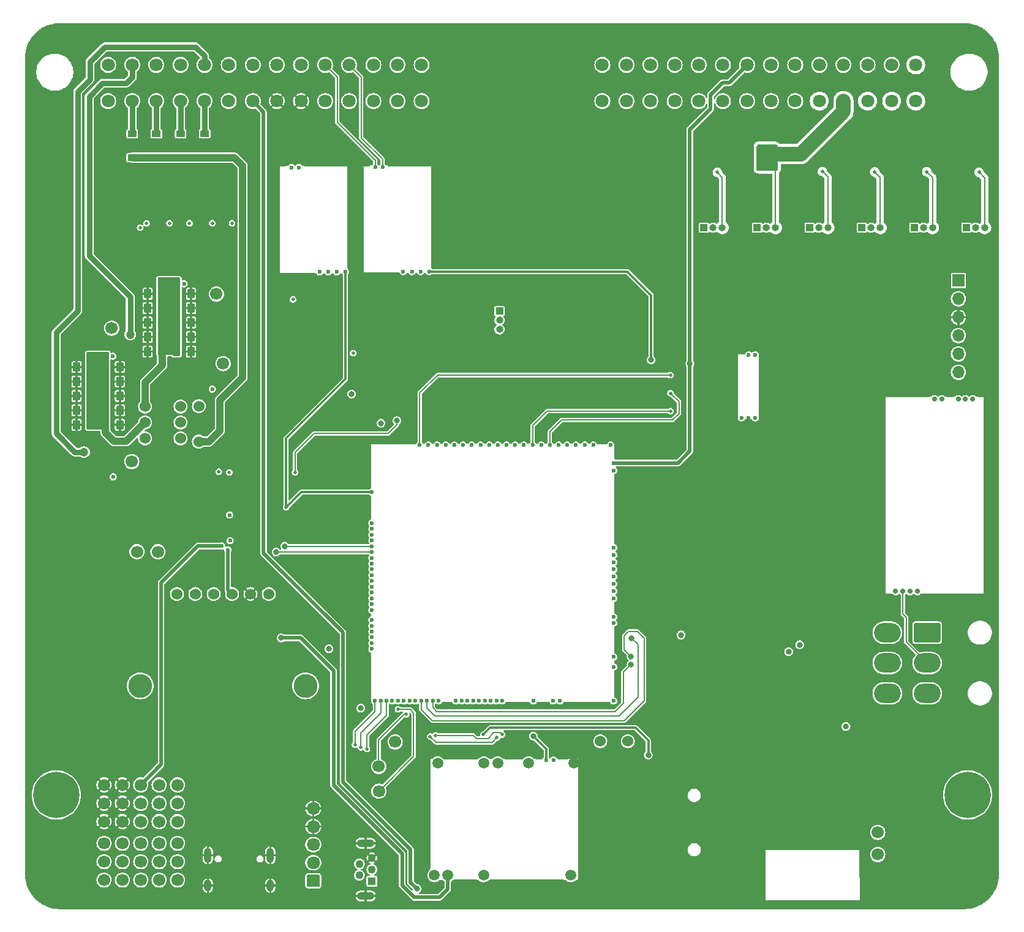
<source format=gbl>
G04 #@! TF.GenerationSoftware,KiCad,Pcbnew,8.0.2-8.0.2-0~ubuntu22.04.1*
G04 #@! TF.CreationDate,2024-05-17T15:47:32+00:00*
G04 #@! TF.ProjectId,uaefi,75616566-692e-46b6-9963-61645f706362,C*
G04 #@! TF.SameCoordinates,Original*
G04 #@! TF.FileFunction,Copper,L4,Bot*
G04 #@! TF.FilePolarity,Positive*
%FSLAX46Y46*%
G04 Gerber Fmt 4.6, Leading zero omitted, Abs format (unit mm)*
G04 Created by KiCad (PCBNEW 8.0.2-8.0.2-0~ubuntu22.04.1) date 2024-05-17 15:47:32*
%MOMM*%
%LPD*%
G01*
G04 APERTURE LIST*
G04 #@! TA.AperFunction,ComponentPad*
%ADD10R,1.000000X1.000000*%
G04 #@! TD*
G04 #@! TA.AperFunction,ComponentPad*
%ADD11O,1.000000X1.000000*%
G04 #@! TD*
G04 #@! TA.AperFunction,ComponentPad*
%ADD12C,1.700000*%
G04 #@! TD*
G04 #@! TA.AperFunction,ComponentPad*
%ADD13C,0.700000*%
G04 #@! TD*
G04 #@! TA.AperFunction,SMDPad,CuDef*
%ADD14R,1.100000X0.250000*%
G04 #@! TD*
G04 #@! TA.AperFunction,SMDPad,CuDef*
%ADD15R,0.980000X0.250000*%
G04 #@! TD*
G04 #@! TA.AperFunction,SMDPad,CuDef*
%ADD16R,6.300000X0.250000*%
G04 #@! TD*
G04 #@! TA.AperFunction,SMDPad,CuDef*
%ADD17R,0.250000X27.600000*%
G04 #@! TD*
G04 #@! TA.AperFunction,SMDPad,CuDef*
%ADD18R,8.750000X0.250000*%
G04 #@! TD*
G04 #@! TA.AperFunction,SMDPad,CuDef*
%ADD19R,0.950000X0.250000*%
G04 #@! TD*
G04 #@! TA.AperFunction,ComponentPad*
%ADD20C,0.800000*%
G04 #@! TD*
G04 #@! TA.AperFunction,ComponentPad*
%ADD21C,6.400000*%
G04 #@! TD*
G04 #@! TA.AperFunction,ComponentPad*
%ADD22C,1.800000*%
G04 #@! TD*
G04 #@! TA.AperFunction,ComponentPad*
%ADD23C,1.524000*%
G04 #@! TD*
G04 #@! TA.AperFunction,ComponentPad*
%ADD24O,1.850000X1.700000*%
G04 #@! TD*
G04 #@! TA.AperFunction,ComponentPad*
%ADD25C,0.600000*%
G04 #@! TD*
G04 #@! TA.AperFunction,SMDPad,CuDef*
%ADD26R,6.185000X0.250000*%
G04 #@! TD*
G04 #@! TA.AperFunction,SMDPad,CuDef*
%ADD27R,1.115000X0.250000*%
G04 #@! TD*
G04 #@! TA.AperFunction,SMDPad,CuDef*
%ADD28R,0.250000X14.275000*%
G04 #@! TD*
G04 #@! TA.AperFunction,SMDPad,CuDef*
%ADD29R,0.250000X15.100000*%
G04 #@! TD*
G04 #@! TA.AperFunction,SMDPad,CuDef*
%ADD30R,5.175000X0.250000*%
G04 #@! TD*
G04 #@! TA.AperFunction,ComponentPad*
%ADD31R,1.100000X1.100000*%
G04 #@! TD*
G04 #@! TA.AperFunction,ComponentPad*
%ADD32C,1.100000*%
G04 #@! TD*
G04 #@! TA.AperFunction,ComponentPad*
%ADD33O,2.400000X1.100000*%
G04 #@! TD*
G04 #@! TA.AperFunction,SMDPad,CuDef*
%ADD34O,1.225000X0.200000*%
G04 #@! TD*
G04 #@! TA.AperFunction,SMDPad,CuDef*
%ADD35O,0.200000X9.300000*%
G04 #@! TD*
G04 #@! TA.AperFunction,ComponentPad*
%ADD36C,1.500000*%
G04 #@! TD*
G04 #@! TA.AperFunction,SMDPad,CuDef*
%ADD37O,3.300000X0.200000*%
G04 #@! TD*
G04 #@! TA.AperFunction,SMDPad,CuDef*
%ADD38O,10.200000X0.200000*%
G04 #@! TD*
G04 #@! TA.AperFunction,SMDPad,CuDef*
%ADD39O,0.300000X0.200000*%
G04 #@! TD*
G04 #@! TA.AperFunction,SMDPad,CuDef*
%ADD40O,0.200000X17.000000*%
G04 #@! TD*
G04 #@! TA.AperFunction,SMDPad,CuDef*
%ADD41O,0.200000X15.400000*%
G04 #@! TD*
G04 #@! TA.AperFunction,SMDPad,CuDef*
%ADD42O,4.800000X0.200000*%
G04 #@! TD*
G04 #@! TA.AperFunction,SMDPad,CuDef*
%ADD43O,2.600000X0.200000*%
G04 #@! TD*
G04 #@! TA.AperFunction,SMDPad,CuDef*
%ADD44O,1.000000X0.200000*%
G04 #@! TD*
G04 #@! TA.AperFunction,SMDPad,CuDef*
%ADD45O,1.500000X0.200000*%
G04 #@! TD*
G04 #@! TA.AperFunction,ComponentPad*
%ADD46C,0.599999*%
G04 #@! TD*
G04 #@! TA.AperFunction,SMDPad,CuDef*
%ADD47R,0.200000X3.700000*%
G04 #@! TD*
G04 #@! TA.AperFunction,SMDPad,CuDef*
%ADD48R,0.200000X0.400000*%
G04 #@! TD*
G04 #@! TA.AperFunction,SMDPad,CuDef*
%ADD49R,0.200000X1.600000*%
G04 #@! TD*
G04 #@! TA.AperFunction,SMDPad,CuDef*
%ADD50R,0.200000X9.700000*%
G04 #@! TD*
G04 #@! TA.AperFunction,SMDPad,CuDef*
%ADD51R,0.200000X2.300000*%
G04 #@! TD*
G04 #@! TA.AperFunction,SMDPad,CuDef*
%ADD52R,1.400000X0.200000*%
G04 #@! TD*
G04 #@! TA.AperFunction,SMDPad,CuDef*
%ADD53R,6.400000X0.200000*%
G04 #@! TD*
G04 #@! TA.AperFunction,SMDPad,CuDef*
%ADD54R,1.700000X0.200000*%
G04 #@! TD*
G04 #@! TA.AperFunction,SMDPad,CuDef*
%ADD55R,3.300000X0.200000*%
G04 #@! TD*
G04 #@! TA.AperFunction,SMDPad,CuDef*
%ADD56R,0.200000X7.000000*%
G04 #@! TD*
G04 #@! TA.AperFunction,SMDPad,CuDef*
%ADD57R,0.200000X3.300000*%
G04 #@! TD*
G04 #@! TA.AperFunction,SMDPad,CuDef*
%ADD58R,0.200000X6.300000*%
G04 #@! TD*
G04 #@! TA.AperFunction,ComponentPad*
%ADD59O,1.000000X2.100000*%
G04 #@! TD*
G04 #@! TA.AperFunction,ComponentPad*
%ADD60O,1.000000X1.600000*%
G04 #@! TD*
G04 #@! TA.AperFunction,ComponentPad*
%ADD61R,1.700000X1.700000*%
G04 #@! TD*
G04 #@! TA.AperFunction,ComponentPad*
%ADD62O,1.700000X1.700000*%
G04 #@! TD*
G04 #@! TA.AperFunction,ComponentPad*
%ADD63C,3.302000*%
G04 #@! TD*
G04 #@! TA.AperFunction,ComponentPad*
%ADD64O,3.700000X2.700000*%
G04 #@! TD*
G04 #@! TA.AperFunction,ViaPad*
%ADD65C,0.600000*%
G04 #@! TD*
G04 #@! TA.AperFunction,ViaPad*
%ADD66C,0.500000*%
G04 #@! TD*
G04 #@! TA.AperFunction,ViaPad*
%ADD67C,1.200000*%
G04 #@! TD*
G04 #@! TA.AperFunction,ViaPad*
%ADD68C,0.800000*%
G04 #@! TD*
G04 #@! TA.AperFunction,ViaPad*
%ADD69C,1.700000*%
G04 #@! TD*
G04 #@! TA.AperFunction,Conductor*
%ADD70C,1.000000*%
G04 #@! TD*
G04 #@! TA.AperFunction,Conductor*
%ADD71C,0.800000*%
G04 #@! TD*
G04 #@! TA.AperFunction,Conductor*
%ADD72C,0.500000*%
G04 #@! TD*
G04 #@! TA.AperFunction,Conductor*
%ADD73C,0.300000*%
G04 #@! TD*
G04 #@! TA.AperFunction,Conductor*
%ADD74C,0.200000*%
G04 #@! TD*
G04 #@! TA.AperFunction,Conductor*
%ADD75C,2.000000*%
G04 #@! TD*
G04 APERTURE END LIST*
D10*
G04 #@! TO.P,JP3,1,A*
G04 #@! TO.N,Net-(JP3-A)*
X115879500Y94475000D03*
D11*
G04 #@! TO.P,JP3,2,C*
G04 #@! TO.N,Net-(JP3-C)*
X117149500Y94475000D03*
G04 #@! TO.P,JP3,3,B*
G04 #@! TO.N,/OUT_IGN3*
X118419500Y94475000D03*
G04 #@! TD*
D10*
G04 #@! TO.P,JP1,1,A*
G04 #@! TO.N,Net-(JP1-A)*
X130319500Y94475000D03*
D11*
G04 #@! TO.P,JP1,2,C*
G04 #@! TO.N,Net-(JP1-C)*
X131589500Y94475000D03*
G04 #@! TO.P,JP1,3,B*
G04 #@! TO.N,/OUT_IGN1*
X132859500Y94475000D03*
G04 #@! TD*
D12*
G04 #@! TO.P,P8,1,Pin_1*
G04 #@! TO.N,Net-(M6-UART2_TX_(PD5))*
X118077000Y10825000D03*
G04 #@! TD*
G04 #@! TO.P,G3,1*
G04 #@! TO.N,GND*
X11107000Y17382000D03*
G04 #@! TO.P,G3,2*
X13647000Y17382000D03*
G04 #@! TO.P,G3,3*
G04 #@! TO.N,+3.3VA*
X16187000Y17382000D03*
G04 #@! TO.P,G3,4*
G04 #@! TO.N,+5VA*
X18727000Y17382000D03*
G04 #@! TO.P,G3,5*
G04 #@! TO.N,+12V_RAW*
X21267000Y17382000D03*
G04 #@! TO.P,G3,6*
G04 #@! TO.N,GND*
X11107000Y14842000D03*
G04 #@! TO.P,G3,7*
X13647000Y14842000D03*
G04 #@! TO.P,G3,8*
G04 #@! TO.N,+3.3VA*
X16187000Y14842000D03*
G04 #@! TO.P,G3,9*
G04 #@! TO.N,+5VA*
X18727000Y14842000D03*
G04 #@! TO.P,G3,10*
G04 #@! TO.N,+12V_RAW*
X21267000Y14842000D03*
G04 #@! TO.P,G3,11*
G04 #@! TO.N,GND*
X11107000Y12302000D03*
G04 #@! TO.P,G3,12*
X13647000Y12302000D03*
G04 #@! TO.P,G3,13*
G04 #@! TO.N,+3.3VA*
X16187000Y12302000D03*
G04 #@! TO.P,G3,14*
G04 #@! TO.N,+5VA*
X18727000Y12302000D03*
G04 #@! TO.P,G3,15*
G04 #@! TO.N,+12V_RAW*
X21267000Y12302000D03*
G04 #@! TD*
D13*
G04 #@! TO.P,M5,E1,LSU_Un*
G04 #@! TO.N,/WBO_Un*
X120552000Y44175000D03*
G04 #@! TO.P,M5,E2,LSU_Vm*
G04 #@! TO.N,/WBO_Vm*
X123552000Y44175000D03*
G04 #@! TO.P,M5,E3,LSU_Ip*
G04 #@! TO.N,/WBO_Ip*
X122552000Y44175000D03*
G04 #@! TO.P,M5,E4,LSU_Rtrim*
G04 #@! TO.N,/WBO_Rtrim*
X121552000Y44175000D03*
D14*
G04 #@! TO.P,M5,G,GND*
G04 #@! TO.N,GND*
X132402000Y71150000D03*
D15*
X128062000Y71150000D03*
D16*
X122102000Y71150000D03*
D17*
X132827000Y57475000D03*
X119077000Y57475000D03*
D18*
X128577000Y43800000D03*
D19*
X119427000Y43800000D03*
D13*
G04 #@! TO.P,M5,W1,V5_IN*
G04 #@! TO.N,+5VA*
X130202000Y70766200D03*
G04 #@! TO.P,M5,W2,CAN_VIO*
G04 #@! TO.N,unconnected-(M5-CAN_VIO-PadW2)*
X129202000Y70766200D03*
G04 #@! TO.P,M5,W3,CANL*
G04 #@! TO.N,/CAN-*
X125906000Y70766200D03*
G04 #@! TO.P,M5,W4,CANH*
G04 #@! TO.N,/CAN+*
X126922000Y70766200D03*
G04 #@! TO.P,M5,W9,VDDA*
G04 #@! TO.N,unconnected-(M5-VDDA-PadW9)*
X131202000Y70766200D03*
G04 #@! TD*
D12*
G04 #@! TO.P,P1,1,Pin_1*
G04 #@! TO.N,Net-(M7-CANL)*
X18564505Y49643334D03*
G04 #@! TD*
G04 #@! TO.P,P2,1,Pin_1*
G04 #@! TO.N,Net-(M7-CANH)*
X15664505Y49643334D03*
G04 #@! TD*
D10*
G04 #@! TO.P,JP7,1,A*
G04 #@! TO.N,/IN_KNOCK*
X65777000Y82940000D03*
D11*
G04 #@! TO.P,JP7,2,C*
G04 #@! TO.N,/ADC3*
X65777000Y81670000D03*
G04 #@! TO.P,JP7,3,B*
G04 #@! TO.N,/VR_DISCRETE_A*
X65777000Y80400000D03*
G04 #@! TD*
D12*
G04 #@! TO.P,P15,1,Pin_1*
G04 #@! TO.N,/DC1_DIR*
X26647000Y85300000D03*
G04 #@! TD*
D20*
G04 #@! TO.P,H1,1*
G04 #@! TO.N,N/C*
X2102000Y16000000D03*
X2804944Y17697056D03*
X2804944Y14302944D03*
X4502000Y18400000D03*
D21*
X4502000Y16000000D03*
D20*
X4502000Y13600000D03*
X6199056Y17697056D03*
X6199056Y14302944D03*
X6902000Y16000000D03*
G04 #@! TD*
D22*
G04 #@! TO.P,J1,P1,1*
G04 #@! TO.N,/OUT_IGN1*
X123332000Y117000000D03*
G04 #@! TO.P,J1,P2,2*
G04 #@! TO.N,/CAN-*
X119998668Y117000000D03*
G04 #@! TO.P,J1,P3,3*
G04 #@! TO.N,/CAN+*
X116665337Y117000000D03*
G04 #@! TO.P,J1,P4,4*
G04 #@! TO.N,/EGT+*
X113332006Y117000000D03*
G04 #@! TO.P,J1,P5,5*
G04 #@! TO.N,/EGT-*
X109998675Y117000000D03*
G04 #@! TO.P,J1,P6,6*
G04 #@! TO.N,/IN_KNOCK_RAW*
X106665343Y117000000D03*
G04 #@! TO.P,J1,P7,7*
G04 #@! TO.N,GNDA*
X103332012Y117000000D03*
G04 #@! TO.P,J1,P8,8*
X99998681Y117000000D03*
G04 #@! TO.P,J1,P9,9*
G04 #@! TO.N,/IN_CLT*
X96665350Y117000000D03*
G04 #@! TO.P,J1,P10,10*
G04 #@! TO.N,/IN_IAT*
X93332018Y117000000D03*
G04 #@! TO.P,J1,P11,11*
G04 #@! TO.N,/IN_PPS1*
X89998687Y117000000D03*
G04 #@! TO.P,J1,P12,12*
G04 #@! TO.N,/IN_TPS1*
X86665356Y117000000D03*
G04 #@! TO.P,J1,P13,13*
G04 #@! TO.N,/IN_FLEX*
X83332025Y117000000D03*
G04 #@! TO.P,J1,P14,14*
G04 #@! TO.N,/IN_MAP*
X79998693Y117000000D03*
G04 #@! TO.P,J1,P15,15*
G04 #@! TO.N,/OUT_INJ1*
X79998693Y112000000D03*
G04 #@! TO.P,J1,P16,16*
G04 #@! TO.N,/OUT_INJ2*
X83332025Y112000000D03*
G04 #@! TO.P,J1,P17,17*
G04 #@! TO.N,/OUT_INJ3*
X86665356Y112000000D03*
G04 #@! TO.P,J1,P18,18*
G04 #@! TO.N,/OUT_INJ4*
X89998687Y112000000D03*
G04 #@! TO.P,J1,P19,19*
G04 #@! TO.N,/OUT_INJ5*
X93332018Y112000000D03*
G04 #@! TO.P,J1,P20,20*
G04 #@! TO.N,/OUT_INJ6*
X96665350Y112000000D03*
G04 #@! TO.P,J1,P21,21*
G04 #@! TO.N,/IN_BUTTON3*
X99998681Y112000000D03*
G04 #@! TO.P,J1,P22,22*
G04 #@! TO.N,/IN_BUTTON2*
X103332012Y112000000D03*
G04 #@! TO.P,J1,P23,23*
G04 #@! TO.N,/IN_BUTTON1*
X106665343Y112000000D03*
G04 #@! TO.P,J1,P24,24*
G04 #@! TO.N,/OUT_IGN6*
X109998675Y112000000D03*
G04 #@! TO.P,J1,P25,25*
G04 #@! TO.N,/OUT_IGN5*
X113332006Y112000000D03*
G04 #@! TO.P,J1,P26,26*
G04 #@! TO.N,/OUT_IGN4*
X116665337Y112000000D03*
G04 #@! TO.P,J1,P27,27*
G04 #@! TO.N,/OUT_IGN3*
X119998668Y112000000D03*
G04 #@! TO.P,J1,P28,28*
G04 #@! TO.N,/OUT_IGN2*
X123332000Y112000000D03*
G04 #@! TO.P,J1,P29,29*
G04 #@! TO.N,/IN_AUX2*
X55012000Y117000000D03*
G04 #@! TO.P,J1,P30,30*
G04 #@! TO.N,/IN_PPS2*
X51678669Y117000000D03*
G04 #@! TO.P,J1,P31,31*
G04 #@! TO.N,/IN_HALL1*
X48345338Y117000000D03*
G04 #@! TO.P,J1,P32,32*
G04 #@! TO.N,/VR_MAX9924-*
X45012007Y117000000D03*
G04 #@! TO.P,J1,P33,33*
G04 #@! TO.N,/VR_MAX9924+*
X41678675Y117000000D03*
G04 #@! TO.P,J1,P34,34*
G04 #@! TO.N,/VR_DISCRETE-*
X38345344Y117000000D03*
G04 #@! TO.P,J1,P35,35*
G04 #@! TO.N,/VR_DISCRETE+*
X35012013Y117000000D03*
G04 #@! TO.P,J1,P36,36*
G04 #@! TO.N,/12V_KEY*
X31678682Y117000000D03*
G04 #@! TO.P,J1,P37,37*
G04 #@! TO.N,+12V*
X28345350Y117000000D03*
G04 #@! TO.P,J1,P38,38*
G04 #@! TO.N,/OUT_DC2+*
X25012019Y117000000D03*
G04 #@! TO.P,J1,P39,39*
G04 #@! TO.N,/OUT_DC2-*
X21678688Y117000000D03*
G04 #@! TO.P,J1,P40,40*
G04 #@! TO.N,/OUT_DC1-*
X18345357Y117000000D03*
G04 #@! TO.P,J1,P41,41*
G04 #@! TO.N,/OUT_DC1+*
X15012025Y117000000D03*
G04 #@! TO.P,J1,P42,42*
G04 #@! TO.N,/OUT_LS_HOT2*
X11678694Y117000000D03*
G04 #@! TO.P,J1,P43,43*
G04 #@! TO.N,/OUT_LS_HOT1*
X11678694Y112000000D03*
G04 #@! TO.P,J1,P44,44*
G04 #@! TO.N,/OUT_LS3*
X15012025Y112000000D03*
G04 #@! TO.P,J1,P45,45*
G04 #@! TO.N,/OUT_LS4*
X18345357Y112000000D03*
G04 #@! TO.P,J1,P46,46*
G04 #@! TO.N,/OUT_LS1*
X21678688Y112000000D03*
G04 #@! TO.P,J1,P47,47*
G04 #@! TO.N,/OUT_LS2*
X25012019Y112000000D03*
G04 #@! TO.P,J1,P48,48*
G04 #@! TO.N,+5VP*
X28345350Y112000000D03*
G04 #@! TO.P,J1,P49,49*
X31678682Y112000000D03*
G04 #@! TO.P,J1,P50,50*
G04 #@! TO.N,GND*
X35012013Y112000000D03*
G04 #@! TO.P,J1,P51,51*
X38345344Y112000000D03*
G04 #@! TO.P,J1,P52,52*
G04 #@! TO.N,/IN_HALL3*
X41678675Y112000000D03*
G04 #@! TO.P,J1,P53,53*
G04 #@! TO.N,/IN_HALL2*
X45012007Y112000000D03*
G04 #@! TO.P,J1,P54,54*
G04 #@! TO.N,/IN_AUX3*
X48345338Y112000000D03*
G04 #@! TO.P,J1,P55,55*
G04 #@! TO.N,/IN_TPS2*
X51678669Y112000000D03*
G04 #@! TO.P,J1,P56,56*
G04 #@! TO.N,/IN_AUX1*
X55012000Y112000000D03*
G04 #@! TD*
D23*
G04 #@! TO.P,F4,1,1*
G04 #@! TO.N,+12V*
X21687000Y69725000D03*
G04 #@! TO.P,F4,2,2*
G04 #@! TO.N,/DC Driver 1/PWR*
X16787000Y69725000D03*
G04 #@! TD*
G04 #@! TO.P,J7,1,Pin_1*
G04 #@! TO.N,/VBUS*
G04 #@! TA.AperFunction,ComponentPad*
G36*
G01*
X40715000Y3267000D02*
X39365000Y3267000D01*
G75*
G02*
X39115000Y3517000I0J250000D01*
G01*
X39115000Y4717000D01*
G75*
G02*
X39365000Y4967000I250000J0D01*
G01*
X40715000Y4967000D01*
G75*
G02*
X40965000Y4717000I0J-250000D01*
G01*
X40965000Y3517000D01*
G75*
G02*
X40715000Y3267000I-250000J0D01*
G01*
G37*
G04 #@! TD.AperFunction*
D24*
G04 #@! TO.P,J7,2,Pin_2*
G04 #@! TO.N,/USB-*
X40040000Y6617000D03*
G04 #@! TO.P,J7,3,Pin_3*
G04 #@! TO.N,/USB+*
X40040000Y9117000D03*
G04 #@! TO.P,J7,4,Pin_4*
G04 #@! TO.N,GND*
X40040000Y11617000D03*
G04 #@! TO.P,J7,5,Pin_5*
X40040000Y14117000D03*
G04 #@! TD*
D12*
G04 #@! TO.P,P4,1,Pin_1*
G04 #@! TO.N,Net-(M6-LED_GREEN)*
X49107000Y16516000D03*
G04 #@! TD*
D10*
G04 #@! TO.P,JP2,1,A*
G04 #@! TO.N,Net-(JP2-A)*
X123119500Y94475000D03*
D11*
G04 #@! TO.P,JP2,2,C*
G04 #@! TO.N,Net-(JP2-C)*
X124389500Y94475000D03*
G04 #@! TO.P,JP2,3,B*
G04 #@! TO.N,/OUT_IGN2*
X125659500Y94475000D03*
G04 #@! TD*
D20*
G04 #@! TO.P,H2,1*
G04 #@! TO.N,N/C*
X128102000Y16000000D03*
X128804944Y17697056D03*
X128804944Y14302944D03*
X130502000Y18400000D03*
D21*
X130502000Y16000000D03*
D20*
X130502000Y13600000D03*
X132199056Y17697056D03*
X132199056Y14302944D03*
X132902000Y16000000D03*
G04 #@! TD*
D12*
G04 #@! TO.P,G4,1*
G04 #@! TO.N,Net-(G4-Pad1)*
X11117000Y9305000D03*
G04 #@! TO.P,G4,2*
G04 #@! TO.N,Net-(G4-Pad12)*
X13657000Y9305000D03*
G04 #@! TO.P,G4,3*
G04 #@! TO.N,Net-(G4-Pad13)*
X16197000Y9305000D03*
G04 #@! TO.P,G4,4*
G04 #@! TO.N,Net-(G4-Pad14)*
X18737000Y9305000D03*
G04 #@! TO.P,G4,5*
G04 #@! TO.N,Net-(G4-Pad10)*
X21277000Y9305000D03*
G04 #@! TO.P,G4,6*
G04 #@! TO.N,Net-(G4-Pad1)*
X11117000Y6765000D03*
G04 #@! TO.P,G4,7*
G04 #@! TO.N,Net-(G4-Pad12)*
X13657000Y6765000D03*
G04 #@! TO.P,G4,8*
G04 #@! TO.N,Net-(G4-Pad13)*
X16197000Y6765000D03*
G04 #@! TO.P,G4,9*
G04 #@! TO.N,Net-(G4-Pad14)*
X18737000Y6765000D03*
G04 #@! TO.P,G4,10*
G04 #@! TO.N,Net-(G4-Pad10)*
X21277000Y6765000D03*
G04 #@! TO.P,G4,11*
G04 #@! TO.N,Net-(G4-Pad1)*
X11117000Y4225000D03*
G04 #@! TO.P,G4,12*
G04 #@! TO.N,Net-(G4-Pad12)*
X13657000Y4225000D03*
G04 #@! TO.P,G4,13*
G04 #@! TO.N,Net-(G4-Pad13)*
X16197000Y4225000D03*
G04 #@! TO.P,G4,14*
G04 #@! TO.N,Net-(G4-Pad14)*
X18737000Y4225000D03*
G04 #@! TO.P,G4,15*
G04 #@! TO.N,Net-(G4-Pad10)*
X21277000Y4225000D03*
G04 #@! TD*
D25*
G04 #@! TO.P,M3,E1,Thresh_IN*
G04 #@! TO.N,/VR_DISCRETE_THR*
X42092000Y88362500D03*
G04 #@! TO.P,M3,E2,OUT_A*
G04 #@! TO.N,/VR_DISCRETE_A*
X40892000Y88362500D03*
G04 #@! TO.P,M3,E3,OUT*
G04 #@! TO.N,/VR_DISCRETE*
X43292000Y88362500D03*
G04 #@! TO.P,M3,E4,V5_IN*
G04 #@! TO.N,+5VA*
X44492000Y88362500D03*
D26*
G04 #@! TO.P,M3,G,GND*
G04 #@! TO.N,GND*
X41824500Y103012500D03*
D27*
X35774500Y103012500D03*
D28*
X44792000Y96000000D03*
D29*
X35342000Y95587500D03*
D30*
X37804500Y88162500D03*
D25*
G04 #@! TO.P,M3,W1,VR-*
G04 #@! TO.N,/VR_DISCRETE-*
X38032000Y102787500D03*
G04 #@! TO.P,M3,W2,VR+*
G04 #@! TO.N,/VR_DISCRETE+*
X37032000Y102787500D03*
G04 #@! TD*
D12*
G04 #@! TO.P,P17,1,Pin_1*
G04 #@! TO.N,/DC1_PWM*
X27572000Y75675000D03*
G04 #@! TD*
D23*
G04 #@! TO.P,F3,1,1*
G04 #@! TO.N,+12V*
X21687000Y67525000D03*
G04 #@! TO.P,F3,2,2*
G04 #@! TO.N,/DC Driver 2/PWR*
X16787000Y67525000D03*
G04 #@! TD*
D31*
G04 #@! TO.P,J2,1,VBUS*
G04 #@! TO.N,/VBUS*
X48150000Y4067000D03*
D32*
G04 #@! TO.P,J2,2,D-*
G04 #@! TO.N,/USB-*
X46400000Y4867000D03*
G04 #@! TO.P,J2,3,D+*
G04 #@! TO.N,/USB+*
X48150000Y5667000D03*
G04 #@! TO.P,J2,4,ID*
G04 #@! TO.N,unconnected-(J2-ID-Pad4)*
X46400000Y6467000D03*
G04 #@! TO.P,J2,5,GND*
G04 #@! TO.N,GND*
X48150000Y7267000D03*
D33*
G04 #@! TO.P,J2,6,Shield*
X47275000Y2017000D03*
X47275000Y9317000D03*
G04 #@! TD*
D25*
G04 #@! TO.P,M2,E1,V5A*
G04 #@! TO.N,+5VA*
X101127000Y68175000D03*
D34*
G04 #@! TO.P,M2,E2,GND*
G04 #@! TO.N,GND*
X99152000Y77075000D03*
D35*
X101727000Y72525000D03*
X98627000Y72525000D03*
D25*
X100177000Y68175000D03*
G04 #@! TO.P,M2,E3,OUT_KNOCK*
G04 #@! TO.N,/IN_KNOCK*
X99227002Y68175000D03*
G04 #@! TO.P,M2,W1,IN_KNOCK*
G04 #@! TO.N,/IN_KNOCK_RAW*
X100227000Y76875000D03*
G04 #@! TO.P,M2,W2,VREF*
G04 #@! TO.N,/VREF1*
X101127000Y76875000D03*
G04 #@! TD*
D12*
G04 #@! TO.P,P18,1,Pin_1*
G04 #@! TO.N,/DC2_PWM*
X14947000Y62125000D03*
G04 #@! TD*
D36*
G04 #@! TO.P,M1,E1,VBAT*
G04 #@! TO.N,/VBAT*
X57227002Y20374996D03*
G04 #@! TO.P,M1,E2,V12*
G04 #@! TO.N,unconnected-(M1-V12-PadE2)*
X63626999Y20374996D03*
G04 #@! TO.P,M1,E3,VIGN*
G04 #@! TO.N,/VIGN*
X65527002Y20374996D03*
G04 #@! TO.P,M1,E4,V5*
G04 #@! TO.N,+5V*
X69827002Y20374996D03*
D25*
G04 #@! TO.P,M1,E5,EN_5VP*
G04 #@! TO.N,/PWR_EN*
X72226999Y20824995D03*
G04 #@! TO.P,M1,E6,PG_5VP*
G04 #@! TO.N,Net-(M1-PG_5VP)*
X73227000Y20824995D03*
D37*
G04 #@! TO.P,M1,S1,GND*
G04 #@! TO.N,GND*
X61077002Y4225000D03*
D38*
X69577000Y4225000D03*
D39*
X76677002Y4225000D03*
D40*
X76727002Y12624998D03*
D41*
X56127002Y13424999D03*
D36*
X76077002Y20374996D03*
D39*
X56177002Y21024997D03*
D42*
X60377000Y21024997D03*
D43*
X67727002Y21024997D03*
D44*
X71226999Y21024997D03*
D45*
X74527000Y21024997D03*
D36*
G04 #@! TO.P,M1,V1,V12_PERM*
G04 #@! TO.N,+12V_RAW*
X56777000Y4874999D03*
G04 #@! TO.P,M1,V2,IN_VIGN*
G04 #@! TO.N,/IN_VIGN*
X58626999Y4874999D03*
G04 #@! TO.P,M1,V3,V12_RAW*
G04 #@! TO.N,+12V_RAW*
X63577002Y4874999D03*
G04 #@! TO.P,M1,V4,5VP*
G04 #@! TO.N,+5VP*
X75627000Y4874999D03*
G04 #@! TD*
D46*
G04 #@! TO.P,M7,V1,V5*
G04 #@! TO.N,+5VA*
X28227004Y49899996D03*
G04 #@! TO.P,M7,V2,CAN_VIO*
G04 #@! TO.N,+3.3VA*
X27352002Y50424996D03*
G04 #@! TO.P,M7,V5,CAN_TX*
G04 #@! TO.N,Net-(M6-SPI2_SCK_{slash}_CAN2_TX_(PB13))*
X28527006Y51174994D03*
G04 #@! TO.P,M7,V6,CAN_RX*
G04 #@! TO.N,Net-(M6-SPI2_CS_{slash}_CAN2_RX_(PB12))*
X28452003Y54724995D03*
G04 #@! TD*
D10*
G04 #@! TO.P,JP4,1,A*
G04 #@! TO.N,Net-(JP4-A)*
X108644500Y94475000D03*
D11*
G04 #@! TO.P,JP4,2,C*
G04 #@! TO.N,Net-(JP4-C)*
X109914500Y94475000D03*
G04 #@! TO.P,JP4,3,B*
G04 #@! TO.N,/OUT_IGN4*
X111184500Y94475000D03*
G04 #@! TD*
D10*
G04 #@! TO.P,JP6,1,A*
G04 #@! TO.N,Net-(JP6-A)*
X94049500Y94475000D03*
D11*
G04 #@! TO.P,JP6,2,C*
G04 #@! TO.N,Net-(JP6-C)*
X95319500Y94475000D03*
G04 #@! TO.P,JP6,3,B*
G04 #@! TO.N,/OUT_IGN6*
X96589500Y94475000D03*
G04 #@! TD*
D23*
G04 #@! TO.P,F1,1,1*
G04 #@! TO.N,/12V_KEY*
X21687000Y65325000D03*
G04 #@! TO.P,F1,2,2*
G04 #@! TO.N,/IN_VIGN*
X16787000Y65325000D03*
G04 #@! TD*
D12*
G04 #@! TO.P,P3,1,Pin_1*
G04 #@! TO.N,Net-(M6-LED_YELLOW)*
X49082000Y19941000D03*
G04 #@! TD*
D23*
G04 #@! TO.P,R4,1,1*
G04 #@! TO.N,Net-(M1-PG_5VP)*
X83532000Y23425000D03*
G04 #@! TO.P,R4,2,2*
G04 #@! TO.N,/PG_5VP*
X79722000Y23425000D03*
G04 #@! TD*
D12*
G04 #@! TO.P,P7,1,Pin_1*
G04 #@! TO.N,Net-(M6-UART2_RX_(PD6))*
X118077000Y7750000D03*
G04 #@! TD*
D25*
G04 #@! TO.P,M6,E1,V5A_SWITCHABLE*
G04 #@! TO.N,+5VA*
X48152005Y57900005D03*
G04 #@! TO.P,M6,E2,GNDA*
G04 #@! TO.N,unconnected-(M6-GNDA-PadE2)*
X48151995Y53600005D03*
G04 #@! TO.P,M6,E3,I2C_SCL_(PB10)*
G04 #@! TO.N,unconnected-(M6-I2C_SCL_(PB10)-PadE3)*
X48151995Y52800015D03*
G04 #@! TO.P,M6,E4,I2C_SDA_(PB11)*
G04 #@! TO.N,unconnected-(M6-I2C_SDA_(PB11)-PadE4)*
X48151995Y52000005D03*
G04 #@! TO.P,M6,E5,IN_VIGN_(PA5)*
G04 #@! TO.N,/VIGN*
X48151995Y51200005D03*
G04 #@! TO.P,M6,E6,SPI2_CS_/_CAN2_RX_(PB12)*
G04 #@! TO.N,Net-(M6-SPI2_CS_{slash}_CAN2_RX_(PB12))*
X48151995Y50400005D03*
G04 #@! TO.P,M6,E7,SPI2_SCK_/_CAN2_TX_(PB13)*
G04 #@! TO.N,Net-(M6-SPI2_SCK_{slash}_CAN2_TX_(PB13))*
X48151995Y49600005D03*
G04 #@! TO.P,M6,E8,SPI2_MISO_(PB14)*
G04 #@! TO.N,/DC1_DIS*
X48151995Y48800005D03*
G04 #@! TO.P,M6,E9,SPI2_MOSI_(PB15)*
G04 #@! TO.N,/DC2_DIR*
X48151995Y48000005D03*
G04 #@! TO.P,M6,E10,OUT_INJ8_(PD12)*
G04 #@! TO.N,/LS2*
X48151995Y47200005D03*
G04 #@! TO.P,M6,E11,OUT_INJ7_(PD15)*
G04 #@! TO.N,/LS1*
X48151995Y46400005D03*
G04 #@! TO.P,M6,E12,OUT_INJ6_(PA8)*
G04 #@! TO.N,/INJ6*
X48151995Y45600005D03*
G04 #@! TO.P,M6,E13,OUT_INJ5_(PD2)*
G04 #@! TO.N,/INJ5*
X48151995Y44800005D03*
G04 #@! TO.P,M6,E14,OUT_INJ4_(PD10)*
G04 #@! TO.N,/INJ4*
X48151995Y44000005D03*
G04 #@! TO.P,M6,E15,OUT_INJ3_(PD11)*
G04 #@! TO.N,/INJ3*
X48151995Y43200005D03*
G04 #@! TO.P,M6,E16,OUT_INJ2_(PA9)*
G04 #@! TO.N,/INJ2*
X48152005Y42400015D03*
G04 #@! TO.P,M6,E17,OUT_INJ1_(PD3)*
G04 #@! TO.N,/INJ1*
X48151995Y41600005D03*
G04 #@! TO.P,M6,E18,OUT_PWM1_(PD13)*
G04 #@! TO.N,/LS3*
X48151995Y40200005D03*
G04 #@! TO.P,M6,E19,OUT_PWM2_(PC6)*
G04 #@! TO.N,/LS4*
X48151995Y39400015D03*
G04 #@! TO.P,M6,E20,OUT_PWM3_(PC7)*
G04 #@! TO.N,/DC1_PWM*
X48151995Y38600015D03*
G04 #@! TO.P,M6,E21,OUT_PWM4_(PC8)*
G04 #@! TO.N,/DC1_DIR*
X48151995Y37800015D03*
G04 #@! TO.P,M6,E22,OUT_PWM5_(PC9)*
G04 #@! TO.N,/DC2_PWM*
X48151995Y37000015D03*
G04 #@! TO.P,M6,E23,OUT_PWM6_(PD14)*
G04 #@! TO.N,/VR_DISCRETE_THR*
X48151995Y36200005D03*
D47*
G04 #@! TO.P,M6,G,GND*
G04 #@! TO.N,GND*
X81752005Y31350015D03*
D48*
X81752005Y34400005D03*
D47*
X81752005Y37450015D03*
D49*
X81752005Y41900005D03*
D50*
X81752005Y55550005D03*
D51*
X81752005Y63550005D03*
D52*
X79951995Y64600015D03*
D53*
X77852005Y28800015D03*
D54*
X71802005Y28800015D03*
D55*
X68302005Y28800015D03*
D52*
X58552005Y28800015D03*
D53*
X51052005Y64600015D03*
D56*
X47951995Y32199995D03*
D48*
X47951995Y40900015D03*
D57*
X47951995Y55750015D03*
D58*
X47951995Y61550015D03*
D25*
G04 #@! TO.P,M6,N1,VBUS*
G04 #@! TO.N,/VBUS*
X48551995Y29000005D03*
G04 #@! TO.P,M6,N2,USBM_(PA11)*
G04 #@! TO.N,/USB-*
X49351995Y29000005D03*
G04 #@! TO.P,M6,N3,USBP_(PA12)*
G04 #@! TO.N,/USB+*
X50151995Y29000005D03*
G04 #@! TO.P,M6,N4,USBID_(PA10)*
G04 #@! TO.N,/DC2_DIS*
X50952005Y29000005D03*
G04 #@! TO.P,M6,N5,SWDIO_(PA13)*
G04 #@! TO.N,unconnected-(M6-SWDIO_(PA13)-PadN5)*
X51751995Y29000005D03*
G04 #@! TO.P,M6,N6,SWCLK_(PA14)*
G04 #@! TO.N,unconnected-(M6-SWCLK_(PA14)-PadN6)*
X52551995Y29000005D03*
G04 #@! TO.P,M6,N7,nReset*
G04 #@! TO.N,unconnected-(M6-nReset-PadN7)*
X53351995Y29000005D03*
G04 #@! TO.P,M6,N8,SWO_(PB3)*
G04 #@! TO.N,unconnected-(M6-SWO_(PB3)-PadN8)*
X54152005Y29000005D03*
G04 #@! TO.P,M6,N9,SPI3_CS_(PA15)*
G04 #@! TO.N,/EGT/SPI_CS*
X54951995Y29000015D03*
G04 #@! TO.P,M6,N10,SPI3_SCK_(PC10)*
G04 #@! TO.N,/EGT/SPI_SCK*
X55751995Y29000015D03*
G04 #@! TO.P,M6,N11,SPI3_MISO_(PC11)*
G04 #@! TO.N,/EGT/SPI_SO*
X56551995Y29000015D03*
G04 #@! TO.P,M6,N12,SPI3_MOSI_(PC12)*
G04 #@! TO.N,/PG_5VP*
X57351995Y29000015D03*
G04 #@! TO.P,M6,N13,UART2_TX_(PD5)*
G04 #@! TO.N,Net-(M6-UART2_TX_(PD5))*
X59752005Y29000015D03*
G04 #@! TO.P,M6,N14,UART2_RX_(PD6)*
G04 #@! TO.N,Net-(M6-UART2_RX_(PD6))*
X60552005Y29000015D03*
G04 #@! TO.P,M6,N14a,LED_GREEN*
G04 #@! TO.N,Net-(M6-LED_GREEN)*
X61351995Y29000005D03*
G04 #@! TO.P,M6,N14b,LED_YELLOW*
G04 #@! TO.N,Net-(M6-LED_YELLOW)*
X62152005Y29000005D03*
G04 #@! TO.P,M6,N15,V33_SWITCHABLE*
G04 #@! TO.N,+3.3VA*
X62952005Y29000005D03*
G04 #@! TO.P,M6,N16,BOOT0*
G04 #@! TO.N,unconnected-(M6-BOOT0-PadN16)*
X63752005Y29000005D03*
G04 #@! TO.P,M6,N17,VBAT*
G04 #@! TO.N,/VBAT*
X64552005Y29000005D03*
G04 #@! TO.P,M6,N18,UART8_RX_(PE0)*
G04 #@! TO.N,/VR_DISCRETE*
X65352005Y29000015D03*
G04 #@! TO.P,M6,N19,UART8_TX_(PE1)*
G04 #@! TO.N,/VR_MAX9924*
X66152005Y29000015D03*
G04 #@! TO.P,M6,N20,OUT_PWR_EN_(PE10)*
G04 #@! TO.N,/PWR_EN*
X70452005Y29000015D03*
G04 #@! TO.P,M6,N21,V33*
G04 #@! TO.N,+3.3V*
X73152005Y29000015D03*
G04 #@! TO.P,M6,N22,VCC*
G04 #@! TO.N,+5V*
X74151995Y29000015D03*
G04 #@! TO.P,M6,N23,V33*
G04 #@! TO.N,unconnected-(M6-V33-PadN23)*
X81552005Y29000015D03*
G04 #@! TO.P,M6,S1,IN_D4_(PE15)*
G04 #@! TO.N,/IN_BUTTON3*
X54751985Y64400015D03*
G04 #@! TO.P,M6,S2,IN_D3_(PE14)*
G04 #@! TO.N,/IN_HALL3*
X55951995Y64400015D03*
G04 #@! TO.P,M6,S3,IN_D2_(PE13)*
G04 #@! TO.N,/IN_HALL2*
X57151995Y64400015D03*
G04 #@! TO.P,M6,S4,IN_D1_(PE12)*
G04 #@! TO.N,/IN_HALL1*
X58351995Y64400015D03*
G04 #@! TO.P,M6,S5,VREF2*
G04 #@! TO.N,unconnected-(M6-VREF2-PadS5)*
X59551995Y64400015D03*
G04 #@! TO.P,M6,S6,IN_AUX4_(PC5)*
G04 #@! TO.N,/IN_VMAIN*
X60751995Y64400015D03*
G04 #@! TO.P,M6,S7,IN_AUX3_(PA7)*
G04 #@! TO.N,/IN_AUX3*
X61951995Y64400015D03*
G04 #@! TO.P,M6,S8,IN_AUX2_(PC4/PE9)*
G04 #@! TO.N,/IN_PPS2*
X63151995Y64400015D03*
G04 #@! TO.P,M6,S9,IN_AUX1_(PB0)*
G04 #@! TO.N,/IN_TPS2*
X64351995Y64400015D03*
G04 #@! TO.P,M6,S10,IN_O2S2_(PA1)*
G04 #@! TO.N,/IN_AUX2*
X65551995Y64400015D03*
G04 #@! TO.P,M6,S11,IN_O2S_/_CAN_WAKEUP_(PA0)*
G04 #@! TO.N,/IN_AUX1*
X66751995Y64400015D03*
G04 #@! TO.P,M6,S12,IN_MAP2_(PC1)*
G04 #@! TO.N,/INTERNAL_MAP*
X67951995Y64400015D03*
G04 #@! TO.P,M6,S13,IN_MAP1_(PC0)*
G04 #@! TO.N,/IN_MAP*
X69151995Y64400015D03*
G04 #@! TO.P,M6,S14,IN_CRANK_(PB1)*
G04 #@! TO.N,/IN_BUTTON1*
X70351995Y64400015D03*
G04 #@! TO.P,M6,S15,IN_KNOCK_(PA2)*
G04 #@! TO.N,/ADC3*
X71551995Y64400015D03*
G04 #@! TO.P,M6,S16,IN_CAM_(PA6)*
G04 #@! TO.N,/IN_BUTTON2*
X72751995Y64400015D03*
G04 #@! TO.P,M6,S17,IN_VSS_(PE11)*
G04 #@! TO.N,/IN_FLEX*
X73951995Y64400015D03*
G04 #@! TO.P,M6,S18,IN_TPS_(PA4)*
G04 #@! TO.N,/IN_TPS1*
X75152005Y64400015D03*
G04 #@! TO.P,M6,S19,IN_PPS_(PA3)*
G04 #@! TO.N,/IN_PPS1*
X76352005Y64400015D03*
G04 #@! TO.P,M6,S20,IN_IAT_(PC3)*
G04 #@! TO.N,/IN_IAT*
X77552005Y64400015D03*
G04 #@! TO.P,M6,S21,IN_CLT_(PC2)*
G04 #@! TO.N,/IN_CLT*
X78752005Y64400015D03*
G04 #@! TO.P,M6,S22,VREF1*
G04 #@! TO.N,/VREF1*
X81152005Y64400015D03*
G04 #@! TO.P,M6,W1,GNDA*
G04 #@! TO.N,GNDA*
X81552005Y61900005D03*
G04 #@! TO.P,M6,W2,V5A_SWITCHABLE*
G04 #@! TO.N,+5VA*
X81552005Y60900005D03*
G04 #@! TO.P,M6,W3,IGN8_(PE6)*
G04 #@! TO.N,/LS_HOT2*
X81552005Y50200015D03*
G04 #@! TO.P,M6,W4,IGN7_(PB9)*
G04 #@! TO.N,/LS_HOT1*
X81552005Y49200005D03*
G04 #@! TO.P,M6,W5,IGN6_(PB8)*
G04 #@! TO.N,/IGN6*
X81552005Y48200015D03*
G04 #@! TO.P,M6,W6,IGN5_(PE2)*
G04 #@! TO.N,/IGN5*
X81552005Y47200015D03*
G04 #@! TO.P,M6,W7,IGN4_(PE3)*
G04 #@! TO.N,/IGN4*
X81552005Y46200015D03*
G04 #@! TO.P,M6,W8,IGN3_(PE4)*
G04 #@! TO.N,/IGN3*
X81552005Y45200015D03*
G04 #@! TO.P,M6,W9,IGN2_(PE5)*
G04 #@! TO.N,/IGN2*
X81552005Y44200015D03*
G04 #@! TO.P,M6,W10,IGN1_(PC13)*
G04 #@! TO.N,/IGN1*
X81552005Y43200015D03*
G04 #@! TO.P,M6,W11,CANH*
G04 #@! TO.N,/CAN+*
X81552005Y40600015D03*
G04 #@! TO.P,M6,W12,CANL*
G04 #@! TO.N,/CAN-*
X81552005Y39800015D03*
G04 #@! TO.P,M6,W13,V33_REF*
G04 #@! TO.N,unconnected-(M6-V33_REF-PadW13)*
X81552005Y35100005D03*
G04 #@! TO.P,M6,W14,V5A_SWITCHABLE*
G04 #@! TO.N,unconnected-(M6-V5A_SWITCHABLE-PadW14)*
X81552005Y33700015D03*
G04 #@! TD*
D59*
G04 #@! TO.P,J9,S1,SHIELD*
G04 #@! TO.N,GND*
X25460000Y7642000D03*
D60*
X25460000Y3462000D03*
D59*
X34100000Y7642000D03*
D60*
X34100000Y3462000D03*
G04 #@! TD*
D25*
G04 #@! TO.P,M4,E1,NC*
G04 #@! TO.N,unconnected-(M4-NC-PadE1)*
X53677000Y88400000D03*
G04 #@! TO.P,M4,E2,NC*
G04 #@! TO.N,unconnected-(M4-NC-PadE2)*
X52477000Y88400000D03*
G04 #@! TO.P,M4,E3,OUT*
G04 #@! TO.N,/VR_MAX9924*
X54877000Y88400000D03*
G04 #@! TO.P,M4,E4,V5_IN*
G04 #@! TO.N,+5VA*
X56077000Y88400000D03*
D26*
G04 #@! TO.P,M4,G,GND*
G04 #@! TO.N,GND*
X53409500Y103050000D03*
D27*
X47359500Y103050000D03*
D28*
X56377000Y96037500D03*
D29*
X46927000Y95625000D03*
D30*
X49389500Y88200000D03*
D25*
G04 #@! TO.P,M4,W1,VR-*
G04 #@! TO.N,/VR_MAX9924-*
X49617000Y102825000D03*
G04 #@! TO.P,M4,W2,VR+*
G04 #@! TO.N,/VR_MAX9924+*
X48617000Y102825000D03*
G04 #@! TD*
D10*
G04 #@! TO.P,JP5,1,A*
G04 #@! TO.N,Net-(JP5-A)*
X101419500Y94475000D03*
D11*
G04 #@! TO.P,JP5,2,C*
G04 #@! TO.N,Net-(JP5-C)*
X102689500Y94475000D03*
G04 #@! TO.P,JP5,3,B*
G04 #@! TO.N,/OUT_IGN5*
X103959500Y94475000D03*
G04 #@! TD*
D23*
G04 #@! TO.P,F2,1,1*
G04 #@! TO.N,+12V*
X24227000Y69775000D03*
G04 #@! TO.P,F2,2,2*
G04 #@! TO.N,+12V_RAW*
X24227000Y64875000D03*
G04 #@! TD*
D61*
G04 #@! TO.P,J6,1,Pin_1*
G04 #@! TO.N,Net-(J6-Pin_1)*
X129227000Y87175000D03*
D62*
G04 #@! TO.P,J6,2,Pin_2*
G04 #@! TO.N,Net-(J6-Pin_2)*
X129227000Y84635000D03*
G04 #@! TO.P,J6,3,Pin_3*
G04 #@! TO.N,GND*
X129227000Y82095000D03*
G04 #@! TO.P,J6,4,Pin_4*
G04 #@! TO.N,Net-(J6-Pin_4)*
X129227000Y79555000D03*
G04 #@! TO.P,J6,5,Pin_5*
G04 #@! TO.N,Net-(J6-Pin_5)*
X129227000Y77015000D03*
G04 #@! TO.P,J6,6,Pin_6*
G04 #@! TO.N,unconnected-(J6-Pin_6-Pad6)*
X129227000Y74475000D03*
G04 #@! TD*
D63*
G04 #@! TO.P,U3,*
G04 #@! TO.N,*
X38975000Y31087000D03*
X16115000Y31087000D03*
D23*
G04 #@! TO.P,U3,1,VOUT*
G04 #@! TO.N,/INTERNAL_MAP*
X33895000Y43787000D03*
G04 #@! TO.P,U3,2,GND*
G04 #@! TO.N,GND*
X31355000Y43787000D03*
G04 #@! TO.P,U3,3,VCC*
G04 #@! TO.N,+5VA*
X28815000Y43787000D03*
G04 #@! TO.P,U3,4,V1*
G04 #@! TO.N,unconnected-(U3-V1-Pad4)*
X26275000Y43787000D03*
G04 #@! TO.P,U3,5,V2*
G04 #@! TO.N,unconnected-(U3-V2-Pad5)*
X23735000Y43787000D03*
G04 #@! TO.P,U3,6,V_EX*
G04 #@! TO.N,unconnected-(U3-V_EX-Pad6)*
X21195000Y43787000D03*
G04 #@! TD*
G04 #@! TO.P,J3,1,Pin_1*
G04 #@! TO.N,+12V_RAW*
G04 #@! TA.AperFunction,ComponentPad*
G36*
G01*
X123302001Y39800000D02*
X126501999Y39800000D01*
G75*
G02*
X126752000Y39549999I0J-250001D01*
G01*
X126752000Y37350001D01*
G75*
G02*
X126501999Y37100000I-250001J0D01*
G01*
X123302001Y37100000D01*
G75*
G02*
X123052000Y37350001I0J250001D01*
G01*
X123052000Y39549999D01*
G75*
G02*
X123302001Y39800000I250001J0D01*
G01*
G37*
G04 #@! TD.AperFunction*
D64*
G04 #@! TO.P,J3,2,Pin_2*
G04 #@! TO.N,/WBO_Rtrim*
X124902000Y34250000D03*
G04 #@! TO.P,J3,3,Pin_3*
G04 #@! TO.N,/WBO_Heater*
X124902000Y30050000D03*
G04 #@! TO.P,J3,4,Pin_4*
G04 #@! TO.N,/WBO_Un*
X119402000Y38450000D03*
G04 #@! TO.P,J3,5,Pin_5*
G04 #@! TO.N,/WBO_Ip*
X119402000Y34250000D03*
G04 #@! TO.P,J3,6,Pin_6*
G04 #@! TO.N,/WBO_Vm*
X119402000Y30050000D03*
G04 #@! TD*
D12*
G04 #@! TO.P,P16,1,Pin_1*
G04 #@! TO.N,/DC2_DIR*
X12172000Y80575000D03*
G04 #@! TD*
G04 #@! TO.P,C10,1*
G04 #@! TO.N,GND*
G04 #@! TA.AperFunction,SMDPad,CuDef*
G36*
G01*
X16637000Y76825000D02*
X16637000Y77875000D01*
G75*
G02*
X16737000Y77975000I100000J0D01*
G01*
X17537000Y77975000D01*
G75*
G02*
X17637000Y77875000I0J-100000D01*
G01*
X17637000Y76825000D01*
G75*
G02*
X17537000Y76725000I-100000J0D01*
G01*
X16737000Y76725000D01*
G75*
G02*
X16637000Y76825000I0J100000D01*
G01*
G37*
G04 #@! TD.AperFunction*
G04 #@! TO.P,C10,2*
G04 #@! TO.N,/DC Driver 1/PWR*
G04 #@! TA.AperFunction,SMDPad,CuDef*
G36*
G01*
X18637000Y76825000D02*
X18637000Y77875000D01*
G75*
G02*
X18737000Y77975000I100000J0D01*
G01*
X19537000Y77975000D01*
G75*
G02*
X19637000Y77875000I0J-100000D01*
G01*
X19637000Y76825000D01*
G75*
G02*
X19537000Y76725000I-100000J0D01*
G01*
X18737000Y76725000D01*
G75*
G02*
X18637000Y76825000I0J100000D01*
G01*
G37*
G04 #@! TD.AperFunction*
G04 #@! TD*
G04 #@! TO.P,D4,1,K*
G04 #@! TO.N,+12V_RAW*
G04 #@! TA.AperFunction,SMDPad,CuDef*
G36*
G01*
X15512000Y103725000D02*
X14492000Y103725000D01*
G75*
G02*
X14402000Y103815000I0J90000D01*
G01*
X14402000Y104535000D01*
G75*
G02*
X14492000Y104625000I90000J0D01*
G01*
X15512000Y104625000D01*
G75*
G02*
X15602000Y104535000I0J-90000D01*
G01*
X15602000Y103815000D01*
G75*
G02*
X15512000Y103725000I-90000J0D01*
G01*
G37*
G04 #@! TD.AperFunction*
G04 #@! TO.P,D4,2,A*
G04 #@! TO.N,/OUT_LS3*
G04 #@! TA.AperFunction,SMDPad,CuDef*
G36*
G01*
X15512000Y107025000D02*
X14492000Y107025000D01*
G75*
G02*
X14402000Y107115000I0J90000D01*
G01*
X14402000Y107835000D01*
G75*
G02*
X14492000Y107925000I90000J0D01*
G01*
X15512000Y107925000D01*
G75*
G02*
X15602000Y107835000I0J-90000D01*
G01*
X15602000Y107115000D01*
G75*
G02*
X15512000Y107025000I-90000J0D01*
G01*
G37*
G04 #@! TD.AperFunction*
G04 #@! TD*
G04 #@! TO.P,C7,1*
G04 #@! TO.N,GND*
G04 #@! TA.AperFunction,SMDPad,CuDef*
G36*
G01*
X16637000Y82825000D02*
X16637000Y83875000D01*
G75*
G02*
X16737000Y83975000I100000J0D01*
G01*
X17537000Y83975000D01*
G75*
G02*
X17637000Y83875000I0J-100000D01*
G01*
X17637000Y82825000D01*
G75*
G02*
X17537000Y82725000I-100000J0D01*
G01*
X16737000Y82725000D01*
G75*
G02*
X16637000Y82825000I0J100000D01*
G01*
G37*
G04 #@! TD.AperFunction*
G04 #@! TO.P,C7,2*
G04 #@! TO.N,/DC Driver 1/PWR*
G04 #@! TA.AperFunction,SMDPad,CuDef*
G36*
G01*
X18637000Y82825000D02*
X18637000Y83875000D01*
G75*
G02*
X18737000Y83975000I100000J0D01*
G01*
X19537000Y83975000D01*
G75*
G02*
X19637000Y83875000I0J-100000D01*
G01*
X19637000Y82825000D01*
G75*
G02*
X19537000Y82725000I-100000J0D01*
G01*
X18737000Y82725000D01*
G75*
G02*
X18637000Y82825000I0J100000D01*
G01*
G37*
G04 #@! TD.AperFunction*
G04 #@! TD*
G04 #@! TO.P,C17,1*
G04 #@! TO.N,GND*
G04 #@! TA.AperFunction,SMDPad,CuDef*
G36*
G01*
X13802000Y69725000D02*
X13802000Y68675000D01*
G75*
G02*
X13702000Y68575000I-100000J0D01*
G01*
X12902000Y68575000D01*
G75*
G02*
X12802000Y68675000I0J100000D01*
G01*
X12802000Y69725000D01*
G75*
G02*
X12902000Y69825000I100000J0D01*
G01*
X13702000Y69825000D01*
G75*
G02*
X13802000Y69725000I0J-100000D01*
G01*
G37*
G04 #@! TD.AperFunction*
G04 #@! TO.P,C17,2*
G04 #@! TO.N,/DC Driver 2/PWR*
G04 #@! TA.AperFunction,SMDPad,CuDef*
G36*
G01*
X11802000Y69725000D02*
X11802000Y68675000D01*
G75*
G02*
X11702000Y68575000I-100000J0D01*
G01*
X10902000Y68575000D01*
G75*
G02*
X10802000Y68675000I0J100000D01*
G01*
X10802000Y69725000D01*
G75*
G02*
X10902000Y69825000I100000J0D01*
G01*
X11702000Y69825000D01*
G75*
G02*
X11802000Y69725000I0J-100000D01*
G01*
G37*
G04 #@! TD.AperFunction*
G04 #@! TD*
G04 #@! TO.P,C3,1*
G04 #@! TO.N,GND*
G04 #@! TA.AperFunction,SMDPad,CuDef*
G36*
G01*
X23637000Y81875000D02*
X23637000Y80825000D01*
G75*
G02*
X23537000Y80725000I-100000J0D01*
G01*
X22737000Y80725000D01*
G75*
G02*
X22637000Y80825000I0J100000D01*
G01*
X22637000Y81875000D01*
G75*
G02*
X22737000Y81975000I100000J0D01*
G01*
X23537000Y81975000D01*
G75*
G02*
X23637000Y81875000I0J-100000D01*
G01*
G37*
G04 #@! TD.AperFunction*
G04 #@! TO.P,C3,2*
G04 #@! TO.N,/DC Driver 1/PWR*
G04 #@! TA.AperFunction,SMDPad,CuDef*
G36*
G01*
X21637000Y81875000D02*
X21637000Y80825000D01*
G75*
G02*
X21537000Y80725000I-100000J0D01*
G01*
X20737000Y80725000D01*
G75*
G02*
X20637000Y80825000I0J100000D01*
G01*
X20637000Y81875000D01*
G75*
G02*
X20737000Y81975000I100000J0D01*
G01*
X21537000Y81975000D01*
G75*
G02*
X21637000Y81875000I0J-100000D01*
G01*
G37*
G04 #@! TD.AperFunction*
G04 #@! TD*
G04 #@! TO.P,C23,1*
G04 #@! TO.N,GND*
G04 #@! TA.AperFunction,SMDPad,CuDef*
G36*
G01*
X6802000Y66675000D02*
X6802000Y67725000D01*
G75*
G02*
X6902000Y67825000I100000J0D01*
G01*
X7702000Y67825000D01*
G75*
G02*
X7802000Y67725000I0J-100000D01*
G01*
X7802000Y66675000D01*
G75*
G02*
X7702000Y66575000I-100000J0D01*
G01*
X6902000Y66575000D01*
G75*
G02*
X6802000Y66675000I0J100000D01*
G01*
G37*
G04 #@! TD.AperFunction*
G04 #@! TO.P,C23,2*
G04 #@! TO.N,/DC Driver 2/PWR*
G04 #@! TA.AperFunction,SMDPad,CuDef*
G36*
G01*
X8802000Y66675000D02*
X8802000Y67725000D01*
G75*
G02*
X8902000Y67825000I100000J0D01*
G01*
X9702000Y67825000D01*
G75*
G02*
X9802000Y67725000I0J-100000D01*
G01*
X9802000Y66675000D01*
G75*
G02*
X9702000Y66575000I-100000J0D01*
G01*
X8902000Y66575000D01*
G75*
G02*
X8802000Y66675000I0J100000D01*
G01*
G37*
G04 #@! TD.AperFunction*
G04 #@! TD*
G04 #@! TO.P,C1,1*
G04 #@! TO.N,GND*
G04 #@! TA.AperFunction,SMDPad,CuDef*
G36*
G01*
X23637000Y85875000D02*
X23637000Y84825000D01*
G75*
G02*
X23537000Y84725000I-100000J0D01*
G01*
X22737000Y84725000D01*
G75*
G02*
X22637000Y84825000I0J100000D01*
G01*
X22637000Y85875000D01*
G75*
G02*
X22737000Y85975000I100000J0D01*
G01*
X23537000Y85975000D01*
G75*
G02*
X23637000Y85875000I0J-100000D01*
G01*
G37*
G04 #@! TD.AperFunction*
G04 #@! TO.P,C1,2*
G04 #@! TO.N,/DC Driver 1/PWR*
G04 #@! TA.AperFunction,SMDPad,CuDef*
G36*
G01*
X21637000Y85875000D02*
X21637000Y84825000D01*
G75*
G02*
X21537000Y84725000I-100000J0D01*
G01*
X20737000Y84725000D01*
G75*
G02*
X20637000Y84825000I0J100000D01*
G01*
X20637000Y85875000D01*
G75*
G02*
X20737000Y85975000I100000J0D01*
G01*
X21537000Y85975000D01*
G75*
G02*
X21637000Y85875000I0J-100000D01*
G01*
G37*
G04 #@! TD.AperFunction*
G04 #@! TD*
G04 #@! TO.P,C14,1*
G04 #@! TO.N,GND*
G04 #@! TA.AperFunction,SMDPad,CuDef*
G36*
G01*
X13802000Y75725000D02*
X13802000Y74675000D01*
G75*
G02*
X13702000Y74575000I-100000J0D01*
G01*
X12902000Y74575000D01*
G75*
G02*
X12802000Y74675000I0J100000D01*
G01*
X12802000Y75725000D01*
G75*
G02*
X12902000Y75825000I100000J0D01*
G01*
X13702000Y75825000D01*
G75*
G02*
X13802000Y75725000I0J-100000D01*
G01*
G37*
G04 #@! TD.AperFunction*
G04 #@! TO.P,C14,2*
G04 #@! TO.N,/DC Driver 2/PWR*
G04 #@! TA.AperFunction,SMDPad,CuDef*
G36*
G01*
X11802000Y75725000D02*
X11802000Y74675000D01*
G75*
G02*
X11702000Y74575000I-100000J0D01*
G01*
X10902000Y74575000D01*
G75*
G02*
X10802000Y74675000I0J100000D01*
G01*
X10802000Y75725000D01*
G75*
G02*
X10902000Y75825000I100000J0D01*
G01*
X11702000Y75825000D01*
G75*
G02*
X11802000Y75725000I0J-100000D01*
G01*
G37*
G04 #@! TD.AperFunction*
G04 #@! TD*
G04 #@! TO.P,C19,1*
G04 #@! TO.N,GND*
G04 #@! TA.AperFunction,SMDPad,CuDef*
G36*
G01*
X6802000Y74675000D02*
X6802000Y75725000D01*
G75*
G02*
X6902000Y75825000I100000J0D01*
G01*
X7702000Y75825000D01*
G75*
G02*
X7802000Y75725000I0J-100000D01*
G01*
X7802000Y74675000D01*
G75*
G02*
X7702000Y74575000I-100000J0D01*
G01*
X6902000Y74575000D01*
G75*
G02*
X6802000Y74675000I0J100000D01*
G01*
G37*
G04 #@! TD.AperFunction*
G04 #@! TO.P,C19,2*
G04 #@! TO.N,/DC Driver 2/PWR*
G04 #@! TA.AperFunction,SMDPad,CuDef*
G36*
G01*
X8802000Y74675000D02*
X8802000Y75725000D01*
G75*
G02*
X8902000Y75825000I100000J0D01*
G01*
X9702000Y75825000D01*
G75*
G02*
X9802000Y75725000I0J-100000D01*
G01*
X9802000Y74675000D01*
G75*
G02*
X9702000Y74575000I-100000J0D01*
G01*
X8902000Y74575000D01*
G75*
G02*
X8802000Y74675000I0J100000D01*
G01*
G37*
G04 #@! TD.AperFunction*
G04 #@! TD*
G04 #@! TO.P,C4,1*
G04 #@! TO.N,GND*
G04 #@! TA.AperFunction,SMDPad,CuDef*
G36*
G01*
X23637000Y79875000D02*
X23637000Y78825000D01*
G75*
G02*
X23537000Y78725000I-100000J0D01*
G01*
X22737000Y78725000D01*
G75*
G02*
X22637000Y78825000I0J100000D01*
G01*
X22637000Y79875000D01*
G75*
G02*
X22737000Y79975000I100000J0D01*
G01*
X23537000Y79975000D01*
G75*
G02*
X23637000Y79875000I0J-100000D01*
G01*
G37*
G04 #@! TD.AperFunction*
G04 #@! TO.P,C4,2*
G04 #@! TO.N,/DC Driver 1/PWR*
G04 #@! TA.AperFunction,SMDPad,CuDef*
G36*
G01*
X21637000Y79875000D02*
X21637000Y78825000D01*
G75*
G02*
X21537000Y78725000I-100000J0D01*
G01*
X20737000Y78725000D01*
G75*
G02*
X20637000Y78825000I0J100000D01*
G01*
X20637000Y79875000D01*
G75*
G02*
X20737000Y79975000I100000J0D01*
G01*
X21537000Y79975000D01*
G75*
G02*
X21637000Y79875000I0J-100000D01*
G01*
G37*
G04 #@! TD.AperFunction*
G04 #@! TD*
G04 #@! TO.P,D2,1,K*
G04 #@! TO.N,+12V_RAW*
G04 #@! TA.AperFunction,SMDPad,CuDef*
G36*
G01*
X22212000Y103725000D02*
X21192000Y103725000D01*
G75*
G02*
X21102000Y103815000I0J90000D01*
G01*
X21102000Y104535000D01*
G75*
G02*
X21192000Y104625000I90000J0D01*
G01*
X22212000Y104625000D01*
G75*
G02*
X22302000Y104535000I0J-90000D01*
G01*
X22302000Y103815000D01*
G75*
G02*
X22212000Y103725000I-90000J0D01*
G01*
G37*
G04 #@! TD.AperFunction*
G04 #@! TO.P,D2,2,A*
G04 #@! TO.N,/OUT_LS1*
G04 #@! TA.AperFunction,SMDPad,CuDef*
G36*
G01*
X22212000Y107025000D02*
X21192000Y107025000D01*
G75*
G02*
X21102000Y107115000I0J90000D01*
G01*
X21102000Y107835000D01*
G75*
G02*
X21192000Y107925000I90000J0D01*
G01*
X22212000Y107925000D01*
G75*
G02*
X22302000Y107835000I0J-90000D01*
G01*
X22302000Y107115000D01*
G75*
G02*
X22212000Y107025000I-90000J0D01*
G01*
G37*
G04 #@! TD.AperFunction*
G04 #@! TD*
G04 #@! TO.P,C21,1*
G04 #@! TO.N,GND*
G04 #@! TA.AperFunction,SMDPad,CuDef*
G36*
G01*
X6802000Y70675000D02*
X6802000Y71725000D01*
G75*
G02*
X6902000Y71825000I100000J0D01*
G01*
X7702000Y71825000D01*
G75*
G02*
X7802000Y71725000I0J-100000D01*
G01*
X7802000Y70675000D01*
G75*
G02*
X7702000Y70575000I-100000J0D01*
G01*
X6902000Y70575000D01*
G75*
G02*
X6802000Y70675000I0J100000D01*
G01*
G37*
G04 #@! TD.AperFunction*
G04 #@! TO.P,C21,2*
G04 #@! TO.N,/DC Driver 2/PWR*
G04 #@! TA.AperFunction,SMDPad,CuDef*
G36*
G01*
X8802000Y70675000D02*
X8802000Y71725000D01*
G75*
G02*
X8902000Y71825000I100000J0D01*
G01*
X9702000Y71825000D01*
G75*
G02*
X9802000Y71725000I0J-100000D01*
G01*
X9802000Y70675000D01*
G75*
G02*
X9702000Y70575000I-100000J0D01*
G01*
X8902000Y70575000D01*
G75*
G02*
X8802000Y70675000I0J100000D01*
G01*
G37*
G04 #@! TD.AperFunction*
G04 #@! TD*
G04 #@! TO.P,C16,1*
G04 #@! TO.N,GND*
G04 #@! TA.AperFunction,SMDPad,CuDef*
G36*
G01*
X13802000Y71725000D02*
X13802000Y70675000D01*
G75*
G02*
X13702000Y70575000I-100000J0D01*
G01*
X12902000Y70575000D01*
G75*
G02*
X12802000Y70675000I0J100000D01*
G01*
X12802000Y71725000D01*
G75*
G02*
X12902000Y71825000I100000J0D01*
G01*
X13702000Y71825000D01*
G75*
G02*
X13802000Y71725000I0J-100000D01*
G01*
G37*
G04 #@! TD.AperFunction*
G04 #@! TO.P,C16,2*
G04 #@! TO.N,/DC Driver 2/PWR*
G04 #@! TA.AperFunction,SMDPad,CuDef*
G36*
G01*
X11802000Y71725000D02*
X11802000Y70675000D01*
G75*
G02*
X11702000Y70575000I-100000J0D01*
G01*
X10902000Y70575000D01*
G75*
G02*
X10802000Y70675000I0J100000D01*
G01*
X10802000Y71725000D01*
G75*
G02*
X10902000Y71825000I100000J0D01*
G01*
X11702000Y71825000D01*
G75*
G02*
X11802000Y71725000I0J-100000D01*
G01*
G37*
G04 #@! TD.AperFunction*
G04 #@! TD*
G04 #@! TO.P,C22,1*
G04 #@! TO.N,GND*
G04 #@! TA.AperFunction,SMDPad,CuDef*
G36*
G01*
X6802000Y68675000D02*
X6802000Y69725000D01*
G75*
G02*
X6902000Y69825000I100000J0D01*
G01*
X7702000Y69825000D01*
G75*
G02*
X7802000Y69725000I0J-100000D01*
G01*
X7802000Y68675000D01*
G75*
G02*
X7702000Y68575000I-100000J0D01*
G01*
X6902000Y68575000D01*
G75*
G02*
X6802000Y68675000I0J100000D01*
G01*
G37*
G04 #@! TD.AperFunction*
G04 #@! TO.P,C22,2*
G04 #@! TO.N,/DC Driver 2/PWR*
G04 #@! TA.AperFunction,SMDPad,CuDef*
G36*
G01*
X8802000Y68675000D02*
X8802000Y69725000D01*
G75*
G02*
X8902000Y69825000I100000J0D01*
G01*
X9702000Y69825000D01*
G75*
G02*
X9802000Y69725000I0J-100000D01*
G01*
X9802000Y68675000D01*
G75*
G02*
X9702000Y68575000I-100000J0D01*
G01*
X8902000Y68575000D01*
G75*
G02*
X8802000Y68675000I0J100000D01*
G01*
G37*
G04 #@! TD.AperFunction*
G04 #@! TD*
G04 #@! TO.P,D3,1,K*
G04 #@! TO.N,+12V_RAW*
G04 #@! TA.AperFunction,SMDPad,CuDef*
G36*
G01*
X25537000Y103725000D02*
X24517000Y103725000D01*
G75*
G02*
X24427000Y103815000I0J90000D01*
G01*
X24427000Y104535000D01*
G75*
G02*
X24517000Y104625000I90000J0D01*
G01*
X25537000Y104625000D01*
G75*
G02*
X25627000Y104535000I0J-90000D01*
G01*
X25627000Y103815000D01*
G75*
G02*
X25537000Y103725000I-90000J0D01*
G01*
G37*
G04 #@! TD.AperFunction*
G04 #@! TO.P,D3,2,A*
G04 #@! TO.N,/OUT_LS2*
G04 #@! TA.AperFunction,SMDPad,CuDef*
G36*
G01*
X25537000Y107025000D02*
X24517000Y107025000D01*
G75*
G02*
X24427000Y107115000I0J90000D01*
G01*
X24427000Y107835000D01*
G75*
G02*
X24517000Y107925000I90000J0D01*
G01*
X25537000Y107925000D01*
G75*
G02*
X25627000Y107835000I0J-90000D01*
G01*
X25627000Y107115000D01*
G75*
G02*
X25537000Y107025000I-90000J0D01*
G01*
G37*
G04 #@! TD.AperFunction*
G04 #@! TD*
G04 #@! TO.P,C5,1*
G04 #@! TO.N,GND*
G04 #@! TA.AperFunction,SMDPad,CuDef*
G36*
G01*
X23637000Y77875000D02*
X23637000Y76825000D01*
G75*
G02*
X23537000Y76725000I-100000J0D01*
G01*
X22737000Y76725000D01*
G75*
G02*
X22637000Y76825000I0J100000D01*
G01*
X22637000Y77875000D01*
G75*
G02*
X22737000Y77975000I100000J0D01*
G01*
X23537000Y77975000D01*
G75*
G02*
X23637000Y77875000I0J-100000D01*
G01*
G37*
G04 #@! TD.AperFunction*
G04 #@! TO.P,C5,2*
G04 #@! TO.N,/DC Driver 1/PWR*
G04 #@! TA.AperFunction,SMDPad,CuDef*
G36*
G01*
X21637000Y77875000D02*
X21637000Y76825000D01*
G75*
G02*
X21537000Y76725000I-100000J0D01*
G01*
X20737000Y76725000D01*
G75*
G02*
X20637000Y76825000I0J100000D01*
G01*
X20637000Y77875000D01*
G75*
G02*
X20737000Y77975000I100000J0D01*
G01*
X21537000Y77975000D01*
G75*
G02*
X21637000Y77875000I0J-100000D01*
G01*
G37*
G04 #@! TD.AperFunction*
G04 #@! TD*
G04 #@! TO.P,C15,1*
G04 #@! TO.N,GND*
G04 #@! TA.AperFunction,SMDPad,CuDef*
G36*
G01*
X13802000Y73725000D02*
X13802000Y72675000D01*
G75*
G02*
X13702000Y72575000I-100000J0D01*
G01*
X12902000Y72575000D01*
G75*
G02*
X12802000Y72675000I0J100000D01*
G01*
X12802000Y73725000D01*
G75*
G02*
X12902000Y73825000I100000J0D01*
G01*
X13702000Y73825000D01*
G75*
G02*
X13802000Y73725000I0J-100000D01*
G01*
G37*
G04 #@! TD.AperFunction*
G04 #@! TO.P,C15,2*
G04 #@! TO.N,/DC Driver 2/PWR*
G04 #@! TA.AperFunction,SMDPad,CuDef*
G36*
G01*
X11802000Y73725000D02*
X11802000Y72675000D01*
G75*
G02*
X11702000Y72575000I-100000J0D01*
G01*
X10902000Y72575000D01*
G75*
G02*
X10802000Y72675000I0J100000D01*
G01*
X10802000Y73725000D01*
G75*
G02*
X10902000Y73825000I100000J0D01*
G01*
X11702000Y73825000D01*
G75*
G02*
X11802000Y73725000I0J-100000D01*
G01*
G37*
G04 #@! TD.AperFunction*
G04 #@! TD*
G04 #@! TO.P,C8,1*
G04 #@! TO.N,GND*
G04 #@! TA.AperFunction,SMDPad,CuDef*
G36*
G01*
X16637000Y80825000D02*
X16637000Y81875000D01*
G75*
G02*
X16737000Y81975000I100000J0D01*
G01*
X17537000Y81975000D01*
G75*
G02*
X17637000Y81875000I0J-100000D01*
G01*
X17637000Y80825000D01*
G75*
G02*
X17537000Y80725000I-100000J0D01*
G01*
X16737000Y80725000D01*
G75*
G02*
X16637000Y80825000I0J100000D01*
G01*
G37*
G04 #@! TD.AperFunction*
G04 #@! TO.P,C8,2*
G04 #@! TO.N,/DC Driver 1/PWR*
G04 #@! TA.AperFunction,SMDPad,CuDef*
G36*
G01*
X18637000Y80825000D02*
X18637000Y81875000D01*
G75*
G02*
X18737000Y81975000I100000J0D01*
G01*
X19537000Y81975000D01*
G75*
G02*
X19637000Y81875000I0J-100000D01*
G01*
X19637000Y80825000D01*
G75*
G02*
X19537000Y80725000I-100000J0D01*
G01*
X18737000Y80725000D01*
G75*
G02*
X18637000Y80825000I0J100000D01*
G01*
G37*
G04 #@! TD.AperFunction*
G04 #@! TD*
G04 #@! TO.P,C9,1*
G04 #@! TO.N,GND*
G04 #@! TA.AperFunction,SMDPad,CuDef*
G36*
G01*
X16637000Y78825000D02*
X16637000Y79875000D01*
G75*
G02*
X16737000Y79975000I100000J0D01*
G01*
X17537000Y79975000D01*
G75*
G02*
X17637000Y79875000I0J-100000D01*
G01*
X17637000Y78825000D01*
G75*
G02*
X17537000Y78725000I-100000J0D01*
G01*
X16737000Y78725000D01*
G75*
G02*
X16637000Y78825000I0J100000D01*
G01*
G37*
G04 #@! TD.AperFunction*
G04 #@! TO.P,C9,2*
G04 #@! TO.N,/DC Driver 1/PWR*
G04 #@! TA.AperFunction,SMDPad,CuDef*
G36*
G01*
X18637000Y78825000D02*
X18637000Y79875000D01*
G75*
G02*
X18737000Y79975000I100000J0D01*
G01*
X19537000Y79975000D01*
G75*
G02*
X19637000Y79875000I0J-100000D01*
G01*
X19637000Y78825000D01*
G75*
G02*
X19537000Y78725000I-100000J0D01*
G01*
X18737000Y78725000D01*
G75*
G02*
X18637000Y78825000I0J100000D01*
G01*
G37*
G04 #@! TD.AperFunction*
G04 #@! TD*
G04 #@! TO.P,C6,1*
G04 #@! TO.N,GND*
G04 #@! TA.AperFunction,SMDPad,CuDef*
G36*
G01*
X16637000Y84825000D02*
X16637000Y85875000D01*
G75*
G02*
X16737000Y85975000I100000J0D01*
G01*
X17537000Y85975000D01*
G75*
G02*
X17637000Y85875000I0J-100000D01*
G01*
X17637000Y84825000D01*
G75*
G02*
X17537000Y84725000I-100000J0D01*
G01*
X16737000Y84725000D01*
G75*
G02*
X16637000Y84825000I0J100000D01*
G01*
G37*
G04 #@! TD.AperFunction*
G04 #@! TO.P,C6,2*
G04 #@! TO.N,/DC Driver 1/PWR*
G04 #@! TA.AperFunction,SMDPad,CuDef*
G36*
G01*
X18637000Y84825000D02*
X18637000Y85875000D01*
G75*
G02*
X18737000Y85975000I100000J0D01*
G01*
X19537000Y85975000D01*
G75*
G02*
X19637000Y85875000I0J-100000D01*
G01*
X19637000Y84825000D01*
G75*
G02*
X19537000Y84725000I-100000J0D01*
G01*
X18737000Y84725000D01*
G75*
G02*
X18637000Y84825000I0J100000D01*
G01*
G37*
G04 #@! TD.AperFunction*
G04 #@! TD*
G04 #@! TO.P,D5,1,K*
G04 #@! TO.N,+12V_RAW*
G04 #@! TA.AperFunction,SMDPad,CuDef*
G36*
G01*
X18862000Y103725000D02*
X17842000Y103725000D01*
G75*
G02*
X17752000Y103815000I0J90000D01*
G01*
X17752000Y104535000D01*
G75*
G02*
X17842000Y104625000I90000J0D01*
G01*
X18862000Y104625000D01*
G75*
G02*
X18952000Y104535000I0J-90000D01*
G01*
X18952000Y103815000D01*
G75*
G02*
X18862000Y103725000I-90000J0D01*
G01*
G37*
G04 #@! TD.AperFunction*
G04 #@! TO.P,D5,2,A*
G04 #@! TO.N,/OUT_LS4*
G04 #@! TA.AperFunction,SMDPad,CuDef*
G36*
G01*
X18862000Y107025000D02*
X17842000Y107025000D01*
G75*
G02*
X17752000Y107115000I0J90000D01*
G01*
X17752000Y107835000D01*
G75*
G02*
X17842000Y107925000I90000J0D01*
G01*
X18862000Y107925000D01*
G75*
G02*
X18952000Y107835000I0J-90000D01*
G01*
X18952000Y107115000D01*
G75*
G02*
X18862000Y107025000I-90000J0D01*
G01*
G37*
G04 #@! TD.AperFunction*
G04 #@! TD*
G04 #@! TO.P,C2,1*
G04 #@! TO.N,GND*
G04 #@! TA.AperFunction,SMDPad,CuDef*
G36*
G01*
X23637000Y83875000D02*
X23637000Y82825000D01*
G75*
G02*
X23537000Y82725000I-100000J0D01*
G01*
X22737000Y82725000D01*
G75*
G02*
X22637000Y82825000I0J100000D01*
G01*
X22637000Y83875000D01*
G75*
G02*
X22737000Y83975000I100000J0D01*
G01*
X23537000Y83975000D01*
G75*
G02*
X23637000Y83875000I0J-100000D01*
G01*
G37*
G04 #@! TD.AperFunction*
G04 #@! TO.P,C2,2*
G04 #@! TO.N,/DC Driver 1/PWR*
G04 #@! TA.AperFunction,SMDPad,CuDef*
G36*
G01*
X21637000Y83875000D02*
X21637000Y82825000D01*
G75*
G02*
X21537000Y82725000I-100000J0D01*
G01*
X20737000Y82725000D01*
G75*
G02*
X20637000Y82825000I0J100000D01*
G01*
X20637000Y83875000D01*
G75*
G02*
X20737000Y83975000I100000J0D01*
G01*
X21537000Y83975000D01*
G75*
G02*
X21637000Y83875000I0J-100000D01*
G01*
G37*
G04 #@! TD.AperFunction*
G04 #@! TD*
G04 #@! TO.P,C18,1*
G04 #@! TO.N,GND*
G04 #@! TA.AperFunction,SMDPad,CuDef*
G36*
G01*
X13802000Y67725000D02*
X13802000Y66675000D01*
G75*
G02*
X13702000Y66575000I-100000J0D01*
G01*
X12902000Y66575000D01*
G75*
G02*
X12802000Y66675000I0J100000D01*
G01*
X12802000Y67725000D01*
G75*
G02*
X12902000Y67825000I100000J0D01*
G01*
X13702000Y67825000D01*
G75*
G02*
X13802000Y67725000I0J-100000D01*
G01*
G37*
G04 #@! TD.AperFunction*
G04 #@! TO.P,C18,2*
G04 #@! TO.N,/DC Driver 2/PWR*
G04 #@! TA.AperFunction,SMDPad,CuDef*
G36*
G01*
X11802000Y67725000D02*
X11802000Y66675000D01*
G75*
G02*
X11702000Y66575000I-100000J0D01*
G01*
X10902000Y66575000D01*
G75*
G02*
X10802000Y66675000I0J100000D01*
G01*
X10802000Y67725000D01*
G75*
G02*
X10902000Y67825000I100000J0D01*
G01*
X11702000Y67825000D01*
G75*
G02*
X11802000Y67725000I0J-100000D01*
G01*
G37*
G04 #@! TD.AperFunction*
G04 #@! TD*
G04 #@! TO.P,C20,1*
G04 #@! TO.N,GND*
G04 #@! TA.AperFunction,SMDPad,CuDef*
G36*
G01*
X6802000Y72675000D02*
X6802000Y73725000D01*
G75*
G02*
X6902000Y73825000I100000J0D01*
G01*
X7702000Y73825000D01*
G75*
G02*
X7802000Y73725000I0J-100000D01*
G01*
X7802000Y72675000D01*
G75*
G02*
X7702000Y72575000I-100000J0D01*
G01*
X6902000Y72575000D01*
G75*
G02*
X6802000Y72675000I0J100000D01*
G01*
G37*
G04 #@! TD.AperFunction*
G04 #@! TO.P,C20,2*
G04 #@! TO.N,/DC Driver 2/PWR*
G04 #@! TA.AperFunction,SMDPad,CuDef*
G36*
G01*
X8802000Y72675000D02*
X8802000Y73725000D01*
G75*
G02*
X8902000Y73825000I100000J0D01*
G01*
X9702000Y73825000D01*
G75*
G02*
X9802000Y73725000I0J-100000D01*
G01*
X9802000Y72675000D01*
G75*
G02*
X9702000Y72575000I-100000J0D01*
G01*
X8902000Y72575000D01*
G75*
G02*
X8802000Y72675000I0J100000D01*
G01*
G37*
G04 #@! TD.AperFunction*
G04 #@! TD*
D65*
G04 #@! TO.N,GND*
X86477000Y91510000D03*
X33160000Y16687000D03*
X2147000Y6340000D03*
X92177000Y42225000D03*
D66*
X46477000Y32575000D03*
D65*
X33927000Y97225000D03*
X6947000Y59050000D03*
X28557000Y101600000D03*
X80552000Y17735000D03*
X2147000Y7430000D03*
X89872000Y29450000D03*
X31727000Y93125000D03*
X86467000Y101175000D03*
X82732000Y17735000D03*
X105627000Y46970000D03*
X94587000Y89125000D03*
X88512000Y57330000D03*
X34285000Y17777000D03*
X5402000Y28615000D03*
X18895750Y61025000D03*
X16777000Y93125000D03*
X30342000Y22345000D03*
X115477000Y97940000D03*
X3272000Y6340000D03*
X10802000Y98990000D03*
X82732000Y16610000D03*
X130947000Y90225000D03*
X100832000Y28765000D03*
X85972000Y102525000D03*
X116867000Y48740000D03*
X30395000Y56687000D03*
X106752000Y46970000D03*
X116867000Y47650000D03*
X94277000Y77675000D03*
X27827000Y93125000D03*
D66*
X37375000Y44197000D03*
D65*
X110187000Y90300000D03*
X22487000Y90300000D03*
X120842000Y20010000D03*
X33160000Y17777000D03*
X22907000Y101600000D03*
X131202000Y98410000D03*
X119717000Y20010000D03*
X109097000Y90300000D03*
X99742000Y29890000D03*
X123902000Y99450000D03*
X60802000Y119425000D03*
X20727000Y101600000D03*
X26902000Y82375000D03*
X65372000Y120525000D03*
X50862000Y82925000D03*
X37227000Y86650000D03*
X87387000Y59510000D03*
X38032000Y75200000D03*
X81702000Y90370000D03*
X117962000Y90350000D03*
X120842000Y21100000D03*
X65452000Y102150000D03*
X72912000Y100925000D03*
X98652000Y28765000D03*
X98102000Y22250000D03*
X10802000Y97900000D03*
X2452000Y86855000D03*
X26902000Y79075000D03*
X94277000Y76585000D03*
X31327000Y66365000D03*
X102127000Y97395000D03*
X72202000Y84450000D03*
X130027000Y97865000D03*
X6237000Y3890000D03*
X133477000Y83150000D03*
X10677000Y101750000D03*
X88127000Y97300000D03*
X81977000Y102050000D03*
X108202000Y96750000D03*
X21397000Y90300000D03*
X133477000Y82060000D03*
X82352000Y100875000D03*
X72412000Y120525000D03*
X5472000Y41400000D03*
X81867000Y8940000D03*
X70177000Y102075000D03*
X31432000Y21220000D03*
X119052000Y75750000D03*
X6562000Y40275000D03*
X119717000Y18920000D03*
X58622000Y120550000D03*
X69785000Y3347000D03*
X19789500Y62700000D03*
X82992000Y6760000D03*
X5602000Y66575000D03*
X91087000Y43350000D03*
X10002000Y62075000D03*
X133127000Y90225000D03*
X116652000Y99575000D03*
X11852000Y102295000D03*
X92052000Y29450000D03*
X11977000Y99535000D03*
X95062000Y64850000D03*
D66*
X67205000Y28161000D03*
D65*
X95802000Y47250000D03*
X117992000Y47650000D03*
X48277000Y87000000D03*
X52897000Y12120000D03*
X70875000Y3347000D03*
X9127000Y60175000D03*
X5602000Y78050000D03*
X66135000Y3387000D03*
X115477000Y96850000D03*
X29252000Y21220000D03*
X11977000Y98445000D03*
X81702000Y92550000D03*
X26922000Y100425000D03*
X33977000Y100775000D03*
X111002000Y36270000D03*
X99345000Y4877000D03*
X94977000Y99350000D03*
X81867000Y6760000D03*
X3272000Y8520000D03*
D66*
X60855000Y21557000D03*
D65*
X24552000Y77675000D03*
X65322000Y117975000D03*
X23552000Y93125000D03*
X125052000Y3925000D03*
X40252000Y108400000D03*
X119052000Y76875000D03*
X98102000Y21125000D03*
X95062000Y63725000D03*
X86492000Y98475000D03*
X11752000Y24575000D03*
X80902000Y83070000D03*
X96927000Y48340000D03*
X29305000Y57812000D03*
X3577000Y103150000D03*
X81702000Y91460000D03*
X116872000Y90350000D03*
X2452000Y104240000D03*
X6237000Y2800000D03*
X7652000Y41400000D03*
X95677000Y89125000D03*
X93972000Y63725000D03*
X64332000Y102150000D03*
X50317000Y84100000D03*
X26902000Y81275000D03*
X109377000Y99475000D03*
X98220000Y4877000D03*
D66*
X67713000Y21557000D03*
D65*
X80902000Y85250000D03*
X5402000Y27525000D03*
X5602000Y74225000D03*
X90962000Y28325000D03*
X31927000Y80800000D03*
X2452000Y93890000D03*
X31852000Y73075000D03*
X115787000Y86575000D03*
X70877000Y100900000D03*
X79767000Y102050000D03*
X10802000Y100080000D03*
X11852000Y104475000D03*
X60827000Y116575000D03*
X28215000Y57812000D03*
X125537000Y90250000D03*
X59737000Y117700000D03*
X22027000Y93125000D03*
X87037000Y97300000D03*
X26902000Y80175000D03*
X26377000Y101600000D03*
X35852000Y75200000D03*
X29102000Y100425000D03*
X3577000Y93890000D03*
X104277000Y90175000D03*
X52897000Y14300000D03*
D66*
X46502000Y31600000D03*
D65*
X30202000Y65275000D03*
X40202000Y84850000D03*
X10677000Y102840000D03*
X29305000Y56687000D03*
X5602000Y71675000D03*
X131122000Y33745000D03*
X109377000Y98385000D03*
X63787000Y100975000D03*
X15802000Y77550000D03*
D66*
X37427000Y42150000D03*
D65*
X115787000Y85450000D03*
X5472000Y40275000D03*
X2147000Y8520000D03*
X89997000Y43350000D03*
X73502000Y120525000D03*
X24552000Y83350000D03*
X117962000Y76875000D03*
X28012000Y100425000D03*
X116717000Y69660000D03*
X117842000Y68570000D03*
X71322000Y119400000D03*
X72412000Y119400000D03*
X94277000Y75495000D03*
X10677000Y103930000D03*
X111002000Y35180000D03*
X100282000Y22250000D03*
X63242000Y102150000D03*
X95402000Y77675000D03*
X65372000Y119400000D03*
X68695000Y3347000D03*
X87387000Y58420000D03*
X15907000Y101600000D03*
X132352000Y80970000D03*
X93497000Y89125000D03*
X58647000Y117700000D03*
X100952000Y99030000D03*
D66*
X76349000Y28161000D03*
D65*
X102127000Y98485000D03*
X87602000Y91510000D03*
X71077000Y83360000D03*
X10662000Y23450000D03*
X31977000Y75300000D03*
X93802000Y98805000D03*
X122727000Y96725000D03*
X21397000Y91425000D03*
X3577000Y94980000D03*
D66*
X37377000Y43475000D03*
D65*
X29252000Y22345000D03*
X93972000Y64850000D03*
X87557000Y101175000D03*
X116867000Y46560000D03*
X133302000Y34870000D03*
X9127000Y59050000D03*
X59712000Y120550000D03*
X71822000Y100925000D03*
X21577000Y62700000D03*
X130027000Y98955000D03*
X96927000Y47250000D03*
X126627000Y90250000D03*
X95402000Y76585000D03*
X66462000Y119400000D03*
X95802000Y48340000D03*
X127232000Y3925000D03*
X87607000Y103700000D03*
X2452000Y105330000D03*
X16452000Y100425000D03*
D66*
X62065000Y3487000D03*
X61065000Y3487000D03*
D65*
X6562000Y41400000D03*
X131202000Y99500000D03*
X2452000Y92800000D03*
X132352000Y82060000D03*
X133477000Y80970000D03*
X52897000Y13210000D03*
X15802000Y80750000D03*
X71277000Y102100000D03*
X96152000Y63725000D03*
X2452000Y94980000D03*
X133302000Y33745000D03*
X4277000Y29705000D03*
X99742000Y28765000D03*
D66*
X77619000Y28161000D03*
D65*
X116652000Y97395000D03*
X4277000Y27525000D03*
X11752000Y23450000D03*
X67552000Y119400000D03*
X92177000Y43350000D03*
X98220000Y3787000D03*
X91087000Y42225000D03*
X54022000Y14300000D03*
X92052000Y28325000D03*
X15802000Y78600000D03*
X25127000Y87950000D03*
X71077000Y84450000D03*
X87602000Y92600000D03*
X49227000Y84100000D03*
X116877000Y86575000D03*
X5602000Y72950000D03*
X4277000Y28615000D03*
X132352000Y83150000D03*
X16077000Y88000000D03*
X31327000Y65275000D03*
X10027000Y63275000D03*
X71077000Y82270000D03*
X5602000Y70400000D03*
X65827000Y100975000D03*
X66412000Y117975000D03*
X114697000Y86575000D03*
X88512000Y58420000D03*
X8037000Y60175000D03*
X23577000Y90300000D03*
X31432000Y22345000D03*
X60802000Y120550000D03*
X7002000Y65625000D03*
X116652000Y98485000D03*
X117842000Y67480000D03*
X80312000Y100875000D03*
X72367000Y102100000D03*
X3577000Y85765000D03*
X115477000Y99030000D03*
X99192000Y21125000D03*
X30202000Y67455000D03*
X88152000Y102525000D03*
X54022000Y13210000D03*
X14852000Y93125000D03*
X31327000Y67455000D03*
X7652000Y40275000D03*
X117842000Y69660000D03*
X15802000Y82950000D03*
X10662000Y24575000D03*
X100952000Y96850000D03*
X59737000Y116575000D03*
D66*
X58569000Y28415000D03*
D65*
X3577000Y92800000D03*
X34285000Y16687000D03*
X86477000Y90420000D03*
X30202000Y66365000D03*
X105627000Y45880000D03*
X33160000Y15597000D03*
X3577000Y86855000D03*
X11852000Y103385000D03*
X18002000Y62700000D03*
X33977000Y94525000D03*
X59712000Y119425000D03*
X109877000Y35180000D03*
X80577000Y91460000D03*
X122727000Y97815000D03*
X120842000Y18920000D03*
X85947000Y97300000D03*
X30102000Y108125000D03*
X58622000Y119425000D03*
X17542000Y100425000D03*
X122727000Y98905000D03*
X54022000Y12120000D03*
X9572000Y23450000D03*
X94977000Y97170000D03*
X99345000Y3787000D03*
X35452000Y108275000D03*
X94977000Y98260000D03*
X22362000Y100425000D03*
X126142000Y3925000D03*
X65045000Y3387000D03*
D66*
X68475000Y28161000D03*
D65*
X100832000Y29890000D03*
X98652000Y29890000D03*
X7362000Y3890000D03*
X82992000Y8940000D03*
X131122000Y34870000D03*
X132212000Y34870000D03*
X82027000Y84160000D03*
X127232000Y2800000D03*
X100282000Y21125000D03*
X111302000Y90725000D03*
X7362000Y4980000D03*
X5602000Y69125000D03*
X80902000Y84160000D03*
X80577000Y92550000D03*
X93802000Y96625000D03*
X131202000Y97320000D03*
X5602000Y79325000D03*
X81867000Y7850000D03*
X73502000Y119400000D03*
X123902000Y97270000D03*
X124447000Y90250000D03*
X116717000Y68570000D03*
X67552000Y120525000D03*
X50777000Y86950000D03*
X87582000Y98475000D03*
X116717000Y67480000D03*
X27467000Y101600000D03*
X2452000Y84675000D03*
X15527000Y86400000D03*
X87387000Y57330000D03*
X96152000Y64850000D03*
X3577000Y104240000D03*
X65322000Y116850000D03*
X80577000Y90370000D03*
X67502000Y117975000D03*
D66*
X59585000Y21557000D03*
D65*
X87062000Y102525000D03*
X22487000Y91425000D03*
X99345000Y2697000D03*
X5602000Y67850000D03*
X20683250Y61025000D03*
X53452000Y86925000D03*
X86477000Y92600000D03*
X95802000Y49430000D03*
D66*
X78889000Y28161000D03*
D65*
X123902000Y98360000D03*
X86517000Y103700000D03*
X15802000Y81850000D03*
X125052000Y2800000D03*
X87012000Y100000000D03*
X30342000Y21220000D03*
X102097000Y90175000D03*
X111002000Y37360000D03*
X99192000Y22250000D03*
X96927000Y49430000D03*
X2452000Y103150000D03*
X30395000Y57812000D03*
X82027000Y83070000D03*
X34285000Y15597000D03*
X88102000Y100000000D03*
X66462000Y120525000D03*
X66412000Y116850000D03*
X89872000Y28325000D03*
X85377000Y101175000D03*
X108202000Y98930000D03*
X23452000Y100425000D03*
X117962000Y75750000D03*
X8037000Y59050000D03*
X49772000Y82925000D03*
X126142000Y2800000D03*
X82027000Y85250000D03*
X85427000Y103700000D03*
X21817000Y101600000D03*
X14817000Y101600000D03*
X80857000Y102050000D03*
X81642000Y17735000D03*
X98220000Y2697000D03*
X89997000Y42225000D03*
X108202000Y97840000D03*
X81402000Y100875000D03*
X6947000Y60175000D03*
X81642000Y16610000D03*
X109877000Y36270000D03*
X119717000Y21100000D03*
X95402000Y75495000D03*
X36397000Y74025000D03*
X37487000Y74025000D03*
X9572000Y24575000D03*
X38577000Y74025000D03*
X130027000Y96775000D03*
X82992000Y7850000D03*
X100952000Y97940000D03*
X119052000Y90350000D03*
X3272000Y7430000D03*
X105627000Y44790000D03*
D66*
X71269000Y21557000D03*
D65*
X132037000Y90225000D03*
X19352000Y93125000D03*
X72202000Y83360000D03*
X109877000Y37360000D03*
X5602000Y76775000D03*
X28215000Y56687000D03*
X67225000Y3387000D03*
X109377000Y97295000D03*
X117992000Y48740000D03*
X16997000Y101600000D03*
X58647000Y116575000D03*
X7362000Y2800000D03*
X64877000Y100975000D03*
X2452000Y85765000D03*
X90962000Y29450000D03*
X85402000Y98475000D03*
X6237000Y4980000D03*
X132212000Y33745000D03*
X11977000Y100625000D03*
X5402000Y29705000D03*
X67502000Y116850000D03*
X117992000Y46560000D03*
X80552000Y16610000D03*
X106752000Y44790000D03*
X116877000Y85450000D03*
X51407000Y84100000D03*
X23727000Y88025000D03*
X103187000Y90175000D03*
D66*
X59940000Y3487000D03*
D65*
X36942000Y75200000D03*
X116872000Y75750000D03*
X5602000Y75500000D03*
X23577000Y91425000D03*
X106752000Y45880000D03*
X88512000Y59510000D03*
X72202000Y82270000D03*
X114697000Y85450000D03*
X51952000Y82925000D03*
X3577000Y84675000D03*
X21272000Y100425000D03*
X116872000Y76875000D03*
X87602000Y90420000D03*
X60827000Y117700000D03*
X71322000Y120525000D03*
X102127000Y99575000D03*
X85922000Y100000000D03*
X15362000Y100425000D03*
X3577000Y105330000D03*
X93802000Y97715000D03*
G04 #@! TO.N,/DC Driver 1/PWR*
X20472000Y87250000D03*
X20247000Y86600000D03*
D67*
G04 #@! TO.N,/OUT_DC1+*
X14727000Y79700000D03*
D65*
G04 #@! TO.N,/DC Driver 2/PWR*
X10697000Y76950000D03*
X10372000Y76300000D03*
D67*
G04 #@! TO.N,/OUT_DC2+*
X8352000Y63425000D03*
D66*
G04 #@! TO.N,+5VA*
X36277000Y55775000D03*
D68*
X86752000Y76175000D03*
G04 #@! TO.N,+3.3VA*
X113685000Y25447000D03*
X90877000Y38124999D03*
G04 #@! TO.N,/VBAT*
X86353500Y21525009D03*
D66*
X63539500Y24337500D03*
D69*
G04 #@! TO.N,+12V_RAW*
X51352000Y23325000D03*
D68*
G04 #@! TO.N,/IN_VIGN*
X35615000Y37717000D03*
G04 #@! TO.N,+5VP*
X54385000Y3007000D03*
G04 #@! TO.N,GNDA*
X92102000Y75675000D03*
D66*
G04 #@! TO.N,/IN_BUTTON2*
X89426979Y71575000D03*
G04 #@! TO.N,/IN_BUTTON1*
X89426979Y69100000D03*
D68*
G04 #@! TO.N,/EGT+*
X107277000Y36774999D03*
D66*
G04 #@! TO.N,/IN_BUTTON3*
X89426979Y74075000D03*
D68*
G04 #@! TO.N,/EGT-*
X105752000Y35824999D03*
D66*
G04 #@! TO.N,/OUT_IGN6*
X95902000Y102150000D03*
D67*
G04 #@! TO.N,/OUT_IGN5*
X102077000Y104675000D03*
X102077000Y103275000D03*
X103502000Y103275000D03*
X103502000Y104675000D03*
D66*
G04 #@! TO.N,/OUT_IGN4*
X110427000Y102250000D03*
G04 #@! TO.N,/OUT_IGN3*
X117652000Y102200000D03*
G04 #@! TO.N,/OUT_IGN2*
X124852000Y102225000D03*
G04 #@! TO.N,/OUT_IGN1*
X132077000Y102150000D03*
G04 #@! TO.N,/VBUS*
X45802000Y22950000D03*
G04 #@! TO.N,/USB-*
X46602000Y22575000D03*
G04 #@! TO.N,/USB+*
X47452000Y22350000D03*
D68*
G04 #@! TO.N,/PWR_EN*
X70452005Y24124505D03*
G04 #@! TO.N,/VR_DISCRETE_THR*
X42202000Y36200000D03*
G04 #@! TO.N,/DC2_DIS*
X46615000Y27987000D03*
D66*
G04 #@! TO.N,/DC2_DIR*
X37252000Y84550000D03*
G04 #@! TO.N,/DC1_DIS*
X45552000Y77125000D03*
G04 #@! TO.N,/LS2*
X28809500Y95100000D03*
G04 #@! TO.N,/LS1*
X26077000Y95100000D03*
G04 #@! TO.N,/LS3*
X20159500Y95100000D03*
G04 #@! TO.N,/LS4*
X22927000Y95100000D03*
G04 #@! TO.N,/DC1_PWM*
X28427000Y60625000D03*
G04 #@! TO.N,/DC1_DIR*
X26977000Y60725000D03*
D68*
G04 #@! TO.N,/EGT/SPI_CS*
X83977000Y35149999D03*
G04 #@! TO.N,/EGT/SPI_SCK*
X84027000Y37699999D03*
G04 #@! TO.N,/EGT/SPI_SO*
X83977000Y34049999D03*
D65*
G04 #@! TO.N,+3.3V*
X22172000Y86700000D03*
X26072000Y72150000D03*
X12372000Y60000000D03*
X12347000Y76700000D03*
D68*
G04 #@! TO.N,/IN_VMAIN*
X49402000Y67425000D03*
X45352000Y71475000D03*
D66*
G04 #@! TO.N,/INTERNAL_MAP*
X37525000Y60617000D03*
D68*
X51602000Y67775000D03*
G04 #@! TO.N,Net-(M6-SPI2_CS_{slash}_CAN2_RX_(PB12))*
X36077000Y50400000D03*
G04 #@! TO.N,Net-(M6-SPI2_SCK_{slash}_CAN2_TX_(PB13))*
X34902000Y49600000D03*
D66*
G04 #@! TO.N,Net-(M6-LED_GREEN)*
X51745000Y27837000D03*
G04 #@! TO.N,Net-(M6-LED_YELLOW)*
X52888000Y27145000D03*
G04 #@! TO.N,/LS_HOT2*
X16102000Y94475000D03*
G04 #@! TO.N,/LS_HOT1*
X16984500Y95075000D03*
G04 #@! TO.N,/VR_DISCRETE*
X65427000Y23924500D03*
X56202000Y24075000D03*
G04 #@! TO.N,/VR_MAX9924*
X56927000Y24225000D03*
X66152005Y24350000D03*
G04 #@! TD*
D70*
G04 #@! TO.N,/DC Driver 1/PWR*
X16787000Y73055000D02*
X16787000Y69725000D01*
X19137000Y75425000D02*
X16777000Y73065000D01*
X19137000Y77350000D02*
X19137000Y75425000D01*
X16777000Y73065000D02*
X16787000Y73055000D01*
D71*
G04 #@! TO.N,/OUT_DC1+*
X9052000Y90625000D02*
X9052000Y112625000D01*
X14727000Y84950000D02*
X9052000Y90625000D01*
X14727000Y79700000D02*
X14727000Y84950000D01*
X15012025Y115285025D02*
X15012025Y117000000D01*
X10902000Y114475000D02*
X14202000Y114475000D01*
X14202000Y114475000D02*
X15012025Y115285025D01*
X9052000Y112625000D02*
X10902000Y114475000D01*
D70*
G04 #@! TO.N,/DC Driver 2/PWR*
X12502000Y64950000D02*
X14212000Y64950000D01*
X11302000Y67200000D02*
X11302000Y66150000D01*
X11302000Y66150000D02*
X12502000Y64950000D01*
X14212000Y64950000D02*
X16787000Y67525000D01*
D71*
G04 #@! TO.N,/OUT_DC2+*
X11227000Y119500000D02*
X23777000Y119500000D01*
X4477000Y66000000D02*
X4477000Y79975000D01*
X7452000Y82950000D02*
X7452000Y113300000D01*
X4477000Y79975000D02*
X7452000Y82950000D01*
X7052000Y63425000D02*
X4477000Y66000000D01*
X9152000Y115000000D02*
X9152000Y117425000D01*
X8352000Y63425000D02*
X7052000Y63425000D01*
X9152000Y117425000D02*
X11227000Y119500000D01*
X23777000Y119500000D02*
X25012019Y118264981D01*
X7452000Y113300000D02*
X9152000Y115000000D01*
X25012019Y118264981D02*
X25012019Y117000000D01*
D72*
G04 #@! TO.N,+5VA*
X28227004Y44374996D02*
X28815000Y43787000D01*
D73*
X86752000Y85100000D02*
X83452000Y88400000D01*
X48152005Y57900005D02*
X38402005Y57900005D01*
X44492000Y73565000D02*
X36277000Y65350000D01*
X44492000Y88362500D02*
X44492000Y73565000D01*
X83452000Y88400000D02*
X56077000Y88400000D01*
D72*
X28227004Y49899996D02*
X28227004Y44374996D01*
D73*
X36277000Y65350000D02*
X36277000Y55775000D01*
X86752000Y76175000D02*
X86752000Y85100000D01*
X38402005Y57900005D02*
X36277000Y55775000D01*
D72*
G04 #@! TO.N,+3.3VA*
X19005000Y20200000D02*
X16187000Y17382000D01*
X24082996Y50424996D02*
X19005000Y45347000D01*
X19005000Y45347000D02*
X19005000Y20200000D01*
X27352002Y50424996D02*
X24082996Y50424996D01*
D73*
G04 #@! TO.N,/VBAT*
X86353500Y23523500D02*
X86353500Y21525009D01*
X63539500Y24337500D02*
X64502000Y25300000D01*
X64502000Y25300000D02*
X84577000Y25300000D01*
X84577000Y25300000D02*
X86353500Y23523500D01*
D70*
G04 #@! TO.N,+12V_RAW*
X25602000Y64875000D02*
X24227000Y64875000D01*
X27127000Y66400000D02*
X25602000Y64875000D01*
X18352000Y104175000D02*
X15002000Y104175000D01*
X27127000Y70625000D02*
X27127000Y66400000D01*
X25027000Y104175000D02*
X21702000Y104175000D01*
X30252000Y73750000D02*
X27127000Y70625000D01*
X29152000Y104175000D02*
X30252000Y103075000D01*
X25027000Y104175000D02*
X29152000Y104175000D01*
X30252000Y103075000D02*
X30252000Y73750000D01*
X21702000Y104175000D02*
X18352000Y104175000D01*
D71*
G04 #@! TO.N,/OUT_LS1*
X21678688Y112000000D02*
X21678688Y107498312D01*
X21678688Y107498312D02*
X21702000Y107475000D01*
G04 #@! TO.N,/OUT_LS2*
X25012019Y112000000D02*
X25012019Y107489981D01*
X25012019Y107489981D02*
X25027000Y107475000D01*
G04 #@! TO.N,/OUT_LS3*
X15012025Y112000000D02*
X15012025Y107485025D01*
X15012025Y107485025D02*
X15002000Y107475000D01*
G04 #@! TO.N,/OUT_LS4*
X18345357Y107481643D02*
X18352000Y107475000D01*
X18345357Y112000000D02*
X18345357Y107481643D01*
D72*
G04 #@! TO.N,/IN_VIGN*
X52315000Y3487000D02*
X53965000Y1837000D01*
X53965000Y1837000D02*
X57525000Y1837000D01*
X42852000Y33160000D02*
X42852000Y17350000D01*
X52315000Y7887000D02*
X52315000Y3487000D01*
X58626999Y2938999D02*
X58626999Y4874999D01*
X57525000Y1837000D02*
X58626999Y2938999D01*
X35615000Y37717000D02*
X38295000Y37717000D01*
X38295000Y37717000D02*
X42852000Y33160000D01*
X42852000Y17350000D02*
X52315000Y7887000D01*
G04 #@! TO.N,+5VP*
X44155000Y17772000D02*
X44155000Y38487000D01*
X44155000Y38487000D02*
X33177000Y49465000D01*
X54385000Y3007000D02*
X53475000Y3917000D01*
X53475000Y8452000D02*
X44155000Y17772000D01*
X33177000Y49465000D02*
X33177000Y110501682D01*
X33177000Y110501682D02*
X31678682Y112000000D01*
X53475000Y3917000D02*
X53475000Y8452000D01*
G04 #@! TO.N,GNDA*
X92102000Y63550000D02*
X92102000Y75675000D01*
X92102000Y75675000D02*
X92102000Y108050000D01*
X97527000Y114525000D02*
X99998681Y116996681D01*
X94977000Y110925000D02*
X94977000Y112875000D01*
X96627000Y114525000D02*
X97527000Y114525000D01*
X81552005Y61900005D02*
X90452005Y61900005D01*
X92102000Y108050000D02*
X94977000Y110925000D01*
X90452005Y61900005D02*
X92102000Y63550000D01*
X99998681Y116996681D02*
X99998681Y117000000D01*
X94977000Y112875000D02*
X96627000Y114525000D01*
D74*
G04 #@! TO.N,/IN_BUTTON2*
X74377000Y67875000D02*
X72751995Y66249995D01*
X89426979Y71575000D02*
X90602000Y70399979D01*
X72751995Y66249995D02*
X72751995Y64400015D01*
X90602000Y68775000D02*
X89702000Y67875000D01*
X90602000Y70399979D02*
X90602000Y68775000D01*
X89702000Y67875000D02*
X74377000Y67875000D01*
G04 #@! TO.N,/IN_BUTTON1*
X89426979Y69100000D02*
X72352000Y69100000D01*
X72352000Y69100000D02*
X70351995Y67099995D01*
X70351995Y67099995D02*
X70351995Y64400015D01*
G04 #@! TO.N,/IN_BUTTON3*
X89426979Y74075000D02*
X57227000Y74075000D01*
X57227000Y74075000D02*
X54751985Y71599985D01*
X54751985Y71599985D02*
X54751985Y64400015D01*
G04 #@! TO.N,/VR_MAX9924+*
X48617000Y102825000D02*
X48617000Y103785000D01*
X43352000Y109050000D02*
X43352000Y115326675D01*
X48617000Y103785000D02*
X43352000Y109050000D01*
X43352000Y115326675D02*
X41678675Y117000000D01*
G04 #@! TO.N,/WBO_Rtrim*
X121995000Y40577000D02*
X121995000Y37157000D01*
X121552000Y41020000D02*
X121995000Y40577000D01*
X121995000Y37157000D02*
X124902000Y34250000D01*
X121552000Y44175000D02*
X121552000Y41020000D01*
G04 #@! TO.N,/OUT_IGN6*
X96589500Y101462500D02*
X95902000Y102150000D01*
X96589500Y94475000D02*
X96589500Y101462500D01*
D75*
G04 #@! TO.N,/OUT_IGN5*
X113332006Y112000000D02*
X113332006Y110555006D01*
D74*
X103959500Y94475000D02*
X103959500Y102817500D01*
D75*
X107452000Y104675000D02*
X103502000Y104675000D01*
X113332006Y110555006D02*
X107452000Y104675000D01*
D74*
X103959500Y102817500D02*
X103502000Y103275000D01*
G04 #@! TO.N,/OUT_IGN4*
X111184500Y101492500D02*
X110427000Y102250000D01*
X111184500Y94475000D02*
X111184500Y101492500D01*
G04 #@! TO.N,/OUT_IGN3*
X118419500Y101432500D02*
X117652000Y102200000D01*
X118419500Y94475000D02*
X118419500Y101432500D01*
G04 #@! TO.N,/OUT_IGN2*
X125659500Y101417500D02*
X124852000Y102225000D01*
X125659500Y94475000D02*
X125659500Y101417500D01*
G04 #@! TO.N,/OUT_IGN1*
X132859500Y94475000D02*
X132859500Y101367500D01*
X132859500Y101367500D02*
X132077000Y102150000D01*
G04 #@! TO.N,/VBUS*
X48551995Y27549995D02*
X48551995Y29000005D01*
X45802000Y24800000D02*
X48551995Y27549995D01*
X45802000Y24800000D02*
X45802000Y22950000D01*
G04 #@! TO.N,/USB-*
X49351995Y27324995D02*
X46602000Y24575000D01*
X49351995Y29000005D02*
X49351995Y27324995D01*
X46602000Y24575000D02*
X46602000Y22575000D01*
G04 #@! TO.N,/USB+*
X47452000Y24275000D02*
X50151995Y26974995D01*
X47452000Y22350000D02*
X47452000Y24275000D01*
X50151995Y26974995D02*
X50151995Y29000005D01*
D73*
G04 #@! TO.N,/PWR_EN*
X72226999Y22349511D02*
X72226999Y20824995D01*
X70452005Y24124505D02*
X72226999Y22349511D01*
D74*
G04 #@! TO.N,/VR_MAX9924-*
X49617000Y102825000D02*
X49617000Y103935000D01*
X46677000Y115335007D02*
X45012007Y117000000D01*
X49617000Y103935000D02*
X46677000Y106875000D01*
X46677000Y106875000D02*
X46677000Y115335007D01*
G04 #@! TO.N,/EGT/SPI_CS*
X83002000Y26275000D02*
X85785000Y29058000D01*
X83027000Y36099999D02*
X83977000Y35149999D01*
X54951995Y27800005D02*
X56477000Y26275000D01*
X56477000Y26275000D02*
X83002000Y26275000D01*
X84852000Y38600000D02*
X83602000Y38600000D01*
X85785000Y37667000D02*
X84852000Y38600000D01*
X83027000Y38025000D02*
X83027000Y36099999D01*
X85785000Y29058000D02*
X85785000Y37667000D01*
X83602000Y38600000D02*
X83027000Y38025000D01*
X54951995Y29000015D02*
X54951995Y27800005D01*
G04 #@! TO.N,/EGT/SPI_SCK*
X84915000Y29513000D02*
X82352000Y26950000D01*
X82352000Y26950000D02*
X56827000Y26950000D01*
X55751995Y28025005D02*
X55751995Y29000015D01*
X56827000Y26950000D02*
X55751995Y28025005D01*
X84027000Y37699999D02*
X84915000Y36811999D01*
X84915000Y36811999D02*
X84915000Y29513000D01*
G04 #@! TO.N,/EGT/SPI_SO*
X81752000Y27550000D02*
X82902000Y28700000D01*
X57102000Y27550000D02*
X81752000Y27550000D01*
X56551995Y29000015D02*
X56551995Y28100005D01*
X82902000Y32974999D02*
X83977000Y34049999D01*
X56551995Y28100005D02*
X57102000Y27550000D01*
X82902000Y28700000D02*
X82902000Y32974999D01*
G04 #@! TO.N,/INTERNAL_MAP*
X40127000Y66000000D02*
X50377000Y66000000D01*
X37525000Y63398000D02*
X40127000Y66000000D01*
X37525000Y60617000D02*
X37525000Y63398000D01*
X51602000Y67225000D02*
X51602000Y67775000D01*
X50377000Y66000000D02*
X51602000Y67225000D01*
G04 #@! TO.N,Net-(M6-SPI2_CS_{slash}_CAN2_RX_(PB12))*
X36077005Y50400005D02*
X36077000Y50400000D01*
X48151995Y50400005D02*
X36077005Y50400005D01*
G04 #@! TO.N,Net-(M6-SPI2_SCK_{slash}_CAN2_TX_(PB13))*
X34902000Y49600000D02*
X34902005Y49600005D01*
X34902005Y49600005D02*
X48151995Y49600005D01*
G04 #@! TO.N,Net-(M6-LED_GREEN)*
X53904000Y27378000D02*
X53904000Y21313000D01*
X53445000Y27837000D02*
X53904000Y27378000D01*
X51745000Y27837000D02*
X53445000Y27837000D01*
X53904000Y21313000D02*
X49107000Y16516000D01*
G04 #@! TO.N,Net-(M6-LED_YELLOW)*
X52587000Y27145000D02*
X49082000Y23640000D01*
X52888000Y27145000D02*
X52587000Y27145000D01*
X49082000Y23640000D02*
X49082000Y19941000D01*
G04 #@! TO.N,/VR_DISCRETE*
X64777500Y23275000D02*
X57002000Y23275000D01*
X57002000Y23275000D02*
X56202000Y24075000D01*
X65427000Y23924500D02*
X64777500Y23275000D01*
G04 #@! TO.N,/VR_MAX9924*
X56927000Y24225000D02*
X62152000Y24225000D01*
X62577000Y23800000D02*
X64177000Y23800000D01*
X62152000Y24225000D02*
X62577000Y23800000D01*
X65897005Y24605000D02*
X66152005Y24350000D01*
X64177000Y23800000D02*
X64982000Y24605000D01*
X64982000Y24605000D02*
X65897005Y24605000D01*
G04 #@! TD*
G04 #@! TA.AperFunction,Conductor*
G04 #@! TO.N,GND*
G36*
X130027152Y122791407D02*
G01*
X130439000Y122773424D01*
X130447580Y122772674D01*
X130854140Y122719149D01*
X130862645Y122717649D01*
X130977577Y122692170D01*
X131262990Y122628895D01*
X131271305Y122626668D01*
X131662403Y122503355D01*
X131670519Y122500401D01*
X132049372Y122343474D01*
X132057184Y122339832D01*
X132420910Y122150488D01*
X132428390Y122146170D01*
X132774240Y121925839D01*
X132781314Y121920885D01*
X133106626Y121671264D01*
X133113242Y121665713D01*
X133415571Y121388680D01*
X133421679Y121382572D01*
X133698712Y121080243D01*
X133704263Y121073627D01*
X133953884Y120748315D01*
X133958838Y120741241D01*
X134179169Y120395391D01*
X134183487Y120387911D01*
X134372827Y120024192D01*
X134376477Y120016365D01*
X134533400Y119637520D01*
X134536354Y119629404D01*
X134659662Y119238322D01*
X134661897Y119229979D01*
X134750648Y118829646D01*
X134752148Y118821141D01*
X134805671Y118414593D01*
X134806424Y118405990D01*
X134824406Y117994154D01*
X134824500Y117989835D01*
X134824500Y5002166D01*
X134824406Y4997847D01*
X134806424Y4586011D01*
X134805671Y4577408D01*
X134752148Y4170860D01*
X134750648Y4162355D01*
X134661897Y3762022D01*
X134659662Y3753679D01*
X134536354Y3362597D01*
X134533400Y3354481D01*
X134376477Y2975636D01*
X134372827Y2967809D01*
X134183487Y2604090D01*
X134179169Y2596610D01*
X133958838Y2250760D01*
X133953884Y2243686D01*
X133704263Y1918374D01*
X133698712Y1911758D01*
X133421679Y1609429D01*
X133415571Y1603321D01*
X133113242Y1326288D01*
X133106626Y1320737D01*
X132781314Y1071116D01*
X132774240Y1066162D01*
X132428390Y845831D01*
X132420910Y841513D01*
X132057191Y652173D01*
X132049364Y648523D01*
X131670519Y491600D01*
X131662403Y488646D01*
X131271321Y365338D01*
X131262978Y363103D01*
X130862645Y274352D01*
X130854140Y272852D01*
X130447592Y219329D01*
X130438989Y218576D01*
X130071120Y202514D01*
X130027151Y200594D01*
X130022835Y200500D01*
X5002165Y200500D01*
X4997848Y200594D01*
X4949150Y202721D01*
X4586010Y218576D01*
X4577407Y219329D01*
X4170859Y272852D01*
X4162354Y274352D01*
X3762021Y363103D01*
X3753678Y365338D01*
X3362596Y488646D01*
X3354480Y491600D01*
X2975635Y648523D01*
X2967808Y652173D01*
X2604089Y841513D01*
X2596609Y845831D01*
X2250759Y1066162D01*
X2243685Y1071116D01*
X1918373Y1320737D01*
X1911757Y1326288D01*
X1609428Y1603321D01*
X1603320Y1609429D01*
X1326287Y1911758D01*
X1320736Y1918374D01*
X1129958Y2167000D01*
X45890143Y2167000D01*
X46307457Y2167000D01*
X46298852Y2152095D01*
X46275000Y2063078D01*
X46275000Y1970922D01*
X46298852Y1881905D01*
X46307457Y1867000D01*
X45890143Y1867000D01*
X45903822Y1798233D01*
X45960358Y1661743D01*
X46042434Y1538907D01*
X46146906Y1434435D01*
X46269742Y1352359D01*
X46406229Y1295824D01*
X46406235Y1295822D01*
X46551128Y1267001D01*
X46551132Y1267000D01*
X47124999Y1267000D01*
X47125000Y1267001D01*
X47125000Y1667000D01*
X47425000Y1667000D01*
X47425000Y1267001D01*
X47425001Y1267000D01*
X47998868Y1267000D01*
X47998871Y1267001D01*
X48143764Y1295822D01*
X48143770Y1295824D01*
X48280257Y1352359D01*
X48403093Y1434435D01*
X48507565Y1538907D01*
X48589641Y1661743D01*
X48646177Y1798233D01*
X48659857Y1867000D01*
X48242543Y1867000D01*
X48251148Y1881905D01*
X48275000Y1970922D01*
X48275000Y2063078D01*
X48251148Y2152095D01*
X48242543Y2167000D01*
X48659857Y2167000D01*
X48646177Y2235768D01*
X48589641Y2372258D01*
X48507565Y2495094D01*
X48403093Y2599566D01*
X48280257Y2681642D01*
X48143770Y2738177D01*
X48143764Y2738179D01*
X47998871Y2767000D01*
X47425001Y2767000D01*
X47425000Y2766999D01*
X47425000Y2367000D01*
X47125000Y2367000D01*
X47125000Y2766999D01*
X47124999Y2767000D01*
X46551128Y2767000D01*
X46406235Y2738179D01*
X46406229Y2738177D01*
X46269742Y2681642D01*
X46146906Y2599566D01*
X46042434Y2495094D01*
X45960358Y2372258D01*
X45903822Y2235768D01*
X45890143Y2167000D01*
X1129958Y2167000D01*
X1071115Y2243686D01*
X1066161Y2250760D01*
X845830Y2596610D01*
X841512Y2604090D01*
X801141Y2681642D01*
X652168Y2967816D01*
X648522Y2975636D01*
X635530Y3007001D01*
X491599Y3354481D01*
X488645Y3362597D01*
X466669Y3432297D01*
X365332Y3753695D01*
X363105Y3762010D01*
X287376Y4103603D01*
X274351Y4162355D01*
X272851Y4170860D01*
X268682Y4202528D01*
X265723Y4225004D01*
X10061417Y4225004D01*
X10061417Y4225000D01*
X10081698Y4019071D01*
X10081699Y4019066D01*
X10141768Y3821046D01*
X10239316Y3638548D01*
X10355283Y3497242D01*
X10370590Y3478590D01*
X10370595Y3478586D01*
X10530547Y3347317D01*
X10530548Y3347317D01*
X10530550Y3347315D01*
X10713046Y3249768D01*
X10842856Y3210391D01*
X10911065Y3189700D01*
X10911070Y3189699D01*
X11116997Y3169417D01*
X11117000Y3169417D01*
X11117003Y3169417D01*
X11322929Y3189699D01*
X11322934Y3189700D01*
X11339931Y3194856D01*
X11520954Y3249768D01*
X11703450Y3347315D01*
X11863410Y3478590D01*
X11994685Y3638550D01*
X12092232Y3821046D01*
X12152300Y4019066D01*
X12152301Y4019071D01*
X12172583Y4225000D01*
X12172583Y4225004D01*
X12601417Y4225004D01*
X12601417Y4225000D01*
X12621698Y4019071D01*
X12621699Y4019066D01*
X12681768Y3821046D01*
X12779316Y3638548D01*
X12895283Y3497242D01*
X12910590Y3478590D01*
X12910595Y3478586D01*
X13070547Y3347317D01*
X13070548Y3347317D01*
X13070550Y3347315D01*
X13253046Y3249768D01*
X13382856Y3210391D01*
X13451065Y3189700D01*
X13451070Y3189699D01*
X13656997Y3169417D01*
X13657000Y3169417D01*
X13657003Y3169417D01*
X13862929Y3189699D01*
X13862934Y3189700D01*
X13879931Y3194856D01*
X14060954Y3249768D01*
X14243450Y3347315D01*
X14403410Y3478590D01*
X14534685Y3638550D01*
X14632232Y3821046D01*
X14692300Y4019066D01*
X14692301Y4019071D01*
X14712583Y4225000D01*
X14712583Y4225004D01*
X15141417Y4225004D01*
X15141417Y4225000D01*
X15161698Y4019071D01*
X15161699Y4019066D01*
X15221768Y3821046D01*
X15319316Y3638548D01*
X15435283Y3497242D01*
X15450590Y3478590D01*
X15450595Y3478586D01*
X15610547Y3347317D01*
X15610548Y3347317D01*
X15610550Y3347315D01*
X15793046Y3249768D01*
X15922856Y3210391D01*
X15991065Y3189700D01*
X15991070Y3189699D01*
X16196997Y3169417D01*
X16197000Y3169417D01*
X16197003Y3169417D01*
X16402929Y3189699D01*
X16402934Y3189700D01*
X16419931Y3194856D01*
X16600954Y3249768D01*
X16783450Y3347315D01*
X16943410Y3478590D01*
X17074685Y3638550D01*
X17172232Y3821046D01*
X17232300Y4019066D01*
X17232301Y4019071D01*
X17252583Y4225000D01*
X17252583Y4225004D01*
X17681417Y4225004D01*
X17681417Y4225000D01*
X17701698Y4019071D01*
X17701699Y4019066D01*
X17761768Y3821046D01*
X17859316Y3638548D01*
X17975283Y3497242D01*
X17990590Y3478590D01*
X17990595Y3478586D01*
X18150547Y3347317D01*
X18150548Y3347317D01*
X18150550Y3347315D01*
X18333046Y3249768D01*
X18462856Y3210391D01*
X18531065Y3189700D01*
X18531070Y3189699D01*
X18736997Y3169417D01*
X18737000Y3169417D01*
X18737003Y3169417D01*
X18942929Y3189699D01*
X18942934Y3189700D01*
X18959931Y3194856D01*
X19140954Y3249768D01*
X19323450Y3347315D01*
X19483410Y3478590D01*
X19614685Y3638550D01*
X19712232Y3821046D01*
X19772300Y4019066D01*
X19772301Y4019071D01*
X19792583Y4225000D01*
X19792583Y4225004D01*
X20221417Y4225004D01*
X20221417Y4225000D01*
X20241698Y4019071D01*
X20241699Y4019066D01*
X20301768Y3821046D01*
X20399316Y3638548D01*
X20515283Y3497242D01*
X20530590Y3478590D01*
X20530595Y3478586D01*
X20690547Y3347317D01*
X20690548Y3347317D01*
X20690550Y3347315D01*
X20873046Y3249768D01*
X21002856Y3210391D01*
X21071065Y3189700D01*
X21071070Y3189699D01*
X21276997Y3169417D01*
X21277000Y3169417D01*
X21277003Y3169417D01*
X21482929Y3189699D01*
X21482934Y3189700D01*
X21499931Y3194856D01*
X21680954Y3249768D01*
X21863450Y3347315D01*
X22023410Y3478590D01*
X22154685Y3638550D01*
X22252232Y3821046D01*
X22255235Y3830945D01*
X24760000Y3830945D01*
X24760000Y3612001D01*
X24760001Y3612000D01*
X25160000Y3612000D01*
X25160000Y3312000D01*
X24760001Y3312000D01*
X24760000Y3311999D01*
X24760000Y3093056D01*
X24786901Y2957817D01*
X24839666Y2830429D01*
X24916271Y2715780D01*
X25013779Y2618272D01*
X25128428Y2541667D01*
X25255811Y2488904D01*
X25255822Y2488901D01*
X25310000Y2478125D01*
X25310000Y2902192D01*
X25344204Y2882444D01*
X25420504Y2862000D01*
X25499496Y2862000D01*
X25575796Y2882444D01*
X25610000Y2902192D01*
X25610000Y2478126D01*
X25664177Y2488901D01*
X25664188Y2488904D01*
X25791571Y2541667D01*
X25906220Y2618272D01*
X26003728Y2715780D01*
X26080333Y2830429D01*
X26133098Y2957817D01*
X26159999Y3093056D01*
X26160000Y3093058D01*
X26160000Y3311999D01*
X26159999Y3312000D01*
X25760000Y3312000D01*
X25760000Y3612000D01*
X26159999Y3612000D01*
X26160000Y3612001D01*
X26160000Y3830943D01*
X26159999Y3830945D01*
X33400000Y3830945D01*
X33400000Y3612001D01*
X33400001Y3612000D01*
X33800000Y3612000D01*
X33800000Y3312000D01*
X33400001Y3312000D01*
X33400000Y3311999D01*
X33400000Y3093056D01*
X33426901Y2957817D01*
X33479666Y2830429D01*
X33556271Y2715780D01*
X33653779Y2618272D01*
X33768428Y2541667D01*
X33895811Y2488904D01*
X33895822Y2488901D01*
X33950000Y2478125D01*
X33950000Y2902192D01*
X33984204Y2882444D01*
X34060504Y2862000D01*
X34139496Y2862000D01*
X34215796Y2882444D01*
X34250000Y2902192D01*
X34250000Y2478126D01*
X34304177Y2488901D01*
X34304188Y2488904D01*
X34431571Y2541667D01*
X34546220Y2618272D01*
X34643728Y2715780D01*
X34720333Y2830429D01*
X34773098Y2957817D01*
X34799999Y3093056D01*
X34800000Y3093058D01*
X34800000Y3311999D01*
X34799999Y3312000D01*
X34400000Y3312000D01*
X34400000Y3612000D01*
X34799999Y3612000D01*
X34800000Y3612001D01*
X34800000Y3830943D01*
X34799999Y3830945D01*
X34773098Y3966184D01*
X34720333Y4093572D01*
X34643728Y4208221D01*
X34546220Y4305729D01*
X34431571Y4382334D01*
X34304182Y4435099D01*
X34250000Y4445877D01*
X34250000Y4021809D01*
X34215796Y4041556D01*
X34139496Y4062000D01*
X34060504Y4062000D01*
X33984204Y4041556D01*
X33950000Y4021809D01*
X33950000Y4445877D01*
X33895817Y4435099D01*
X33768428Y4382334D01*
X33653779Y4305729D01*
X33556271Y4208221D01*
X33479666Y4093572D01*
X33426901Y3966184D01*
X33400000Y3830945D01*
X26159999Y3830945D01*
X26133098Y3966184D01*
X26080333Y4093572D01*
X26003728Y4208221D01*
X25906220Y4305729D01*
X25791571Y4382334D01*
X25664182Y4435099D01*
X25610000Y4445877D01*
X25610000Y4021809D01*
X25575796Y4041556D01*
X25499496Y4062000D01*
X25420504Y4062000D01*
X25344204Y4041556D01*
X25310000Y4021809D01*
X25310000Y4445877D01*
X25255817Y4435099D01*
X25128428Y4382334D01*
X25013779Y4305729D01*
X24916271Y4208221D01*
X24839666Y4093572D01*
X24786901Y3966184D01*
X24760000Y3830945D01*
X22255235Y3830945D01*
X22312300Y4019066D01*
X22312301Y4019071D01*
X22332583Y4225000D01*
X22332583Y4225004D01*
X22312301Y4430930D01*
X22312300Y4430935D01*
X22265258Y4586012D01*
X22252232Y4628954D01*
X22176159Y4771275D01*
X38914500Y4771275D01*
X38914500Y3462726D01*
X38917353Y3432306D01*
X38917355Y3432297D01*
X38962207Y3304117D01*
X39042845Y3194856D01*
X39042847Y3194854D01*
X39042850Y3194850D01*
X39042853Y3194848D01*
X39042855Y3194846D01*
X39152116Y3114208D01*
X39152117Y3114208D01*
X39152118Y3114207D01*
X39280301Y3069354D01*
X39310725Y3066501D01*
X39310727Y3066500D01*
X39310734Y3066500D01*
X40769273Y3066500D01*
X40769273Y3066501D01*
X40799699Y3069354D01*
X40927882Y3114207D01*
X41037150Y3194850D01*
X41117793Y3304118D01*
X41162646Y3432301D01*
X41165499Y3462727D01*
X41165500Y3462727D01*
X41165500Y4771273D01*
X41165499Y4771275D01*
X41162646Y4801695D01*
X41162646Y4801699D01*
X41117793Y4929882D01*
X41087144Y4971410D01*
X41037154Y5039145D01*
X41037152Y5039147D01*
X41037150Y5039150D01*
X41037146Y5039153D01*
X41037144Y5039155D01*
X40927883Y5119793D01*
X40799703Y5164645D01*
X40799694Y5164647D01*
X40769274Y5167500D01*
X40769266Y5167500D01*
X39310734Y5167500D01*
X39310725Y5167500D01*
X39280305Y5164647D01*
X39280296Y5164645D01*
X39152116Y5119793D01*
X39042855Y5039155D01*
X39042845Y5039145D01*
X38962207Y4929884D01*
X38917355Y4801704D01*
X38917353Y4801695D01*
X38914500Y4771275D01*
X22176159Y4771275D01*
X22154685Y4811450D01*
X22149536Y4817724D01*
X22023414Y4971405D01*
X22023410Y4971410D01*
X21988176Y5000326D01*
X21863452Y5102684D01*
X21680954Y5200232D01*
X21482934Y5260301D01*
X21482929Y5260302D01*
X21277003Y5280583D01*
X21276997Y5280583D01*
X21071070Y5260302D01*
X21071065Y5260301D01*
X20873045Y5200232D01*
X20690547Y5102684D01*
X20530595Y4971415D01*
X20530585Y4971405D01*
X20399316Y4811453D01*
X20301768Y4628955D01*
X20241699Y4430935D01*
X20241698Y4430930D01*
X20221417Y4225004D01*
X19792583Y4225004D01*
X19772301Y4430930D01*
X19772300Y4430935D01*
X19725258Y4586012D01*
X19712232Y4628954D01*
X19614685Y4811450D01*
X19609536Y4817724D01*
X19483414Y4971405D01*
X19483410Y4971410D01*
X19448176Y5000326D01*
X19323452Y5102684D01*
X19140954Y5200232D01*
X18942934Y5260301D01*
X18942929Y5260302D01*
X18737003Y5280583D01*
X18736997Y5280583D01*
X18531070Y5260302D01*
X18531065Y5260301D01*
X18333045Y5200232D01*
X18150547Y5102684D01*
X17990595Y4971415D01*
X17990585Y4971405D01*
X17859316Y4811453D01*
X17761768Y4628955D01*
X17701699Y4430935D01*
X17701698Y4430930D01*
X17681417Y4225004D01*
X17252583Y4225004D01*
X17232301Y4430930D01*
X17232300Y4430935D01*
X17185258Y4586012D01*
X17172232Y4628954D01*
X17074685Y4811450D01*
X17069536Y4817724D01*
X16943414Y4971405D01*
X16943410Y4971410D01*
X16908176Y5000326D01*
X16783452Y5102684D01*
X16600954Y5200232D01*
X16402934Y5260301D01*
X16402929Y5260302D01*
X16197003Y5280583D01*
X16196997Y5280583D01*
X15991070Y5260302D01*
X15991065Y5260301D01*
X15793045Y5200232D01*
X15610547Y5102684D01*
X15450595Y4971415D01*
X15450585Y4971405D01*
X15319316Y4811453D01*
X15221768Y4628955D01*
X15161699Y4430935D01*
X15161698Y4430930D01*
X15141417Y4225004D01*
X14712583Y4225004D01*
X14692301Y4430930D01*
X14692300Y4430935D01*
X14645258Y4586012D01*
X14632232Y4628954D01*
X14534685Y4811450D01*
X14529536Y4817724D01*
X14403414Y4971405D01*
X14403410Y4971410D01*
X14368176Y5000326D01*
X14243452Y5102684D01*
X14060954Y5200232D01*
X13862934Y5260301D01*
X13862929Y5260302D01*
X13657003Y5280583D01*
X13656997Y5280583D01*
X13451070Y5260302D01*
X13451065Y5260301D01*
X13253045Y5200232D01*
X13070547Y5102684D01*
X12910595Y4971415D01*
X12910585Y4971405D01*
X12779316Y4811453D01*
X12681768Y4628955D01*
X12621699Y4430935D01*
X12621698Y4430930D01*
X12601417Y4225004D01*
X12172583Y4225004D01*
X12152301Y4430930D01*
X12152300Y4430935D01*
X12105258Y4586012D01*
X12092232Y4628954D01*
X11994685Y4811450D01*
X11989536Y4817724D01*
X11863414Y4971405D01*
X11863410Y4971410D01*
X11828176Y5000326D01*
X11703452Y5102684D01*
X11520954Y5200232D01*
X11322934Y5260301D01*
X11322929Y5260302D01*
X11117003Y5280583D01*
X11116997Y5280583D01*
X10911070Y5260302D01*
X10911065Y5260301D01*
X10713045Y5200232D01*
X10530547Y5102684D01*
X10370595Y4971415D01*
X10370585Y4971405D01*
X10239316Y4811453D01*
X10141768Y4628955D01*
X10081699Y4430935D01*
X10081698Y4430930D01*
X10061417Y4225004D01*
X265723Y4225004D01*
X219326Y4577420D01*
X218576Y4586000D01*
X200594Y4997848D01*
X200500Y5002166D01*
X200500Y6765004D01*
X10061417Y6765004D01*
X10061417Y6764997D01*
X10081698Y6559071D01*
X10081699Y6559066D01*
X10141768Y6361046D01*
X10239316Y6178548D01*
X10272686Y6137887D01*
X10370590Y6018590D01*
X10370595Y6018586D01*
X10530547Y5887317D01*
X10530548Y5887317D01*
X10530550Y5887315D01*
X10713046Y5789768D01*
X10850997Y5747922D01*
X10911065Y5729700D01*
X10911070Y5729699D01*
X11116997Y5709417D01*
X11117000Y5709417D01*
X11117003Y5709417D01*
X11322929Y5729699D01*
X11322934Y5729700D01*
X11326188Y5730687D01*
X11520954Y5789768D01*
X11703450Y5887315D01*
X11863410Y6018590D01*
X11994685Y6178550D01*
X12092232Y6361046D01*
X12152300Y6559066D01*
X12152301Y6559071D01*
X12172583Y6764997D01*
X12172583Y6765004D01*
X12601417Y6765004D01*
X12601417Y6764997D01*
X12621698Y6559071D01*
X12621699Y6559066D01*
X12681768Y6361046D01*
X12779316Y6178548D01*
X12812686Y6137887D01*
X12910590Y6018590D01*
X12910595Y6018586D01*
X13070547Y5887317D01*
X13070548Y5887317D01*
X13070550Y5887315D01*
X13253046Y5789768D01*
X13390997Y5747922D01*
X13451065Y5729700D01*
X13451070Y5729699D01*
X13656997Y5709417D01*
X13657000Y5709417D01*
X13657003Y5709417D01*
X13862929Y5729699D01*
X13862934Y5729700D01*
X13866188Y5730687D01*
X14060954Y5789768D01*
X14243450Y5887315D01*
X14403410Y6018590D01*
X14534685Y6178550D01*
X14632232Y6361046D01*
X14692300Y6559066D01*
X14692301Y6559071D01*
X14712583Y6764997D01*
X14712583Y6765004D01*
X15141417Y6765004D01*
X15141417Y6764997D01*
X15161698Y6559071D01*
X15161699Y6559066D01*
X15221768Y6361046D01*
X15319316Y6178548D01*
X15352686Y6137887D01*
X15450590Y6018590D01*
X15450595Y6018586D01*
X15610547Y5887317D01*
X15610548Y5887317D01*
X15610550Y5887315D01*
X15793046Y5789768D01*
X15930997Y5747922D01*
X15991065Y5729700D01*
X15991070Y5729699D01*
X16196997Y5709417D01*
X16197000Y5709417D01*
X16197003Y5709417D01*
X16402929Y5729699D01*
X16402934Y5729700D01*
X16406188Y5730687D01*
X16600954Y5789768D01*
X16783450Y5887315D01*
X16943410Y6018590D01*
X17074685Y6178550D01*
X17172232Y6361046D01*
X17232300Y6559066D01*
X17232301Y6559071D01*
X17252583Y6764997D01*
X17252583Y6765004D01*
X17681417Y6765004D01*
X17681417Y6764997D01*
X17701698Y6559071D01*
X17701699Y6559066D01*
X17761768Y6361046D01*
X17859316Y6178548D01*
X17892686Y6137887D01*
X17990590Y6018590D01*
X17990595Y6018586D01*
X18150547Y5887317D01*
X18150548Y5887317D01*
X18150550Y5887315D01*
X18333046Y5789768D01*
X18470997Y5747922D01*
X18531065Y5729700D01*
X18531070Y5729699D01*
X18736997Y5709417D01*
X18737000Y5709417D01*
X18737003Y5709417D01*
X18942929Y5729699D01*
X18942934Y5729700D01*
X18946188Y5730687D01*
X19140954Y5789768D01*
X19323450Y5887315D01*
X19483410Y6018590D01*
X19614685Y6178550D01*
X19712232Y6361046D01*
X19772300Y6559066D01*
X19772301Y6559071D01*
X19792583Y6764997D01*
X19792583Y6765004D01*
X20221417Y6765004D01*
X20221417Y6764997D01*
X20241698Y6559071D01*
X20241699Y6559066D01*
X20301768Y6361046D01*
X20399316Y6178548D01*
X20432686Y6137887D01*
X20530590Y6018590D01*
X20530595Y6018586D01*
X20690547Y5887317D01*
X20690548Y5887317D01*
X20690550Y5887315D01*
X20873046Y5789768D01*
X21010997Y5747922D01*
X21071065Y5729700D01*
X21071070Y5729699D01*
X21276997Y5709417D01*
X21277000Y5709417D01*
X21277003Y5709417D01*
X21482929Y5729699D01*
X21482934Y5729700D01*
X21486188Y5730687D01*
X21680954Y5789768D01*
X21863450Y5887315D01*
X22023410Y6018590D01*
X22154685Y6178550D01*
X22252232Y6361046D01*
X22312300Y6559066D01*
X22312301Y6559071D01*
X22332583Y6764997D01*
X22332583Y6765004D01*
X22312301Y6970930D01*
X22312300Y6970935D01*
X22279796Y7078085D01*
X22252232Y7168954D01*
X22154685Y7351450D01*
X22087775Y7432980D01*
X22023414Y7511405D01*
X22023410Y7511410D01*
X22000149Y7530500D01*
X21863452Y7642684D01*
X21680954Y7740232D01*
X21482934Y7800301D01*
X21482929Y7800302D01*
X21277003Y7820583D01*
X21276997Y7820583D01*
X21071070Y7800302D01*
X21071065Y7800301D01*
X20873045Y7740232D01*
X20690547Y7642684D01*
X20530595Y7511415D01*
X20530585Y7511405D01*
X20399316Y7351453D01*
X20301768Y7168955D01*
X20241699Y6970935D01*
X20241698Y6970930D01*
X20221417Y6765004D01*
X19792583Y6765004D01*
X19772301Y6970930D01*
X19772300Y6970935D01*
X19739796Y7078085D01*
X19712232Y7168954D01*
X19614685Y7351450D01*
X19547775Y7432980D01*
X19483414Y7511405D01*
X19483410Y7511410D01*
X19460149Y7530500D01*
X19323452Y7642684D01*
X19140954Y7740232D01*
X18942934Y7800301D01*
X18942929Y7800302D01*
X18737003Y7820583D01*
X18736997Y7820583D01*
X18531070Y7800302D01*
X18531065Y7800301D01*
X18333045Y7740232D01*
X18150547Y7642684D01*
X17990595Y7511415D01*
X17990585Y7511405D01*
X17859316Y7351453D01*
X17761768Y7168955D01*
X17701699Y6970935D01*
X17701698Y6970930D01*
X17681417Y6765004D01*
X17252583Y6765004D01*
X17232301Y6970930D01*
X17232300Y6970935D01*
X17199796Y7078085D01*
X17172232Y7168954D01*
X17074685Y7351450D01*
X17007775Y7432980D01*
X16943414Y7511405D01*
X16943410Y7511410D01*
X16920149Y7530500D01*
X16783452Y7642684D01*
X16600954Y7740232D01*
X16402934Y7800301D01*
X16402929Y7800302D01*
X16197003Y7820583D01*
X16196997Y7820583D01*
X15991070Y7800302D01*
X15991065Y7800301D01*
X15793045Y7740232D01*
X15610547Y7642684D01*
X15450595Y7511415D01*
X15450585Y7511405D01*
X15319316Y7351453D01*
X15221768Y7168955D01*
X15161699Y6970935D01*
X15161698Y6970930D01*
X15141417Y6765004D01*
X14712583Y6765004D01*
X14692301Y6970930D01*
X14692300Y6970935D01*
X14659796Y7078085D01*
X14632232Y7168954D01*
X14534685Y7351450D01*
X14467775Y7432980D01*
X14403414Y7511405D01*
X14403410Y7511410D01*
X14380149Y7530500D01*
X14243452Y7642684D01*
X14060954Y7740232D01*
X13862934Y7800301D01*
X13862929Y7800302D01*
X13657003Y7820583D01*
X13656997Y7820583D01*
X13451070Y7800302D01*
X13451065Y7800301D01*
X13253045Y7740232D01*
X13070547Y7642684D01*
X12910595Y7511415D01*
X12910585Y7511405D01*
X12779316Y7351453D01*
X12681768Y7168955D01*
X12621699Y6970935D01*
X12621698Y6970930D01*
X12601417Y6765004D01*
X12172583Y6765004D01*
X12152301Y6970930D01*
X12152300Y6970935D01*
X12119796Y7078085D01*
X12092232Y7168954D01*
X11994685Y7351450D01*
X11927775Y7432980D01*
X11863414Y7511405D01*
X11863410Y7511410D01*
X11840149Y7530500D01*
X11703452Y7642684D01*
X11520954Y7740232D01*
X11322934Y7800301D01*
X11322929Y7800302D01*
X11117003Y7820583D01*
X11116997Y7820583D01*
X10911070Y7800302D01*
X10911065Y7800301D01*
X10713045Y7740232D01*
X10530547Y7642684D01*
X10370595Y7511415D01*
X10370585Y7511405D01*
X10239316Y7351453D01*
X10141768Y7168955D01*
X10081699Y6970935D01*
X10081698Y6970930D01*
X10061417Y6765004D01*
X200500Y6765004D01*
X200500Y9305004D01*
X10061417Y9305004D01*
X10061417Y9304997D01*
X10081698Y9099071D01*
X10081699Y9099066D01*
X10141768Y8901046D01*
X10239316Y8718548D01*
X10363687Y8567001D01*
X10370590Y8558590D01*
X10370595Y8558586D01*
X10530547Y8427317D01*
X10530548Y8427317D01*
X10530550Y8427315D01*
X10713046Y8329768D01*
X10829660Y8294394D01*
X10911065Y8269700D01*
X10911070Y8269699D01*
X11116997Y8249417D01*
X11117000Y8249417D01*
X11117003Y8249417D01*
X11322929Y8269699D01*
X11322934Y8269700D01*
X11520954Y8329768D01*
X11703450Y8427315D01*
X11863410Y8558590D01*
X11994685Y8718550D01*
X12092232Y8901046D01*
X12152300Y9099066D01*
X12152301Y9099071D01*
X12172583Y9304997D01*
X12172583Y9305004D01*
X12601417Y9305004D01*
X12601417Y9304997D01*
X12621698Y9099071D01*
X12621699Y9099066D01*
X12681768Y8901046D01*
X12779316Y8718548D01*
X12903687Y8567001D01*
X12910590Y8558590D01*
X12910595Y8558586D01*
X13070547Y8427317D01*
X13070548Y8427317D01*
X13070550Y8427315D01*
X13253046Y8329768D01*
X13369660Y8294394D01*
X13451065Y8269700D01*
X13451070Y8269699D01*
X13656997Y8249417D01*
X13657000Y8249417D01*
X13657003Y8249417D01*
X13862929Y8269699D01*
X13862934Y8269700D01*
X14060954Y8329768D01*
X14243450Y8427315D01*
X14403410Y8558590D01*
X14534685Y8718550D01*
X14632232Y8901046D01*
X14692300Y9099066D01*
X14692301Y9099071D01*
X14712583Y9304997D01*
X14712583Y9305004D01*
X15141417Y9305004D01*
X15141417Y9304997D01*
X15161698Y9099071D01*
X15161699Y9099066D01*
X15221768Y8901046D01*
X15319316Y8718548D01*
X15443687Y8567001D01*
X15450590Y8558590D01*
X15450595Y8558586D01*
X15610547Y8427317D01*
X15610548Y8427317D01*
X15610550Y8427315D01*
X15793046Y8329768D01*
X15909660Y8294394D01*
X15991065Y8269700D01*
X15991070Y8269699D01*
X16196997Y8249417D01*
X16197000Y8249417D01*
X16197003Y8249417D01*
X16402929Y8269699D01*
X16402934Y8269700D01*
X16600954Y8329768D01*
X16783450Y8427315D01*
X16943410Y8558590D01*
X17074685Y8718550D01*
X17172232Y8901046D01*
X17232300Y9099066D01*
X17232301Y9099071D01*
X17252583Y9304997D01*
X17252583Y9305004D01*
X17681417Y9305004D01*
X17681417Y9304997D01*
X17701698Y9099071D01*
X17701699Y9099066D01*
X17761768Y8901046D01*
X17859316Y8718548D01*
X17983687Y8567001D01*
X17990590Y8558590D01*
X17990595Y8558586D01*
X18150547Y8427317D01*
X18150548Y8427317D01*
X18150550Y8427315D01*
X18333046Y8329768D01*
X18449660Y8294394D01*
X18531065Y8269700D01*
X18531070Y8269699D01*
X18736997Y8249417D01*
X18737000Y8249417D01*
X18737003Y8249417D01*
X18942929Y8269699D01*
X18942934Y8269700D01*
X19140954Y8329768D01*
X19323450Y8427315D01*
X19483410Y8558590D01*
X19614685Y8718550D01*
X19712232Y8901046D01*
X19772300Y9099066D01*
X19772301Y9099071D01*
X19792583Y9304997D01*
X19792583Y9305004D01*
X20221417Y9305004D01*
X20221417Y9304997D01*
X20241698Y9099071D01*
X20241699Y9099066D01*
X20301768Y8901046D01*
X20399316Y8718548D01*
X20523687Y8567001D01*
X20530590Y8558590D01*
X20530595Y8558586D01*
X20690547Y8427317D01*
X20690548Y8427317D01*
X20690550Y8427315D01*
X20873046Y8329768D01*
X20989660Y8294394D01*
X21071065Y8269700D01*
X21071070Y8269699D01*
X21276997Y8249417D01*
X21277000Y8249417D01*
X21277003Y8249417D01*
X21394048Y8260945D01*
X24760000Y8260945D01*
X24760000Y7792001D01*
X24760001Y7792000D01*
X25160000Y7792000D01*
X25160000Y7492000D01*
X24760001Y7492000D01*
X24760000Y7491999D01*
X24760000Y7023056D01*
X24786901Y6887817D01*
X24839666Y6760429D01*
X24916271Y6645780D01*
X25013779Y6548272D01*
X25128428Y6471667D01*
X25255811Y6418904D01*
X25255822Y6418901D01*
X25310000Y6408125D01*
X25310000Y6832192D01*
X25344204Y6812444D01*
X25420504Y6792000D01*
X25499496Y6792000D01*
X25575796Y6812444D01*
X25610000Y6832192D01*
X25610000Y6408126D01*
X25664177Y6418901D01*
X25664188Y6418904D01*
X25791571Y6471667D01*
X25906220Y6548272D01*
X26003728Y6645780D01*
X26080333Y6760429D01*
X26133098Y6887817D01*
X26159999Y7023056D01*
X26160000Y7023058D01*
X26160000Y7205917D01*
X26404500Y7205917D01*
X26404500Y7078083D01*
X26428924Y6986930D01*
X26437587Y6954600D01*
X26501500Y6843901D01*
X26501502Y6843899D01*
X26501504Y6843896D01*
X26591896Y6753504D01*
X26591898Y6753503D01*
X26591900Y6753501D01*
X26702600Y6689588D01*
X26702598Y6689588D01*
X26702602Y6689587D01*
X26702604Y6689586D01*
X26826083Y6656500D01*
X26826085Y6656500D01*
X26953915Y6656500D01*
X26953917Y6656500D01*
X27077396Y6689586D01*
X27077398Y6689588D01*
X27077400Y6689588D01*
X27188099Y6753501D01*
X27188099Y6753502D01*
X27188104Y6753504D01*
X27278496Y6843896D01*
X27324410Y6923420D01*
X27342412Y6954600D01*
X27342412Y6954602D01*
X27342414Y6954604D01*
X27375500Y7078083D01*
X27375500Y7205917D01*
X32184500Y7205917D01*
X32184500Y7078083D01*
X32208924Y6986930D01*
X32217587Y6954600D01*
X32281500Y6843901D01*
X32281502Y6843899D01*
X32281504Y6843896D01*
X32371896Y6753504D01*
X32371898Y6753503D01*
X32371900Y6753501D01*
X32482600Y6689588D01*
X32482598Y6689588D01*
X32482602Y6689587D01*
X32482604Y6689586D01*
X32606083Y6656500D01*
X32606085Y6656500D01*
X32733915Y6656500D01*
X32733917Y6656500D01*
X32857396Y6689586D01*
X32857398Y6689588D01*
X32857400Y6689588D01*
X32968099Y6753501D01*
X32968099Y6753502D01*
X32968104Y6753504D01*
X33058496Y6843896D01*
X33104410Y6923420D01*
X33122412Y6954600D01*
X33122412Y6954602D01*
X33122414Y6954604D01*
X33155500Y7078083D01*
X33155500Y7205917D01*
X33122414Y7329396D01*
X33122412Y7329399D01*
X33122412Y7329401D01*
X33058499Y7440100D01*
X33058497Y7440102D01*
X33058496Y7440104D01*
X32968104Y7530496D01*
X32968101Y7530498D01*
X32968099Y7530500D01*
X32857399Y7594413D01*
X32857401Y7594413D01*
X32809489Y7607251D01*
X32733917Y7627500D01*
X32606083Y7627500D01*
X32530510Y7607251D01*
X32482599Y7594413D01*
X32371900Y7530500D01*
X32281500Y7440100D01*
X32217587Y7329401D01*
X32206133Y7286652D01*
X32184500Y7205917D01*
X27375500Y7205917D01*
X27342414Y7329396D01*
X27342412Y7329399D01*
X27342412Y7329401D01*
X27278499Y7440100D01*
X27278497Y7440102D01*
X27278496Y7440104D01*
X27188104Y7530496D01*
X27188101Y7530498D01*
X27188099Y7530500D01*
X27077399Y7594413D01*
X27077401Y7594413D01*
X27029489Y7607251D01*
X26953917Y7627500D01*
X26826083Y7627500D01*
X26750510Y7607251D01*
X26702599Y7594413D01*
X26591900Y7530500D01*
X26501500Y7440100D01*
X26437587Y7329401D01*
X26426133Y7286652D01*
X26404500Y7205917D01*
X26160000Y7205917D01*
X26160000Y7491999D01*
X26159999Y7492000D01*
X25760000Y7492000D01*
X25760000Y7792000D01*
X26159999Y7792000D01*
X26160000Y7792001D01*
X26160000Y8260943D01*
X26159999Y8260945D01*
X33400000Y8260945D01*
X33400000Y7792001D01*
X33400001Y7792000D01*
X33800000Y7792000D01*
X33800000Y7492000D01*
X33400001Y7492000D01*
X33400000Y7491999D01*
X33400000Y7023056D01*
X33426901Y6887817D01*
X33479666Y6760429D01*
X33556271Y6645780D01*
X33653779Y6548272D01*
X33768428Y6471667D01*
X33895811Y6418904D01*
X33895822Y6418901D01*
X33950000Y6408125D01*
X33950000Y6832192D01*
X33984204Y6812444D01*
X34060504Y6792000D01*
X34139496Y6792000D01*
X34215796Y6812444D01*
X34250000Y6832192D01*
X34250000Y6408126D01*
X34304177Y6418901D01*
X34304188Y6418904D01*
X34431571Y6471667D01*
X34546220Y6548272D01*
X34643728Y6645780D01*
X34693632Y6720468D01*
X38914500Y6720468D01*
X38914500Y6513533D01*
X38954869Y6310582D01*
X39034058Y6119403D01*
X39117388Y5994690D01*
X39149023Y5947345D01*
X39295345Y5801023D01*
X39467402Y5686059D01*
X39658580Y5606870D01*
X39861535Y5566500D01*
X39861536Y5566500D01*
X40218464Y5566500D01*
X40218465Y5566500D01*
X40421420Y5606870D01*
X40612598Y5686059D01*
X40784655Y5801023D01*
X40930977Y5947345D01*
X41045941Y6119402D01*
X41125130Y6310580D01*
X41156245Y6467005D01*
X45644751Y6467005D01*
X45644751Y6466996D01*
X45663685Y6298947D01*
X45663688Y6298935D01*
X45719544Y6139310D01*
X45719544Y6139309D01*
X45795400Y6018586D01*
X45809523Y5996110D01*
X45929110Y5876523D01*
X45929112Y5876522D01*
X45929113Y5876521D01*
X46072306Y5786546D01*
X46072310Y5786544D01*
X46108322Y5773943D01*
X46146899Y5760444D01*
X46195579Y5723379D01*
X46213176Y5664778D01*
X46192968Y5607027D01*
X46146899Y5573556D01*
X46072309Y5547456D01*
X46072308Y5547456D01*
X45929113Y5457480D01*
X45809520Y5337887D01*
X45719544Y5194692D01*
X45719544Y5194691D01*
X45663688Y5035066D01*
X45663685Y5035054D01*
X45644751Y4867005D01*
X45644751Y4866996D01*
X45663685Y4698947D01*
X45663688Y4698935D01*
X45719544Y4539310D01*
X45719544Y4539309D01*
X45787644Y4430930D01*
X45809523Y4396110D01*
X45929110Y4276523D01*
X45929112Y4276522D01*
X45929113Y4276521D01*
X46051464Y4199642D01*
X46072310Y4186544D01*
X46117133Y4170860D01*
X46231934Y4130689D01*
X46231938Y4130688D01*
X46231941Y4130687D01*
X46231942Y4130687D01*
X46231946Y4130686D01*
X46399996Y4111751D01*
X46400000Y4111751D01*
X46400004Y4111751D01*
X46568053Y4130686D01*
X46568055Y4130687D01*
X46568059Y4130687D01*
X46727690Y4186544D01*
X46870890Y4276523D01*
X46990477Y4396110D01*
X47080456Y4539310D01*
X47136313Y4698941D01*
X47136314Y4698947D01*
X47155249Y4866996D01*
X47155249Y4867005D01*
X47136314Y5035054D01*
X47136311Y5035066D01*
X47090969Y5164645D01*
X47080456Y5194690D01*
X46990477Y5337890D01*
X46870890Y5457477D01*
X46870887Y5457479D01*
X46870886Y5457480D01*
X46727693Y5547455D01*
X46722598Y5549238D01*
X46653099Y5573557D01*
X46604420Y5610621D01*
X46587488Y5667005D01*
X47394751Y5667005D01*
X47394751Y5666996D01*
X47413685Y5498947D01*
X47413688Y5498935D01*
X47469544Y5339310D01*
X47469544Y5339309D01*
X47559520Y5196114D01*
X47559523Y5196110D01*
X47679110Y5076523D01*
X47679112Y5076522D01*
X47679113Y5076521D01*
X47800376Y5000326D01*
X47839588Y4953357D01*
X47843704Y4892310D01*
X47811152Y4840503D01*
X47754364Y4817724D01*
X47747705Y4817500D01*
X47580252Y4817500D01*
X47580251Y4817500D01*
X47580241Y4817499D01*
X47521772Y4805868D01*
X47521766Y4805866D01*
X47455451Y4761555D01*
X47455445Y4761549D01*
X47411134Y4695234D01*
X47411132Y4695228D01*
X47399501Y4636759D01*
X47399500Y4636747D01*
X47399500Y3497254D01*
X47399501Y3497242D01*
X47411132Y3438773D01*
X47411134Y3438767D01*
X47418535Y3427691D01*
X47455448Y3372448D01*
X47521769Y3328133D01*
X47566231Y3319289D01*
X47580241Y3316502D01*
X47580246Y3316502D01*
X47580252Y3316500D01*
X47580253Y3316500D01*
X48719747Y3316500D01*
X48719748Y3316500D01*
X48778231Y3328133D01*
X48844552Y3372448D01*
X48888867Y3438769D01*
X48900500Y3497252D01*
X48900500Y4636748D01*
X48888867Y4695231D01*
X48844552Y4761552D01*
X48844548Y4761555D01*
X48778233Y4805866D01*
X48778231Y4805867D01*
X48778228Y4805868D01*
X48778227Y4805868D01*
X48719758Y4817499D01*
X48719748Y4817500D01*
X48552295Y4817500D01*
X48494104Y4836407D01*
X48458140Y4885907D01*
X48458140Y4947093D01*
X48494104Y4996593D01*
X48499624Y5000326D01*
X48554912Y5035066D01*
X48620890Y5076523D01*
X48740477Y5196110D01*
X48830456Y5339310D01*
X48886313Y5498941D01*
X48886314Y5498947D01*
X48905249Y5666996D01*
X48905249Y5667005D01*
X48886314Y5835054D01*
X48886311Y5835066D01*
X48863480Y5900310D01*
X48830456Y5994690D01*
X48740477Y6137890D01*
X48620890Y6257477D01*
X48620887Y6257479D01*
X48620886Y6257480D01*
X48477691Y6347456D01*
X48402344Y6373821D01*
X48353664Y6410886D01*
X48336067Y6469487D01*
X48356275Y6527238D01*
X48402345Y6560710D01*
X48477471Y6586998D01*
X48563691Y6641176D01*
X48268469Y6936398D01*
X48285095Y6940852D01*
X48364905Y6986930D01*
X48430070Y7052095D01*
X48476148Y7131905D01*
X48480602Y7148531D01*
X48775824Y6853309D01*
X48830003Y6939529D01*
X48830004Y6939533D01*
X48885821Y7099047D01*
X48885822Y7099051D01*
X48904745Y7267000D01*
X48885822Y7434950D01*
X48885821Y7434955D01*
X48830005Y7594467D01*
X48830000Y7594476D01*
X48775825Y7680694D01*
X48775824Y7680694D01*
X48480602Y7385472D01*
X48476148Y7402095D01*
X48430070Y7481905D01*
X48364905Y7547070D01*
X48285095Y7593148D01*
X48268469Y7597603D01*
X48563692Y7892826D01*
X48477472Y7947002D01*
X48477466Y7947006D01*
X48317953Y8002822D01*
X48317949Y8002823D01*
X48150000Y8021746D01*
X47982050Y8002823D01*
X47982046Y8002822D01*
X47822527Y7947003D01*
X47822526Y7947003D01*
X47736306Y7892827D01*
X48031530Y7597603D01*
X48014905Y7593148D01*
X47935095Y7547070D01*
X47869930Y7481905D01*
X47823852Y7402095D01*
X47819397Y7385470D01*
X47524173Y7680694D01*
X47469997Y7594474D01*
X47469997Y7594473D01*
X47414179Y7434955D01*
X47414177Y7434950D01*
X47395254Y7267000D01*
X47414177Y7099051D01*
X47414178Y7099047D01*
X47469994Y6939534D01*
X47469998Y6939528D01*
X47524174Y6853308D01*
X47819397Y7148531D01*
X47823852Y7131905D01*
X47869930Y7052095D01*
X47935095Y6986930D01*
X48014905Y6940852D01*
X48031528Y6936398D01*
X47736306Y6641176D01*
X47736306Y6641175D01*
X47822524Y6587000D01*
X47822533Y6586996D01*
X47897655Y6560709D01*
X47946335Y6523644D01*
X47963932Y6465044D01*
X47943724Y6407292D01*
X47897655Y6373821D01*
X47822309Y6347456D01*
X47822308Y6347456D01*
X47679113Y6257480D01*
X47559520Y6137887D01*
X47469544Y5994692D01*
X47469544Y5994691D01*
X47413688Y5835066D01*
X47413685Y5835054D01*
X47394751Y5667005D01*
X46587488Y5667005D01*
X46586823Y5669221D01*
X46607031Y5726973D01*
X46653099Y5760444D01*
X46727690Y5786544D01*
X46870890Y5876523D01*
X46990477Y5996110D01*
X47080456Y6139310D01*
X47136313Y6298941D01*
X47136314Y6298947D01*
X47155249Y6466996D01*
X47155249Y6467005D01*
X47136314Y6635054D01*
X47136311Y6635066D01*
X47108446Y6714699D01*
X47080456Y6794690D01*
X47069300Y6812444D01*
X46990479Y6937887D01*
X46990478Y6937888D01*
X46990477Y6937890D01*
X46870890Y7057477D01*
X46870887Y7057479D01*
X46870886Y7057480D01*
X46727691Y7147456D01*
X46568065Y7203312D01*
X46568053Y7203315D01*
X46400004Y7222249D01*
X46399996Y7222249D01*
X46231946Y7203315D01*
X46231934Y7203312D01*
X46072309Y7147456D01*
X46072308Y7147456D01*
X45929113Y7057480D01*
X45809520Y6937887D01*
X45719544Y6794692D01*
X45719544Y6794691D01*
X45663688Y6635066D01*
X45663685Y6635054D01*
X45644751Y6467005D01*
X41156245Y6467005D01*
X41165500Y6513535D01*
X41165500Y6720465D01*
X41125130Y6923420D01*
X41045941Y7114598D01*
X40930977Y7286655D01*
X40784655Y7432977D01*
X40784651Y7432980D01*
X40612597Y7547942D01*
X40421418Y7627131D01*
X40218467Y7667500D01*
X40218465Y7667500D01*
X39861535Y7667500D01*
X39861532Y7667500D01*
X39658581Y7627131D01*
X39467402Y7547942D01*
X39295348Y7432980D01*
X39149020Y7286652D01*
X39034058Y7114598D01*
X38954869Y6923419D01*
X38914500Y6720468D01*
X34693632Y6720468D01*
X34720333Y6760429D01*
X34773098Y6887817D01*
X34799999Y7023056D01*
X34800000Y7023058D01*
X34800000Y7491999D01*
X34799999Y7492000D01*
X34400000Y7492000D01*
X34400000Y7792000D01*
X34799999Y7792000D01*
X34800000Y7792001D01*
X34800000Y8260943D01*
X34799999Y8260945D01*
X34773098Y8396184D01*
X34720333Y8523572D01*
X34643728Y8638221D01*
X34546220Y8735729D01*
X34431571Y8812334D01*
X34304182Y8865099D01*
X34250000Y8875877D01*
X34250000Y8451809D01*
X34215796Y8471556D01*
X34139496Y8492000D01*
X34060504Y8492000D01*
X33984204Y8471556D01*
X33950000Y8451809D01*
X33950000Y8875877D01*
X33895817Y8865099D01*
X33768428Y8812334D01*
X33653779Y8735729D01*
X33556271Y8638221D01*
X33479666Y8523572D01*
X33426901Y8396184D01*
X33400000Y8260945D01*
X26159999Y8260945D01*
X26133098Y8396184D01*
X26080333Y8523572D01*
X26003728Y8638221D01*
X25906220Y8735729D01*
X25791571Y8812334D01*
X25664182Y8865099D01*
X25610000Y8875877D01*
X25610000Y8451809D01*
X25575796Y8471556D01*
X25499496Y8492000D01*
X25420504Y8492000D01*
X25344204Y8471556D01*
X25310000Y8451809D01*
X25310000Y8875877D01*
X25255817Y8865099D01*
X25128428Y8812334D01*
X25013779Y8735729D01*
X24916271Y8638221D01*
X24839666Y8523572D01*
X24786901Y8396184D01*
X24760000Y8260945D01*
X21394048Y8260945D01*
X21482929Y8269699D01*
X21482934Y8269700D01*
X21680954Y8329768D01*
X21863450Y8427315D01*
X22023410Y8558590D01*
X22154685Y8718550D01*
X22252232Y8901046D01*
X22312300Y9099066D01*
X22312301Y9099071D01*
X22324258Y9220468D01*
X38914500Y9220468D01*
X38914500Y9013533D01*
X38954869Y8810582D01*
X39034058Y8619403D01*
X39132846Y8471556D01*
X39149023Y8447345D01*
X39295345Y8301023D01*
X39467402Y8186059D01*
X39658580Y8106870D01*
X39861535Y8066500D01*
X39861536Y8066500D01*
X40218464Y8066500D01*
X40218465Y8066500D01*
X40421420Y8106870D01*
X40612598Y8186059D01*
X40784655Y8301023D01*
X40930977Y8447345D01*
X41045941Y8619402D01*
X41125130Y8810580D01*
X41165500Y9013535D01*
X41165500Y9220465D01*
X41125130Y9423420D01*
X41107078Y9467000D01*
X45890143Y9467000D01*
X46307457Y9467000D01*
X46298852Y9452095D01*
X46275000Y9363078D01*
X46275000Y9270922D01*
X46298852Y9181905D01*
X46307457Y9167000D01*
X45890143Y9167000D01*
X45903822Y9098233D01*
X45960358Y8961743D01*
X46042434Y8838907D01*
X46146906Y8734435D01*
X46269742Y8652359D01*
X46406229Y8595824D01*
X46406235Y8595822D01*
X46551128Y8567001D01*
X46551132Y8567000D01*
X47124999Y8567000D01*
X47125000Y8567001D01*
X47125000Y8967000D01*
X47425000Y8967000D01*
X47425000Y8567001D01*
X47425001Y8567000D01*
X47998868Y8567000D01*
X47998871Y8567001D01*
X48143764Y8595822D01*
X48143770Y8595824D01*
X48280257Y8652359D01*
X48403093Y8734435D01*
X48507565Y8838907D01*
X48589641Y8961743D01*
X48646177Y9098233D01*
X48659857Y9167000D01*
X48242543Y9167000D01*
X48251148Y9181905D01*
X48275000Y9270922D01*
X48275000Y9363078D01*
X48251148Y9452095D01*
X48242543Y9467000D01*
X48659857Y9467000D01*
X48646177Y9535768D01*
X48589641Y9672258D01*
X48507565Y9795094D01*
X48403093Y9899566D01*
X48280257Y9981642D01*
X48143770Y10038177D01*
X48143764Y10038179D01*
X47998871Y10067000D01*
X47425001Y10067000D01*
X47425000Y10066999D01*
X47425000Y9667000D01*
X47125000Y9667000D01*
X47125000Y10066999D01*
X47124999Y10067000D01*
X46551128Y10067000D01*
X46406235Y10038179D01*
X46406229Y10038177D01*
X46269742Y9981642D01*
X46146906Y9899566D01*
X46042434Y9795094D01*
X45960358Y9672258D01*
X45903822Y9535768D01*
X45890143Y9467000D01*
X41107078Y9467000D01*
X41045941Y9614598D01*
X40930977Y9786655D01*
X40784655Y9932977D01*
X40763194Y9947317D01*
X40612597Y10047942D01*
X40421418Y10127131D01*
X40218467Y10167500D01*
X40218465Y10167500D01*
X39861535Y10167500D01*
X39861532Y10167500D01*
X39658581Y10127131D01*
X39467402Y10047942D01*
X39295348Y9932980D01*
X39149020Y9786652D01*
X39034058Y9614598D01*
X38954869Y9423419D01*
X38914500Y9220468D01*
X22324258Y9220468D01*
X22332583Y9304997D01*
X22332583Y9305004D01*
X22312301Y9510930D01*
X22312300Y9510935D01*
X22280854Y9614598D01*
X22252232Y9708954D01*
X22154685Y9891450D01*
X22148024Y9899566D01*
X22023414Y10051405D01*
X22023410Y10051410D01*
X22004415Y10066999D01*
X21863452Y10182684D01*
X21680954Y10280232D01*
X21482934Y10340301D01*
X21482929Y10340302D01*
X21277003Y10360583D01*
X21276997Y10360583D01*
X21071070Y10340302D01*
X21071065Y10340301D01*
X20873045Y10280232D01*
X20690547Y10182684D01*
X20530595Y10051415D01*
X20530585Y10051405D01*
X20399316Y9891453D01*
X20301768Y9708955D01*
X20241699Y9510935D01*
X20241698Y9510930D01*
X20221417Y9305004D01*
X19792583Y9305004D01*
X19772301Y9510930D01*
X19772300Y9510935D01*
X19740854Y9614598D01*
X19712232Y9708954D01*
X19614685Y9891450D01*
X19608024Y9899566D01*
X19483414Y10051405D01*
X19483410Y10051410D01*
X19464415Y10066999D01*
X19323452Y10182684D01*
X19140954Y10280232D01*
X18942934Y10340301D01*
X18942929Y10340302D01*
X18737003Y10360583D01*
X18736997Y10360583D01*
X18531070Y10340302D01*
X18531065Y10340301D01*
X18333045Y10280232D01*
X18150547Y10182684D01*
X17990595Y10051415D01*
X17990585Y10051405D01*
X17859316Y9891453D01*
X17761768Y9708955D01*
X17701699Y9510935D01*
X17701698Y9510930D01*
X17681417Y9305004D01*
X17252583Y9305004D01*
X17232301Y9510930D01*
X17232300Y9510935D01*
X17200854Y9614598D01*
X17172232Y9708954D01*
X17074685Y9891450D01*
X17068024Y9899566D01*
X16943414Y10051405D01*
X16943410Y10051410D01*
X16924415Y10066999D01*
X16783452Y10182684D01*
X16600954Y10280232D01*
X16402934Y10340301D01*
X16402929Y10340302D01*
X16197003Y10360583D01*
X16196997Y10360583D01*
X15991070Y10340302D01*
X15991065Y10340301D01*
X15793045Y10280232D01*
X15610547Y10182684D01*
X15450595Y10051415D01*
X15450585Y10051405D01*
X15319316Y9891453D01*
X15221768Y9708955D01*
X15161699Y9510935D01*
X15161698Y9510930D01*
X15141417Y9305004D01*
X14712583Y9305004D01*
X14692301Y9510930D01*
X14692300Y9510935D01*
X14660854Y9614598D01*
X14632232Y9708954D01*
X14534685Y9891450D01*
X14528024Y9899566D01*
X14403414Y10051405D01*
X14403410Y10051410D01*
X14384415Y10066999D01*
X14243452Y10182684D01*
X14060954Y10280232D01*
X13862934Y10340301D01*
X13862929Y10340302D01*
X13657003Y10360583D01*
X13656997Y10360583D01*
X13451070Y10340302D01*
X13451065Y10340301D01*
X13253045Y10280232D01*
X13070547Y10182684D01*
X12910595Y10051415D01*
X12910585Y10051405D01*
X12779316Y9891453D01*
X12681768Y9708955D01*
X12621699Y9510935D01*
X12621698Y9510930D01*
X12601417Y9305004D01*
X12172583Y9305004D01*
X12152301Y9510930D01*
X12152300Y9510935D01*
X12120854Y9614598D01*
X12092232Y9708954D01*
X11994685Y9891450D01*
X11988024Y9899566D01*
X11863414Y10051405D01*
X11863410Y10051410D01*
X11844415Y10066999D01*
X11703452Y10182684D01*
X11520954Y10280232D01*
X11322934Y10340301D01*
X11322929Y10340302D01*
X11117003Y10360583D01*
X11116997Y10360583D01*
X10911070Y10340302D01*
X10911065Y10340301D01*
X10713045Y10280232D01*
X10530547Y10182684D01*
X10370595Y10051415D01*
X10370585Y10051405D01*
X10239316Y9891453D01*
X10141768Y9708955D01*
X10081699Y9510935D01*
X10081698Y9510930D01*
X10061417Y9305004D01*
X200500Y9305004D01*
X200500Y12302005D01*
X10051919Y12302005D01*
X10051919Y12301996D01*
X10072190Y12096170D01*
X10072191Y12096164D01*
X10132232Y11898238D01*
X10132234Y11898233D01*
X10229724Y11715840D01*
X10229731Y11715830D01*
X10265324Y11672459D01*
X10663328Y12070464D01*
X10706901Y11994993D01*
X10799993Y11901901D01*
X10875460Y11858330D01*
X10477457Y11460326D01*
X10520828Y11424732D01*
X10520834Y11424728D01*
X10703232Y11327235D01*
X10703237Y11327233D01*
X10901163Y11267192D01*
X10901169Y11267191D01*
X11106996Y11246919D01*
X11107004Y11246919D01*
X11312830Y11267191D01*
X11312836Y11267192D01*
X11510762Y11327233D01*
X11510767Y11327235D01*
X11693166Y11424730D01*
X11693177Y11424737D01*
X11736541Y11460326D01*
X11338538Y11858329D01*
X11414007Y11901901D01*
X11507099Y11994993D01*
X11550671Y12070462D01*
X11948674Y11672459D01*
X11984263Y11715823D01*
X11984270Y11715834D01*
X12081765Y11898233D01*
X12081767Y11898238D01*
X12141808Y12096164D01*
X12141809Y12096170D01*
X12162081Y12301996D01*
X12162081Y12302005D01*
X12591919Y12302005D01*
X12591919Y12301996D01*
X12612190Y12096170D01*
X12612191Y12096164D01*
X12672232Y11898238D01*
X12672234Y11898233D01*
X12769724Y11715840D01*
X12769731Y11715830D01*
X12805324Y11672459D01*
X13203328Y12070464D01*
X13246901Y11994993D01*
X13339993Y11901901D01*
X13415460Y11858330D01*
X13017457Y11460326D01*
X13060828Y11424732D01*
X13060834Y11424728D01*
X13243232Y11327235D01*
X13243237Y11327233D01*
X13441163Y11267192D01*
X13441169Y11267191D01*
X13646996Y11246919D01*
X13647004Y11246919D01*
X13852830Y11267191D01*
X13852836Y11267192D01*
X14050762Y11327233D01*
X14050767Y11327235D01*
X14233166Y11424730D01*
X14233177Y11424737D01*
X14276541Y11460326D01*
X13878538Y11858329D01*
X13954007Y11901901D01*
X14047099Y11994993D01*
X14090671Y12070462D01*
X14488674Y11672459D01*
X14524263Y11715823D01*
X14524270Y11715834D01*
X14621765Y11898233D01*
X14621767Y11898238D01*
X14681808Y12096164D01*
X14681809Y12096170D01*
X14702081Y12301996D01*
X14702081Y12302004D01*
X15131417Y12302004D01*
X15131417Y12301997D01*
X15151698Y12096071D01*
X15151699Y12096066D01*
X15211768Y11898046D01*
X15309316Y11715548D01*
X15427603Y11571415D01*
X15440590Y11555590D01*
X15440595Y11555586D01*
X15600547Y11424317D01*
X15600548Y11424317D01*
X15600550Y11424315D01*
X15783046Y11326768D01*
X15920997Y11284922D01*
X15981065Y11266700D01*
X15981070Y11266699D01*
X16186997Y11246417D01*
X16187000Y11246417D01*
X16187003Y11246417D01*
X16392929Y11266699D01*
X16392934Y11266700D01*
X16394556Y11267192D01*
X16590954Y11326768D01*
X16773450Y11424315D01*
X16933410Y11555590D01*
X17064685Y11715550D01*
X17162232Y11898046D01*
X17222300Y12096066D01*
X17222301Y12096071D01*
X17242583Y12301997D01*
X17242583Y12302004D01*
X17671417Y12302004D01*
X17671417Y12301997D01*
X17691698Y12096071D01*
X17691699Y12096066D01*
X17751768Y11898046D01*
X17849316Y11715548D01*
X17967603Y11571415D01*
X17980590Y11555590D01*
X17980595Y11555586D01*
X18140547Y11424317D01*
X18140548Y11424317D01*
X18140550Y11424315D01*
X18323046Y11326768D01*
X18460997Y11284922D01*
X18521065Y11266700D01*
X18521070Y11266699D01*
X18726997Y11246417D01*
X18727000Y11246417D01*
X18727003Y11246417D01*
X18932929Y11266699D01*
X18932934Y11266700D01*
X18934556Y11267192D01*
X19130954Y11326768D01*
X19313450Y11424315D01*
X19473410Y11555590D01*
X19604685Y11715550D01*
X19702232Y11898046D01*
X19762300Y12096066D01*
X19762301Y12096071D01*
X19782583Y12301997D01*
X19782583Y12302004D01*
X20211417Y12302004D01*
X20211417Y12301997D01*
X20231698Y12096071D01*
X20231699Y12096066D01*
X20291768Y11898046D01*
X20389316Y11715548D01*
X20507603Y11571415D01*
X20520590Y11555590D01*
X20520595Y11555586D01*
X20680547Y11424317D01*
X20680548Y11424317D01*
X20680550Y11424315D01*
X20863046Y11326768D01*
X21000997Y11284922D01*
X21061065Y11266700D01*
X21061070Y11266699D01*
X21266997Y11246417D01*
X21267000Y11246417D01*
X21267003Y11246417D01*
X21472929Y11266699D01*
X21472934Y11266700D01*
X21474556Y11267192D01*
X21670954Y11326768D01*
X21853450Y11424315D01*
X22013410Y11555590D01*
X22144685Y11715550D01*
X22172186Y11767001D01*
X38924266Y11767001D01*
X38924267Y11767000D01*
X39640200Y11767000D01*
X39615000Y11672952D01*
X39615000Y11561048D01*
X39640200Y11467000D01*
X38924266Y11467000D01*
X38955349Y11310729D01*
X39034501Y11119640D01*
X39034508Y11119626D01*
X39149405Y10947671D01*
X39295670Y10801406D01*
X39467625Y10686509D01*
X39467639Y10686502D01*
X39658727Y10607350D01*
X39861581Y10567001D01*
X39861586Y10567000D01*
X39889999Y10567000D01*
X39890000Y10567001D01*
X39890000Y11217200D01*
X39984048Y11192000D01*
X40095952Y11192000D01*
X40190000Y11217200D01*
X40190000Y10567001D01*
X40190001Y10567000D01*
X40218414Y10567000D01*
X40218418Y10567001D01*
X40421272Y10607350D01*
X40612360Y10686502D01*
X40612374Y10686509D01*
X40784329Y10801406D01*
X40930594Y10947671D01*
X41045491Y11119626D01*
X41045498Y11119640D01*
X41124650Y11310729D01*
X41155734Y11467000D01*
X40439800Y11467000D01*
X40465000Y11561048D01*
X40465000Y11672952D01*
X40439800Y11767000D01*
X41155733Y11767000D01*
X41155733Y11767001D01*
X41124650Y11923272D01*
X41045498Y12114361D01*
X41045491Y12114375D01*
X40930594Y12286330D01*
X40784329Y12432595D01*
X40612374Y12547492D01*
X40612360Y12547499D01*
X40421272Y12626651D01*
X40218418Y12667000D01*
X40190001Y12667000D01*
X40190000Y12666999D01*
X40190000Y12016801D01*
X40095952Y12042000D01*
X39984048Y12042000D01*
X39890000Y12016801D01*
X39890000Y12666999D01*
X39889999Y12667000D01*
X39861581Y12667000D01*
X39658727Y12626651D01*
X39467639Y12547499D01*
X39467625Y12547492D01*
X39295670Y12432595D01*
X39149405Y12286330D01*
X39034508Y12114375D01*
X39034501Y12114361D01*
X38955349Y11923272D01*
X38924266Y11767001D01*
X22172186Y11767001D01*
X22242232Y11898046D01*
X22302300Y12096066D01*
X22302301Y12096071D01*
X22322583Y12301997D01*
X22322583Y12302004D01*
X22302301Y12507930D01*
X22302300Y12507935D01*
X22262430Y12639369D01*
X22242232Y12705954D01*
X22144685Y12888450D01*
X22013410Y13048410D01*
X21941591Y13107350D01*
X21853452Y13179684D01*
X21670954Y13277232D01*
X21472934Y13337301D01*
X21472929Y13337302D01*
X21267003Y13357583D01*
X21266997Y13357583D01*
X21061070Y13337302D01*
X21061065Y13337301D01*
X20863045Y13277232D01*
X20680547Y13179684D01*
X20520595Y13048415D01*
X20520585Y13048405D01*
X20389316Y12888453D01*
X20291768Y12705955D01*
X20231699Y12507935D01*
X20231698Y12507930D01*
X20211417Y12302004D01*
X19782583Y12302004D01*
X19762301Y12507930D01*
X19762300Y12507935D01*
X19722430Y12639369D01*
X19702232Y12705954D01*
X19604685Y12888450D01*
X19473410Y13048410D01*
X19401591Y13107350D01*
X19313452Y13179684D01*
X19130954Y13277232D01*
X18932934Y13337301D01*
X18932929Y13337302D01*
X18727003Y13357583D01*
X18726997Y13357583D01*
X18521070Y13337302D01*
X18521065Y13337301D01*
X18323045Y13277232D01*
X18140547Y13179684D01*
X17980595Y13048415D01*
X17980585Y13048405D01*
X17849316Y12888453D01*
X17751768Y12705955D01*
X17691699Y12507935D01*
X17691698Y12507930D01*
X17671417Y12302004D01*
X17242583Y12302004D01*
X17222301Y12507930D01*
X17222300Y12507935D01*
X17182430Y12639369D01*
X17162232Y12705954D01*
X17064685Y12888450D01*
X16933410Y13048410D01*
X16861591Y13107350D01*
X16773452Y13179684D01*
X16590954Y13277232D01*
X16392934Y13337301D01*
X16392929Y13337302D01*
X16187003Y13357583D01*
X16186997Y13357583D01*
X15981070Y13337302D01*
X15981065Y13337301D01*
X15783045Y13277232D01*
X15600547Y13179684D01*
X15440595Y13048415D01*
X15440585Y13048405D01*
X15309316Y12888453D01*
X15211768Y12705955D01*
X15151699Y12507935D01*
X15151698Y12507930D01*
X15131417Y12302004D01*
X14702081Y12302004D01*
X14702081Y12302005D01*
X14681809Y12507831D01*
X14681808Y12507837D01*
X14621767Y12705763D01*
X14621765Y12705768D01*
X14524272Y12888166D01*
X14524268Y12888172D01*
X14488674Y12931543D01*
X14090670Y12533540D01*
X14047099Y12609007D01*
X13954007Y12702099D01*
X13878536Y12745672D01*
X14276541Y13143676D01*
X14233170Y13179269D01*
X14233160Y13179276D01*
X14050767Y13276766D01*
X14050762Y13276768D01*
X13852836Y13336809D01*
X13852830Y13336810D01*
X13647004Y13357081D01*
X13646996Y13357081D01*
X13441169Y13336810D01*
X13441163Y13336809D01*
X13243237Y13276768D01*
X13243232Y13276766D01*
X13060834Y13179272D01*
X13060824Y13179266D01*
X13017457Y13143676D01*
X13415461Y12745672D01*
X13339993Y12702099D01*
X13246901Y12609007D01*
X13203328Y12533539D01*
X12805324Y12931543D01*
X12769734Y12888176D01*
X12769728Y12888166D01*
X12672234Y12705768D01*
X12672232Y12705763D01*
X12612191Y12507837D01*
X12612190Y12507831D01*
X12591919Y12302005D01*
X12162081Y12302005D01*
X12141809Y12507831D01*
X12141808Y12507837D01*
X12081767Y12705763D01*
X12081765Y12705768D01*
X11984272Y12888166D01*
X11984268Y12888172D01*
X11948674Y12931543D01*
X11550670Y12533540D01*
X11507099Y12609007D01*
X11414007Y12702099D01*
X11338536Y12745672D01*
X11736541Y13143676D01*
X11693170Y13179269D01*
X11693160Y13179276D01*
X11510767Y13276766D01*
X11510762Y13276768D01*
X11312836Y13336809D01*
X11312830Y13336810D01*
X11107004Y13357081D01*
X11106996Y13357081D01*
X10901169Y13336810D01*
X10901163Y13336809D01*
X10703237Y13276768D01*
X10703232Y13276766D01*
X10520834Y13179272D01*
X10520824Y13179266D01*
X10477457Y13143676D01*
X10875461Y12745672D01*
X10799993Y12702099D01*
X10706901Y12609007D01*
X10663328Y12533539D01*
X10265324Y12931543D01*
X10229734Y12888176D01*
X10229728Y12888166D01*
X10132234Y12705768D01*
X10132232Y12705763D01*
X10072191Y12507837D01*
X10072190Y12507831D01*
X10051919Y12302005D01*
X200500Y12302005D01*
X200500Y16000000D01*
X1096506Y16000000D01*
X1116468Y15631803D01*
X1176126Y15267913D01*
X1274768Y14912635D01*
X1274772Y14912624D01*
X1274773Y14912621D01*
X1301427Y14845723D01*
X1411255Y14570073D01*
X1441494Y14513037D01*
X1583978Y14244284D01*
X1790910Y13939083D01*
X1790914Y13939078D01*
X1790915Y13939077D01*
X2029622Y13658049D01*
X2029632Y13658039D01*
X2297326Y13404465D01*
X2297330Y13404462D01*
X2590881Y13181310D01*
X2906838Y12991205D01*
X3241497Y12836375D01*
X3590934Y12718636D01*
X3590939Y12718635D01*
X3590942Y12718634D01*
X3951047Y12639369D01*
X3951048Y12639369D01*
X3951052Y12639368D01*
X4317630Y12599500D01*
X4686370Y12599500D01*
X5052948Y12639368D01*
X5413057Y12718634D01*
X5413058Y12718634D01*
X5413060Y12718635D01*
X5413066Y12718636D01*
X5762503Y12836375D01*
X6097162Y12991205D01*
X6413119Y13181310D01*
X6706670Y13404462D01*
X6974373Y13658044D01*
X7213090Y13939083D01*
X7420022Y14244284D01*
X7592743Y14570070D01*
X7701091Y14842005D01*
X10051919Y14842005D01*
X10051919Y14841996D01*
X10072190Y14636170D01*
X10072191Y14636164D01*
X10132232Y14438238D01*
X10132234Y14438233D01*
X10229724Y14255840D01*
X10229731Y14255830D01*
X10265324Y14212459D01*
X10663328Y14610464D01*
X10706901Y14534993D01*
X10799993Y14441901D01*
X10875460Y14398330D01*
X10477457Y14000326D01*
X10520828Y13964732D01*
X10520834Y13964728D01*
X10703232Y13867235D01*
X10703237Y13867233D01*
X10901163Y13807192D01*
X10901169Y13807191D01*
X11106996Y13786919D01*
X11107004Y13786919D01*
X11312830Y13807191D01*
X11312836Y13807192D01*
X11510762Y13867233D01*
X11510767Y13867235D01*
X11693166Y13964730D01*
X11693177Y13964737D01*
X11736541Y14000326D01*
X11338538Y14398329D01*
X11414007Y14441901D01*
X11507099Y14534993D01*
X11550671Y14610462D01*
X11948674Y14212459D01*
X11984263Y14255823D01*
X11984270Y14255834D01*
X12081765Y14438233D01*
X12081767Y14438238D01*
X12141808Y14636164D01*
X12141809Y14636170D01*
X12162081Y14841996D01*
X12162081Y14842005D01*
X12591919Y14842005D01*
X12591919Y14841996D01*
X12612190Y14636170D01*
X12612191Y14636164D01*
X12672232Y14438238D01*
X12672234Y14438233D01*
X12769724Y14255840D01*
X12769731Y14255830D01*
X12805324Y14212459D01*
X13203328Y14610464D01*
X13246901Y14534993D01*
X13339993Y14441901D01*
X13415460Y14398330D01*
X13017457Y14000326D01*
X13060828Y13964732D01*
X13060834Y13964728D01*
X13243232Y13867235D01*
X13243237Y13867233D01*
X13441163Y13807192D01*
X13441169Y13807191D01*
X13646996Y13786919D01*
X13647004Y13786919D01*
X13852830Y13807191D01*
X13852836Y13807192D01*
X14050762Y13867233D01*
X14050767Y13867235D01*
X14233166Y13964730D01*
X14233177Y13964737D01*
X14276541Y14000326D01*
X13878538Y14398329D01*
X13954007Y14441901D01*
X14047099Y14534993D01*
X14090671Y14610462D01*
X14488674Y14212459D01*
X14524263Y14255823D01*
X14524270Y14255834D01*
X14621765Y14438233D01*
X14621767Y14438238D01*
X14681808Y14636164D01*
X14681809Y14636170D01*
X14702081Y14841996D01*
X14702081Y14842004D01*
X15131417Y14842004D01*
X15131417Y14841997D01*
X15151698Y14636071D01*
X15151699Y14636066D01*
X15211768Y14438046D01*
X15309316Y14255548D01*
X15377101Y14172952D01*
X15440590Y14095590D01*
X15440595Y14095586D01*
X15600547Y13964317D01*
X15600548Y13964317D01*
X15600550Y13964315D01*
X15783046Y13866768D01*
X15920997Y13824922D01*
X15981065Y13806700D01*
X15981070Y13806699D01*
X16186997Y13786417D01*
X16187000Y13786417D01*
X16187003Y13786417D01*
X16392929Y13806699D01*
X16392934Y13806700D01*
X16406216Y13810729D01*
X16590954Y13866768D01*
X16773450Y13964315D01*
X16933410Y14095590D01*
X17064685Y14255550D01*
X17162232Y14438046D01*
X17222300Y14636066D01*
X17222301Y14636071D01*
X17242583Y14841997D01*
X17242583Y14842004D01*
X17671417Y14842004D01*
X17671417Y14841997D01*
X17691698Y14636071D01*
X17691699Y14636066D01*
X17751768Y14438046D01*
X17849316Y14255548D01*
X17917101Y14172952D01*
X17980590Y14095590D01*
X17980595Y14095586D01*
X18140547Y13964317D01*
X18140548Y13964317D01*
X18140550Y13964315D01*
X18323046Y13866768D01*
X18460997Y13824922D01*
X18521065Y13806700D01*
X18521070Y13806699D01*
X18726997Y13786417D01*
X18727000Y13786417D01*
X18727003Y13786417D01*
X18932929Y13806699D01*
X18932934Y13806700D01*
X18946216Y13810729D01*
X19130954Y13866768D01*
X19313450Y13964315D01*
X19473410Y14095590D01*
X19604685Y14255550D01*
X19702232Y14438046D01*
X19762300Y14636066D01*
X19762301Y14636071D01*
X19782583Y14841997D01*
X19782583Y14842004D01*
X20211417Y14842004D01*
X20211417Y14841997D01*
X20231698Y14636071D01*
X20231699Y14636066D01*
X20291768Y14438046D01*
X20389316Y14255548D01*
X20457101Y14172952D01*
X20520590Y14095590D01*
X20520595Y14095586D01*
X20680547Y13964317D01*
X20680548Y13964317D01*
X20680550Y13964315D01*
X20863046Y13866768D01*
X21000997Y13824922D01*
X21061065Y13806700D01*
X21061070Y13806699D01*
X21266997Y13786417D01*
X21267000Y13786417D01*
X21267003Y13786417D01*
X21472929Y13806699D01*
X21472934Y13806700D01*
X21486216Y13810729D01*
X21670954Y13866768D01*
X21853450Y13964315D01*
X22013410Y14095590D01*
X22144685Y14255550D01*
X22150806Y14267001D01*
X38924266Y14267001D01*
X38924267Y14267000D01*
X39640200Y14267000D01*
X39615000Y14172952D01*
X39615000Y14061048D01*
X39640200Y13967000D01*
X38924266Y13967000D01*
X38955349Y13810729D01*
X39034501Y13619640D01*
X39034508Y13619626D01*
X39149405Y13447671D01*
X39295670Y13301406D01*
X39467625Y13186509D01*
X39467639Y13186502D01*
X39658727Y13107350D01*
X39861581Y13067001D01*
X39861586Y13067000D01*
X39889999Y13067000D01*
X39890000Y13067001D01*
X39890000Y13717200D01*
X39984048Y13692000D01*
X40095952Y13692000D01*
X40190000Y13717200D01*
X40190000Y13067001D01*
X40190001Y13067000D01*
X40218414Y13067000D01*
X40218418Y13067001D01*
X40421272Y13107350D01*
X40612360Y13186502D01*
X40612374Y13186509D01*
X40784329Y13301406D01*
X40930594Y13447671D01*
X41045491Y13619626D01*
X41045498Y13619640D01*
X41124650Y13810729D01*
X41155734Y13967000D01*
X40439800Y13967000D01*
X40465000Y14061048D01*
X40465000Y14172952D01*
X40439800Y14267000D01*
X41155733Y14267000D01*
X41155733Y14267001D01*
X41124650Y14423272D01*
X41045498Y14614361D01*
X41045491Y14614375D01*
X40930594Y14786330D01*
X40784329Y14932595D01*
X40612374Y15047492D01*
X40612360Y15047499D01*
X40421272Y15126651D01*
X40218418Y15167000D01*
X40190001Y15167000D01*
X40190000Y15166999D01*
X40190000Y14516801D01*
X40095952Y14542000D01*
X39984048Y14542000D01*
X39890000Y14516801D01*
X39890000Y15166999D01*
X39889999Y15167000D01*
X39861581Y15167000D01*
X39658727Y15126651D01*
X39467639Y15047499D01*
X39467625Y15047492D01*
X39295670Y14932595D01*
X39149405Y14786330D01*
X39034508Y14614375D01*
X39034501Y14614361D01*
X38955349Y14423272D01*
X38924266Y14267001D01*
X22150806Y14267001D01*
X22242232Y14438046D01*
X22302300Y14636066D01*
X22302301Y14636071D01*
X22322583Y14841997D01*
X22322583Y14842004D01*
X22302301Y15047930D01*
X22302300Y15047935D01*
X22243401Y15242099D01*
X22242232Y15245954D01*
X22144685Y15428450D01*
X22013410Y15588410D01*
X21960535Y15631803D01*
X21853452Y15719684D01*
X21670954Y15817232D01*
X21472934Y15877301D01*
X21472929Y15877302D01*
X21267003Y15897583D01*
X21266997Y15897583D01*
X21061070Y15877302D01*
X21061065Y15877301D01*
X20863045Y15817232D01*
X20680547Y15719684D01*
X20520595Y15588415D01*
X20520585Y15588405D01*
X20389316Y15428453D01*
X20291768Y15245955D01*
X20231699Y15047935D01*
X20231698Y15047930D01*
X20211417Y14842004D01*
X19782583Y14842004D01*
X19762301Y15047930D01*
X19762300Y15047935D01*
X19703401Y15242099D01*
X19702232Y15245954D01*
X19604685Y15428450D01*
X19473410Y15588410D01*
X19420535Y15631803D01*
X19313452Y15719684D01*
X19130954Y15817232D01*
X18932934Y15877301D01*
X18932929Y15877302D01*
X18727003Y15897583D01*
X18726997Y15897583D01*
X18521070Y15877302D01*
X18521065Y15877301D01*
X18323045Y15817232D01*
X18140547Y15719684D01*
X17980595Y15588415D01*
X17980585Y15588405D01*
X17849316Y15428453D01*
X17751768Y15245955D01*
X17691699Y15047935D01*
X17691698Y15047930D01*
X17671417Y14842004D01*
X17242583Y14842004D01*
X17222301Y15047930D01*
X17222300Y15047935D01*
X17163401Y15242099D01*
X17162232Y15245954D01*
X17064685Y15428450D01*
X16933410Y15588410D01*
X16880535Y15631803D01*
X16773452Y15719684D01*
X16590954Y15817232D01*
X16392934Y15877301D01*
X16392929Y15877302D01*
X16187003Y15897583D01*
X16186997Y15897583D01*
X15981070Y15877302D01*
X15981065Y15877301D01*
X15783045Y15817232D01*
X15600547Y15719684D01*
X15440595Y15588415D01*
X15440585Y15588405D01*
X15309316Y15428453D01*
X15211768Y15245955D01*
X15151699Y15047935D01*
X15151698Y15047930D01*
X15131417Y14842004D01*
X14702081Y14842004D01*
X14702081Y14842005D01*
X14681809Y15047831D01*
X14681808Y15047837D01*
X14621767Y15245763D01*
X14621765Y15245768D01*
X14524272Y15428166D01*
X14524268Y15428172D01*
X14488674Y15471543D01*
X14090670Y15073540D01*
X14047099Y15149007D01*
X13954007Y15242099D01*
X13878536Y15285672D01*
X14276541Y15683676D01*
X14233170Y15719269D01*
X14233160Y15719276D01*
X14050767Y15816766D01*
X14050762Y15816768D01*
X13852836Y15876809D01*
X13852830Y15876810D01*
X13647004Y15897081D01*
X13646996Y15897081D01*
X13441169Y15876810D01*
X13441163Y15876809D01*
X13243237Y15816768D01*
X13243232Y15816766D01*
X13060834Y15719272D01*
X13060824Y15719266D01*
X13017457Y15683676D01*
X13415461Y15285672D01*
X13339993Y15242099D01*
X13246901Y15149007D01*
X13203328Y15073539D01*
X12805324Y15471543D01*
X12769734Y15428176D01*
X12769728Y15428166D01*
X12672234Y15245768D01*
X12672232Y15245763D01*
X12612191Y15047837D01*
X12612190Y15047831D01*
X12591919Y14842005D01*
X12162081Y14842005D01*
X12141809Y15047831D01*
X12141808Y15047837D01*
X12081767Y15245763D01*
X12081765Y15245768D01*
X11984272Y15428166D01*
X11984268Y15428172D01*
X11948674Y15471543D01*
X11550670Y15073540D01*
X11507099Y15149007D01*
X11414007Y15242099D01*
X11338536Y15285672D01*
X11736541Y15683676D01*
X11693170Y15719269D01*
X11693160Y15719276D01*
X11510767Y15816766D01*
X11510762Y15816768D01*
X11312836Y15876809D01*
X11312830Y15876810D01*
X11107004Y15897081D01*
X11106996Y15897081D01*
X10901169Y15876810D01*
X10901163Y15876809D01*
X10703237Y15816768D01*
X10703232Y15816766D01*
X10520834Y15719272D01*
X10520824Y15719266D01*
X10477457Y15683676D01*
X10875461Y15285672D01*
X10799993Y15242099D01*
X10706901Y15149007D01*
X10663328Y15073539D01*
X10265324Y15471543D01*
X10229734Y15428176D01*
X10229728Y15428166D01*
X10132234Y15245768D01*
X10132232Y15245763D01*
X10072191Y15047837D01*
X10072190Y15047831D01*
X10051919Y14842005D01*
X7701091Y14842005D01*
X7729227Y14912621D01*
X7827875Y15267919D01*
X7887531Y15631801D01*
X7907494Y16000000D01*
X7887531Y16368199D01*
X7827875Y16732081D01*
X7776789Y16916075D01*
X7729231Y17087366D01*
X7729229Y17087371D01*
X7729227Y17087379D01*
X7611838Y17382005D01*
X10051919Y17382005D01*
X10051919Y17381996D01*
X10072190Y17176170D01*
X10072191Y17176164D01*
X10132232Y16978238D01*
X10132234Y16978233D01*
X10229724Y16795840D01*
X10229731Y16795830D01*
X10265324Y16752459D01*
X10663328Y17150464D01*
X10706901Y17074993D01*
X10799993Y16981901D01*
X10875460Y16938330D01*
X10477457Y16540326D01*
X10520828Y16504732D01*
X10520834Y16504728D01*
X10703232Y16407235D01*
X10703237Y16407233D01*
X10901163Y16347192D01*
X10901169Y16347191D01*
X11106996Y16326919D01*
X11107004Y16326919D01*
X11312830Y16347191D01*
X11312836Y16347192D01*
X11510762Y16407233D01*
X11510767Y16407235D01*
X11693166Y16504730D01*
X11693177Y16504737D01*
X11736541Y16540326D01*
X11338538Y16938329D01*
X11414007Y16981901D01*
X11507099Y17074993D01*
X11550671Y17150462D01*
X11948674Y16752459D01*
X11984263Y16795823D01*
X11984270Y16795834D01*
X12081765Y16978233D01*
X12081767Y16978238D01*
X12141808Y17176164D01*
X12141809Y17176170D01*
X12162081Y17381996D01*
X12162081Y17382005D01*
X12591919Y17382005D01*
X12591919Y17381996D01*
X12612190Y17176170D01*
X12612191Y17176164D01*
X12672232Y16978238D01*
X12672234Y16978233D01*
X12769724Y16795840D01*
X12769731Y16795830D01*
X12805324Y16752459D01*
X13203328Y17150464D01*
X13246901Y17074993D01*
X13339993Y16981901D01*
X13415460Y16938330D01*
X13017457Y16540326D01*
X13060828Y16504732D01*
X13060834Y16504728D01*
X13243232Y16407235D01*
X13243237Y16407233D01*
X13441163Y16347192D01*
X13441169Y16347191D01*
X13646996Y16326919D01*
X13647004Y16326919D01*
X13852830Y16347191D01*
X13852836Y16347192D01*
X14050762Y16407233D01*
X14050767Y16407235D01*
X14233166Y16504730D01*
X14233177Y16504737D01*
X14276541Y16540326D01*
X13878538Y16938329D01*
X13954007Y16981901D01*
X14047099Y17074993D01*
X14090671Y17150462D01*
X14488674Y16752459D01*
X14524263Y16795823D01*
X14524270Y16795834D01*
X14621765Y16978233D01*
X14621767Y16978238D01*
X14681808Y17176164D01*
X14681809Y17176170D01*
X14702081Y17381996D01*
X14702081Y17382004D01*
X15131417Y17382004D01*
X15131417Y17381997D01*
X15151698Y17176071D01*
X15151699Y17176066D01*
X15211768Y16978046D01*
X15309316Y16795548D01*
X15369733Y16721930D01*
X15440590Y16635590D01*
X15469838Y16611587D01*
X15600547Y16504317D01*
X15600548Y16504317D01*
X15600550Y16504315D01*
X15783046Y16406768D01*
X15910196Y16368198D01*
X15981065Y16346700D01*
X15981070Y16346699D01*
X16186997Y16326417D01*
X16187000Y16326417D01*
X16187003Y16326417D01*
X16392929Y16346699D01*
X16392934Y16346700D01*
X16424291Y16356212D01*
X16590954Y16406768D01*
X16773450Y16504315D01*
X16933410Y16635590D01*
X17064685Y16795550D01*
X17162232Y16978046D01*
X17222300Y17176066D01*
X17222301Y17176071D01*
X17242583Y17381997D01*
X17242583Y17382004D01*
X17671417Y17382004D01*
X17671417Y17381997D01*
X17691698Y17176071D01*
X17691699Y17176066D01*
X17751768Y16978046D01*
X17849316Y16795548D01*
X17909733Y16721930D01*
X17980590Y16635590D01*
X18009838Y16611587D01*
X18140547Y16504317D01*
X18140548Y16504317D01*
X18140550Y16504315D01*
X18323046Y16406768D01*
X18450196Y16368198D01*
X18521065Y16346700D01*
X18521070Y16346699D01*
X18726997Y16326417D01*
X18727000Y16326417D01*
X18727003Y16326417D01*
X18932929Y16346699D01*
X18932934Y16346700D01*
X18964291Y16356212D01*
X19130954Y16406768D01*
X19313450Y16504315D01*
X19473410Y16635590D01*
X19604685Y16795550D01*
X19702232Y16978046D01*
X19762300Y17176066D01*
X19762301Y17176071D01*
X19782583Y17381997D01*
X19782583Y17382004D01*
X20211417Y17382004D01*
X20211417Y17381997D01*
X20231698Y17176071D01*
X20231699Y17176066D01*
X20291768Y16978046D01*
X20389316Y16795548D01*
X20449733Y16721930D01*
X20520590Y16635590D01*
X20549838Y16611587D01*
X20680547Y16504317D01*
X20680548Y16504317D01*
X20680550Y16504315D01*
X20863046Y16406768D01*
X20990196Y16368198D01*
X21061065Y16346700D01*
X21061070Y16346699D01*
X21266997Y16326417D01*
X21267000Y16326417D01*
X21267003Y16326417D01*
X21472929Y16346699D01*
X21472934Y16346700D01*
X21504291Y16356212D01*
X21670954Y16406768D01*
X21853450Y16504315D01*
X22013410Y16635590D01*
X22144685Y16795550D01*
X22242232Y16978046D01*
X22302300Y17176066D01*
X22302301Y17176071D01*
X22322583Y17381997D01*
X22322583Y17382004D01*
X22302301Y17587930D01*
X22302300Y17587935D01*
X22271640Y17689007D01*
X22242232Y17785954D01*
X22144685Y17968450D01*
X22013410Y18128410D01*
X22013404Y18128415D01*
X21853452Y18259684D01*
X21670954Y18357232D01*
X21472934Y18417301D01*
X21472929Y18417302D01*
X21267003Y18437583D01*
X21266997Y18437583D01*
X21061070Y18417302D01*
X21061065Y18417301D01*
X20863045Y18357232D01*
X20680547Y18259684D01*
X20520595Y18128415D01*
X20520585Y18128405D01*
X20389316Y17968453D01*
X20291768Y17785955D01*
X20231699Y17587935D01*
X20231698Y17587930D01*
X20211417Y17382004D01*
X19782583Y17382004D01*
X19762301Y17587930D01*
X19762300Y17587935D01*
X19731640Y17689007D01*
X19702232Y17785954D01*
X19604685Y17968450D01*
X19473410Y18128410D01*
X19473404Y18128415D01*
X19313452Y18259684D01*
X19130954Y18357232D01*
X18932934Y18417301D01*
X18932929Y18417302D01*
X18727003Y18437583D01*
X18726997Y18437583D01*
X18521070Y18417302D01*
X18521065Y18417301D01*
X18323045Y18357232D01*
X18140547Y18259684D01*
X17980595Y18128415D01*
X17980585Y18128405D01*
X17849316Y17968453D01*
X17751768Y17785955D01*
X17691699Y17587935D01*
X17691698Y17587930D01*
X17671417Y17382004D01*
X17242583Y17382004D01*
X17222301Y17587930D01*
X17222300Y17587935D01*
X17194777Y17678667D01*
X17195978Y17739841D01*
X17219508Y17777407D01*
X19365490Y19923386D01*
X19424799Y20026113D01*
X19431287Y20050328D01*
X19431287Y20050331D01*
X19455500Y20140691D01*
X19455500Y31087000D01*
X37118771Y31087000D01*
X37137664Y30822837D01*
X37137664Y30822834D01*
X37137665Y30822831D01*
X37167124Y30687411D01*
X37193962Y30564036D01*
X37286515Y30315895D01*
X37286516Y30315892D01*
X37413438Y30083452D01*
X37413441Y30083447D01*
X37572156Y29871429D01*
X37759429Y29684156D01*
X37971447Y29525441D01*
X38203895Y29398515D01*
X38452040Y29305961D01*
X38710831Y29249665D01*
X38975000Y29230771D01*
X39239169Y29249665D01*
X39497960Y29305961D01*
X39746105Y29398515D01*
X39978553Y29525441D01*
X40190571Y29684156D01*
X40377844Y29871429D01*
X40536559Y30083447D01*
X40663485Y30315895D01*
X40756039Y30564040D01*
X40812335Y30822831D01*
X40831229Y31087000D01*
X40812335Y31351169D01*
X40756039Y31609960D01*
X40663485Y31858105D01*
X40536559Y32090553D01*
X40377844Y32302571D01*
X40190571Y32489844D01*
X39978553Y32648559D01*
X39978548Y32648562D01*
X39746108Y32775484D01*
X39746105Y32775485D01*
X39497964Y32868038D01*
X39497960Y32868039D01*
X39239169Y32924335D01*
X39239166Y32924336D01*
X39239163Y32924336D01*
X38975000Y32943229D01*
X38710836Y32924336D01*
X38710831Y32924336D01*
X38710831Y32924335D01*
X38581435Y32896187D01*
X38452035Y32868038D01*
X38203894Y32775485D01*
X38203891Y32775484D01*
X37971451Y32648562D01*
X37759433Y32489848D01*
X37572152Y32302567D01*
X37413438Y32090549D01*
X37286516Y31858109D01*
X37286515Y31858106D01*
X37193962Y31609965D01*
X37137664Y31351164D01*
X37118771Y31087000D01*
X19455500Y31087000D01*
X19455500Y43787004D01*
X20227843Y43787004D01*
X20227843Y43786997D01*
X20246425Y43598322D01*
X20246426Y43598317D01*
X20301463Y43416885D01*
X20301465Y43416880D01*
X20341243Y43342462D01*
X20390838Y43249676D01*
X20511117Y43103117D01*
X20657676Y42982838D01*
X20824885Y42893463D01*
X20951280Y42855123D01*
X21006316Y42838427D01*
X21006321Y42838426D01*
X21194997Y42819843D01*
X21195000Y42819843D01*
X21195003Y42819843D01*
X21383678Y42838426D01*
X21383683Y42838427D01*
X21385305Y42838919D01*
X21565115Y42893463D01*
X21732324Y42982838D01*
X21878883Y43103117D01*
X21999162Y43249676D01*
X22088537Y43416885D01*
X22143573Y43598317D01*
X22143574Y43598322D01*
X22162157Y43786997D01*
X22162157Y43787004D01*
X22767843Y43787004D01*
X22767843Y43786997D01*
X22786425Y43598322D01*
X22786426Y43598317D01*
X22841463Y43416885D01*
X22841465Y43416880D01*
X22881243Y43342462D01*
X22930838Y43249676D01*
X23051117Y43103117D01*
X23197676Y42982838D01*
X23364885Y42893463D01*
X23491280Y42855123D01*
X23546316Y42838427D01*
X23546321Y42838426D01*
X23734997Y42819843D01*
X23735000Y42819843D01*
X23735003Y42819843D01*
X23923678Y42838426D01*
X23923683Y42838427D01*
X23925305Y42838919D01*
X24105115Y42893463D01*
X24272324Y42982838D01*
X24418883Y43103117D01*
X24539162Y43249676D01*
X24628537Y43416885D01*
X24683573Y43598317D01*
X24683574Y43598322D01*
X24702157Y43786997D01*
X24702157Y43787004D01*
X25307843Y43787004D01*
X25307843Y43786997D01*
X25326425Y43598322D01*
X25326426Y43598317D01*
X25381463Y43416885D01*
X25381465Y43416880D01*
X25421243Y43342462D01*
X25470838Y43249676D01*
X25591117Y43103117D01*
X25737676Y42982838D01*
X25904885Y42893463D01*
X26031280Y42855123D01*
X26086316Y42838427D01*
X26086321Y42838426D01*
X26274997Y42819843D01*
X26275000Y42819843D01*
X26275003Y42819843D01*
X26463678Y42838426D01*
X26463683Y42838427D01*
X26465305Y42838919D01*
X26645115Y42893463D01*
X26812324Y42982838D01*
X26958883Y43103117D01*
X27079162Y43249676D01*
X27168537Y43416885D01*
X27223573Y43598317D01*
X27223574Y43598322D01*
X27242157Y43786997D01*
X27242157Y43787004D01*
X27223574Y43975679D01*
X27223573Y43975684D01*
X27198737Y44057558D01*
X27168537Y44157115D01*
X27079162Y44324324D01*
X26958883Y44470883D01*
X26842802Y44566149D01*
X26812328Y44591159D01*
X26812326Y44591160D01*
X26812324Y44591162D01*
X26764486Y44616732D01*
X26645120Y44680535D01*
X26645115Y44680537D01*
X26463683Y44735574D01*
X26463678Y44735575D01*
X26275003Y44754157D01*
X26274997Y44754157D01*
X26086321Y44735575D01*
X26086316Y44735574D01*
X25904884Y44680537D01*
X25904879Y44680535D01*
X25737681Y44591165D01*
X25737671Y44591159D01*
X25591121Y44470887D01*
X25591113Y44470879D01*
X25470841Y44324329D01*
X25470835Y44324319D01*
X25381465Y44157121D01*
X25381463Y44157116D01*
X25326426Y43975684D01*
X25326425Y43975679D01*
X25307843Y43787004D01*
X24702157Y43787004D01*
X24683574Y43975679D01*
X24683573Y43975684D01*
X24658737Y44057558D01*
X24628537Y44157115D01*
X24539162Y44324324D01*
X24418883Y44470883D01*
X24302802Y44566149D01*
X24272328Y44591159D01*
X24272326Y44591160D01*
X24272324Y44591162D01*
X24224486Y44616732D01*
X24105120Y44680535D01*
X24105115Y44680537D01*
X23923683Y44735574D01*
X23923678Y44735575D01*
X23735003Y44754157D01*
X23734997Y44754157D01*
X23546321Y44735575D01*
X23546316Y44735574D01*
X23364884Y44680537D01*
X23364879Y44680535D01*
X23197681Y44591165D01*
X23197671Y44591159D01*
X23051121Y44470887D01*
X23051113Y44470879D01*
X22930841Y44324329D01*
X22930835Y44324319D01*
X22841465Y44157121D01*
X22841463Y44157116D01*
X22786426Y43975684D01*
X22786425Y43975679D01*
X22767843Y43787004D01*
X22162157Y43787004D01*
X22143574Y43975679D01*
X22143573Y43975684D01*
X22118737Y44057558D01*
X22088537Y44157115D01*
X21999162Y44324324D01*
X21878883Y44470883D01*
X21762802Y44566149D01*
X21732328Y44591159D01*
X21732326Y44591160D01*
X21732324Y44591162D01*
X21684486Y44616732D01*
X21565120Y44680535D01*
X21565115Y44680537D01*
X21383683Y44735574D01*
X21383678Y44735575D01*
X21195003Y44754157D01*
X21194997Y44754157D01*
X21006321Y44735575D01*
X21006316Y44735574D01*
X20824884Y44680537D01*
X20824879Y44680535D01*
X20657681Y44591165D01*
X20657671Y44591159D01*
X20511121Y44470887D01*
X20511113Y44470879D01*
X20390841Y44324329D01*
X20390835Y44324319D01*
X20301465Y44157121D01*
X20301463Y44157116D01*
X20246426Y43975684D01*
X20246425Y43975679D01*
X20227843Y43787004D01*
X19455500Y43787004D01*
X19455500Y45119389D01*
X19474407Y45177580D01*
X19484496Y45189393D01*
X24240604Y49945500D01*
X24295121Y49973277D01*
X24310608Y49974496D01*
X27099715Y49974496D01*
X27135085Y49966803D01*
X27135155Y49967039D01*
X27138457Y49966070D01*
X27140836Y49965552D01*
X27141946Y49965045D01*
X27280037Y49924498D01*
X27280038Y49924498D01*
X27280041Y49924497D01*
X27280043Y49924497D01*
X27423961Y49924497D01*
X27423963Y49924497D01*
X27562055Y49965044D01*
X27569729Y49969976D01*
X27628901Y49985531D01*
X27685918Y49963334D01*
X27718999Y49911862D01*
X27721244Y49900781D01*
X27741839Y49757541D01*
X27767557Y49701228D01*
X27776504Y49660101D01*
X27776504Y44315687D01*
X27795134Y44246159D01*
X27795133Y44246159D01*
X27807204Y44201110D01*
X27807206Y44201106D01*
X27869397Y44093388D01*
X27882119Y44033540D01*
X27878399Y44015152D01*
X27866427Y43975683D01*
X27866425Y43975674D01*
X27847843Y43787004D01*
X27847843Y43786997D01*
X27866425Y43598322D01*
X27866426Y43598317D01*
X27921463Y43416885D01*
X27921465Y43416880D01*
X27961243Y43342462D01*
X28010838Y43249676D01*
X28131117Y43103117D01*
X28277676Y42982838D01*
X28444885Y42893463D01*
X28571280Y42855123D01*
X28626316Y42838427D01*
X28626321Y42838426D01*
X28814997Y42819843D01*
X28815000Y42819843D01*
X28815003Y42819843D01*
X29003678Y42838426D01*
X29003683Y42838427D01*
X29005305Y42838919D01*
X29185115Y42893463D01*
X29352324Y42982838D01*
X29498883Y43103117D01*
X29619162Y43249676D01*
X29708537Y43416885D01*
X29763573Y43598317D01*
X29763574Y43598322D01*
X29782157Y43786997D01*
X29782157Y43787004D01*
X30388345Y43787004D01*
X30388345Y43786997D01*
X30406917Y43598420D01*
X30406918Y43598415D01*
X30461927Y43417077D01*
X30551255Y43249957D01*
X30551259Y43249951D01*
X30575851Y43219986D01*
X30979847Y43623983D01*
X31029799Y43537464D01*
X31105464Y43461799D01*
X31191979Y43411849D01*
X30787984Y43007853D01*
X30817950Y42983260D01*
X30817956Y42983256D01*
X30985076Y42893928D01*
X31166414Y42838919D01*
X31166419Y42838918D01*
X31354997Y42820345D01*
X31355003Y42820345D01*
X31543580Y42838918D01*
X31543585Y42838919D01*
X31724923Y42893928D01*
X31892046Y42983258D01*
X31922014Y43007853D01*
X31518018Y43411849D01*
X31604536Y43461799D01*
X31680201Y43537464D01*
X31730151Y43623982D01*
X32134147Y43219986D01*
X32158742Y43249954D01*
X32248072Y43417077D01*
X32303081Y43598415D01*
X32303082Y43598420D01*
X32321655Y43786997D01*
X32321655Y43787004D01*
X32927843Y43787004D01*
X32927843Y43786997D01*
X32946425Y43598322D01*
X32946426Y43598317D01*
X33001463Y43416885D01*
X33001465Y43416880D01*
X33041243Y43342462D01*
X33090838Y43249676D01*
X33211117Y43103117D01*
X33357676Y42982838D01*
X33524885Y42893463D01*
X33651280Y42855123D01*
X33706316Y42838427D01*
X33706321Y42838426D01*
X33894997Y42819843D01*
X33895000Y42819843D01*
X33895003Y42819843D01*
X34083678Y42838426D01*
X34083683Y42838427D01*
X34085305Y42838919D01*
X34265115Y42893463D01*
X34432324Y42982838D01*
X34578883Y43103117D01*
X34699162Y43249676D01*
X34788537Y43416885D01*
X34843573Y43598317D01*
X34843574Y43598322D01*
X34862157Y43786997D01*
X34862157Y43787004D01*
X34843574Y43975679D01*
X34843573Y43975684D01*
X34818737Y44057558D01*
X34788537Y44157115D01*
X34699162Y44324324D01*
X34578883Y44470883D01*
X34462802Y44566149D01*
X34432328Y44591159D01*
X34432326Y44591160D01*
X34432324Y44591162D01*
X34384486Y44616732D01*
X34265120Y44680535D01*
X34265115Y44680537D01*
X34083683Y44735574D01*
X34083678Y44735575D01*
X33895003Y44754157D01*
X33894997Y44754157D01*
X33706321Y44735575D01*
X33706316Y44735574D01*
X33524884Y44680537D01*
X33524879Y44680535D01*
X33357681Y44591165D01*
X33357671Y44591159D01*
X33211121Y44470887D01*
X33211113Y44470879D01*
X33090841Y44324329D01*
X33090835Y44324319D01*
X33001465Y44157121D01*
X33001463Y44157116D01*
X32946426Y43975684D01*
X32946425Y43975679D01*
X32927843Y43787004D01*
X32321655Y43787004D01*
X32303082Y43975581D01*
X32303081Y43975586D01*
X32248072Y44156924D01*
X32158744Y44324044D01*
X32158740Y44324050D01*
X32134147Y44354016D01*
X31730151Y43950021D01*
X31680201Y44036536D01*
X31604536Y44112201D01*
X31518017Y44162153D01*
X31922014Y44566149D01*
X31922015Y44566149D01*
X31892049Y44590741D01*
X31892043Y44590745D01*
X31724923Y44680073D01*
X31543585Y44735082D01*
X31543580Y44735083D01*
X31355003Y44753655D01*
X31354997Y44753655D01*
X31166419Y44735083D01*
X31166414Y44735082D01*
X30985076Y44680073D01*
X30985071Y44680071D01*
X30817961Y44590748D01*
X30817951Y44590742D01*
X30787984Y44566149D01*
X31191981Y44162152D01*
X31105464Y44112201D01*
X31029799Y44036536D01*
X30979848Y43950019D01*
X30575851Y44354016D01*
X30551258Y44324049D01*
X30551252Y44324039D01*
X30461929Y44156929D01*
X30461927Y44156924D01*
X30406918Y43975586D01*
X30406917Y43975581D01*
X30388345Y43787004D01*
X29782157Y43787004D01*
X29763574Y43975679D01*
X29763573Y43975684D01*
X29738737Y44057558D01*
X29708537Y44157115D01*
X29619162Y44324324D01*
X29498883Y44470883D01*
X29382802Y44566149D01*
X29352328Y44591159D01*
X29352326Y44591160D01*
X29352324Y44591162D01*
X29304486Y44616732D01*
X29185120Y44680535D01*
X29185115Y44680537D01*
X29003683Y44735574D01*
X29003678Y44735575D01*
X28815003Y44754157D01*
X28814995Y44754157D01*
X28786206Y44751322D01*
X28726443Y44764435D01*
X28685801Y44810172D01*
X28677504Y44849845D01*
X28677504Y49660101D01*
X28686451Y49701228D01*
X28697389Y49725179D01*
X28712168Y49757539D01*
X28725356Y49849264D01*
X28732650Y49899994D01*
X28732650Y49899999D01*
X28712168Y50042453D01*
X28701766Y50065229D01*
X28652380Y50173369D01*
X28558132Y50282138D01*
X28558131Y50282139D01*
X28558130Y50282140D01*
X28437061Y50359946D01*
X28437058Y50359948D01*
X28437057Y50359948D01*
X28437054Y50359949D01*
X28298968Y50400495D01*
X28298965Y50400495D01*
X28155043Y50400495D01*
X28155039Y50400495D01*
X28016953Y50359949D01*
X28016946Y50359946D01*
X28009272Y50355014D01*
X27950096Y50339463D01*
X27893080Y50361665D01*
X27860004Y50413139D01*
X27857761Y50424212D01*
X27837166Y50567453D01*
X27788281Y50674495D01*
X27777378Y50698369D01*
X27683130Y50807138D01*
X27683129Y50807139D01*
X27683128Y50807140D01*
X27562059Y50884946D01*
X27562056Y50884948D01*
X27562055Y50884948D01*
X27562052Y50884949D01*
X27423966Y50925495D01*
X27423963Y50925495D01*
X27280041Y50925495D01*
X27280037Y50925495D01*
X27141946Y50884948D01*
X27140836Y50884440D01*
X27138457Y50883923D01*
X27135155Y50882953D01*
X27135085Y50883190D01*
X27099715Y50875496D01*
X24023687Y50875496D01*
X23983899Y50864835D01*
X23933321Y50851283D01*
X23933320Y50851284D01*
X23909111Y50844796D01*
X23909109Y50844796D01*
X23909109Y50844795D01*
X23880499Y50828277D01*
X23806382Y50785486D01*
X18644508Y45623611D01*
X18644507Y45623610D01*
X18585200Y45520888D01*
X18585200Y45520887D01*
X18585201Y45520886D01*
X18554500Y45406308D01*
X18554500Y20427612D01*
X18535593Y20369421D01*
X18525504Y20357608D01*
X16582406Y18414511D01*
X16527889Y18386734D01*
X16483664Y18389778D01*
X16392934Y18417301D01*
X16392929Y18417302D01*
X16187003Y18437583D01*
X16186997Y18437583D01*
X15981070Y18417302D01*
X15981065Y18417301D01*
X15783045Y18357232D01*
X15600547Y18259684D01*
X15440595Y18128415D01*
X15440585Y18128405D01*
X15309316Y17968453D01*
X15211768Y17785955D01*
X15151699Y17587935D01*
X15151698Y17587930D01*
X15131417Y17382004D01*
X14702081Y17382004D01*
X14702081Y17382005D01*
X14681809Y17587831D01*
X14681808Y17587837D01*
X14621767Y17785763D01*
X14621765Y17785768D01*
X14524272Y17968166D01*
X14524268Y17968172D01*
X14488674Y18011543D01*
X14090670Y17613540D01*
X14047099Y17689007D01*
X13954007Y17782099D01*
X13878536Y17825672D01*
X14276541Y18223676D01*
X14233170Y18259269D01*
X14233160Y18259276D01*
X14050767Y18356766D01*
X14050762Y18356768D01*
X13852836Y18416809D01*
X13852830Y18416810D01*
X13647004Y18437081D01*
X13646996Y18437081D01*
X13441169Y18416810D01*
X13441163Y18416809D01*
X13243237Y18356768D01*
X13243232Y18356766D01*
X13060834Y18259272D01*
X13060824Y18259266D01*
X13017457Y18223676D01*
X13415461Y17825672D01*
X13339993Y17782099D01*
X13246901Y17689007D01*
X13203328Y17613539D01*
X12805324Y18011543D01*
X12769734Y17968176D01*
X12769728Y17968166D01*
X12672234Y17785768D01*
X12672232Y17785763D01*
X12612191Y17587837D01*
X12612190Y17587831D01*
X12591919Y17382005D01*
X12162081Y17382005D01*
X12141809Y17587831D01*
X12141808Y17587837D01*
X12081767Y17785763D01*
X12081765Y17785768D01*
X11984272Y17968166D01*
X11984268Y17968172D01*
X11948674Y18011543D01*
X11550670Y17613540D01*
X11507099Y17689007D01*
X11414007Y17782099D01*
X11338536Y17825672D01*
X11736541Y18223676D01*
X11693170Y18259269D01*
X11693160Y18259276D01*
X11510767Y18356766D01*
X11510762Y18356768D01*
X11312836Y18416809D01*
X11312830Y18416810D01*
X11107004Y18437081D01*
X11106996Y18437081D01*
X10901169Y18416810D01*
X10901163Y18416809D01*
X10703237Y18356768D01*
X10703232Y18356766D01*
X10520834Y18259272D01*
X10520824Y18259266D01*
X10477457Y18223676D01*
X10875461Y17825672D01*
X10799993Y17782099D01*
X10706901Y17689007D01*
X10663328Y17613539D01*
X10265324Y18011543D01*
X10229734Y17968176D01*
X10229728Y17968166D01*
X10132234Y17785768D01*
X10132232Y17785763D01*
X10072191Y17587837D01*
X10072190Y17587831D01*
X10051919Y17382005D01*
X7611838Y17382005D01*
X7592743Y17429930D01*
X7420022Y17755716D01*
X7213090Y18060917D01*
X7044606Y18259272D01*
X6974377Y18341952D01*
X6974367Y18341962D01*
X6706673Y18595536D01*
X6413123Y18818687D01*
X6413122Y18818688D01*
X6413119Y18818690D01*
X6097162Y19008795D01*
X5979315Y19063317D01*
X5762508Y19163623D01*
X5762505Y19163624D01*
X5762503Y19163625D01*
X5413066Y19281364D01*
X5413065Y19281365D01*
X5413057Y19281367D01*
X5052952Y19360632D01*
X5052953Y19360632D01*
X4686370Y19400500D01*
X4317630Y19400500D01*
X3951046Y19360632D01*
X3590943Y19281367D01*
X3590941Y19281367D01*
X3241491Y19163623D01*
X2906846Y19008799D01*
X2906840Y19008796D01*
X2590881Y18818690D01*
X2590876Y18818687D01*
X2297326Y18595536D01*
X2029632Y18341962D01*
X2029622Y18341952D01*
X1790915Y18060924D01*
X1790908Y18060914D01*
X1583981Y17755722D01*
X1411255Y17429928D01*
X1274772Y17087377D01*
X1274768Y17087366D01*
X1176126Y16732088D01*
X1116468Y16368198D01*
X1096506Y16000000D01*
X200500Y16000000D01*
X200500Y31087000D01*
X14258771Y31087000D01*
X14277664Y30822837D01*
X14277664Y30822834D01*
X14277665Y30822831D01*
X14307124Y30687411D01*
X14333962Y30564036D01*
X14426515Y30315895D01*
X14426516Y30315892D01*
X14553438Y30083452D01*
X14553441Y30083447D01*
X14712156Y29871429D01*
X14899429Y29684156D01*
X15111447Y29525441D01*
X15343895Y29398515D01*
X15592040Y29305961D01*
X15850831Y29249665D01*
X16115000Y29230771D01*
X16379169Y29249665D01*
X16637960Y29305961D01*
X16886105Y29398515D01*
X17118553Y29525441D01*
X17330571Y29684156D01*
X17517844Y29871429D01*
X17676559Y30083447D01*
X17803485Y30315895D01*
X17896039Y30564040D01*
X17952335Y30822831D01*
X17971229Y31087000D01*
X17952335Y31351169D01*
X17896039Y31609960D01*
X17803485Y31858105D01*
X17676559Y32090553D01*
X17517844Y32302571D01*
X17330571Y32489844D01*
X17118553Y32648559D01*
X17118548Y32648562D01*
X16886108Y32775484D01*
X16886105Y32775485D01*
X16637964Y32868038D01*
X16637960Y32868039D01*
X16379169Y32924335D01*
X16379166Y32924336D01*
X16379163Y32924336D01*
X16115000Y32943229D01*
X15850836Y32924336D01*
X15850831Y32924336D01*
X15850831Y32924335D01*
X15721435Y32896187D01*
X15592035Y32868038D01*
X15343894Y32775485D01*
X15343891Y32775484D01*
X15111451Y32648562D01*
X14899433Y32489848D01*
X14712152Y32302567D01*
X14553438Y32090549D01*
X14426516Y31858109D01*
X14426515Y31858106D01*
X14333962Y31609965D01*
X14277664Y31351164D01*
X14258771Y31087000D01*
X200500Y31087000D01*
X200500Y49643338D01*
X14608922Y49643338D01*
X14608922Y49643331D01*
X14629203Y49437405D01*
X14629204Y49437400D01*
X14689273Y49239380D01*
X14786821Y49056882D01*
X14821229Y49014956D01*
X14918095Y48896924D01*
X14918100Y48896920D01*
X15078052Y48765651D01*
X15078053Y48765651D01*
X15078055Y48765649D01*
X15260551Y48668102D01*
X15398502Y48626256D01*
X15458570Y48608034D01*
X15458575Y48608033D01*
X15664502Y48587751D01*
X15664505Y48587751D01*
X15664508Y48587751D01*
X15870434Y48608033D01*
X15870439Y48608034D01*
X15899096Y48616727D01*
X16068459Y48668102D01*
X16250955Y48765649D01*
X16410915Y48896924D01*
X16542190Y49056884D01*
X16639737Y49239380D01*
X16699805Y49437400D01*
X16699806Y49437405D01*
X16720088Y49643331D01*
X16720088Y49643338D01*
X17508922Y49643338D01*
X17508922Y49643331D01*
X17529203Y49437405D01*
X17529204Y49437400D01*
X17589273Y49239380D01*
X17686821Y49056882D01*
X17721229Y49014956D01*
X17818095Y48896924D01*
X17818100Y48896920D01*
X17978052Y48765651D01*
X17978053Y48765651D01*
X17978055Y48765649D01*
X18160551Y48668102D01*
X18298502Y48626256D01*
X18358570Y48608034D01*
X18358575Y48608033D01*
X18564502Y48587751D01*
X18564505Y48587751D01*
X18564508Y48587751D01*
X18770434Y48608033D01*
X18770439Y48608034D01*
X18799096Y48616727D01*
X18968459Y48668102D01*
X19150955Y48765649D01*
X19310915Y48896924D01*
X19442190Y49056884D01*
X19539737Y49239380D01*
X19599805Y49437400D01*
X19599806Y49437405D01*
X19620088Y49643331D01*
X19620088Y49643338D01*
X19599806Y49849264D01*
X19599805Y49849269D01*
X19576334Y49926642D01*
X19539737Y50047288D01*
X19442190Y50229784D01*
X19431145Y50243242D01*
X19310919Y50389739D01*
X19310915Y50389744D01*
X19282408Y50413139D01*
X19150957Y50521018D01*
X18968459Y50618566D01*
X18770439Y50678635D01*
X18770434Y50678636D01*
X18564508Y50698917D01*
X18564502Y50698917D01*
X18358575Y50678636D01*
X18358570Y50678635D01*
X18160550Y50618566D01*
X17978052Y50521018D01*
X17818100Y50389749D01*
X17818090Y50389739D01*
X17686821Y50229787D01*
X17589273Y50047289D01*
X17529204Y49849269D01*
X17529203Y49849264D01*
X17508922Y49643338D01*
X16720088Y49643338D01*
X16699806Y49849264D01*
X16699805Y49849269D01*
X16676334Y49926642D01*
X16639737Y50047288D01*
X16542190Y50229784D01*
X16531145Y50243242D01*
X16410919Y50389739D01*
X16410915Y50389744D01*
X16382408Y50413139D01*
X16250957Y50521018D01*
X16068459Y50618566D01*
X15870439Y50678635D01*
X15870434Y50678636D01*
X15664508Y50698917D01*
X15664502Y50698917D01*
X15458575Y50678636D01*
X15458570Y50678635D01*
X15260550Y50618566D01*
X15078052Y50521018D01*
X14918100Y50389749D01*
X14918090Y50389739D01*
X14786821Y50229787D01*
X14689273Y50047289D01*
X14629204Y49849269D01*
X14629203Y49849264D01*
X14608922Y49643338D01*
X200500Y49643338D01*
X200500Y51174997D01*
X28021360Y51174997D01*
X28021360Y51174992D01*
X28041841Y51032538D01*
X28063532Y50985043D01*
X28101630Y50901621D01*
X28183499Y50807138D01*
X28195879Y50792851D01*
X28264298Y50748881D01*
X28316953Y50715042D01*
X28420736Y50684569D01*
X28455041Y50674496D01*
X28455042Y50674496D01*
X28455045Y50674495D01*
X28455047Y50674495D01*
X28598965Y50674495D01*
X28598967Y50674495D01*
X28737059Y50715042D01*
X28858134Y50792852D01*
X28952382Y50901621D01*
X29012170Y51032537D01*
X29032652Y51174994D01*
X29029056Y51200003D01*
X29012170Y51317451D01*
X28952382Y51448366D01*
X28952382Y51448367D01*
X28858134Y51557136D01*
X28858133Y51557137D01*
X28858132Y51557138D01*
X28737063Y51634944D01*
X28737060Y51634946D01*
X28737059Y51634946D01*
X28737056Y51634947D01*
X28598970Y51675493D01*
X28598967Y51675493D01*
X28455045Y51675493D01*
X28455041Y51675493D01*
X28316955Y51634947D01*
X28316948Y51634944D01*
X28195879Y51557138D01*
X28101629Y51448366D01*
X28041841Y51317451D01*
X28021360Y51174997D01*
X200500Y51174997D01*
X200500Y54724998D01*
X27946357Y54724998D01*
X27946357Y54724993D01*
X27966838Y54582539D01*
X28026626Y54451624D01*
X28026627Y54451622D01*
X28120875Y54342853D01*
X28120876Y54342852D01*
X28241945Y54265046D01*
X28241950Y54265043D01*
X28348406Y54233785D01*
X28380038Y54224497D01*
X28380039Y54224497D01*
X28380042Y54224496D01*
X28380044Y54224496D01*
X28523962Y54224496D01*
X28523964Y54224496D01*
X28662056Y54265043D01*
X28783131Y54342853D01*
X28877379Y54451622D01*
X28937167Y54582538D01*
X28957649Y54724995D01*
X28937167Y54867452D01*
X28877379Y54998368D01*
X28783131Y55107137D01*
X28783130Y55107138D01*
X28783129Y55107139D01*
X28662060Y55184945D01*
X28662057Y55184947D01*
X28662056Y55184947D01*
X28662053Y55184948D01*
X28523967Y55225494D01*
X28523964Y55225494D01*
X28380042Y55225494D01*
X28380038Y55225494D01*
X28241952Y55184948D01*
X28241945Y55184945D01*
X28120876Y55107139D01*
X28026626Y54998367D01*
X27966838Y54867452D01*
X27946357Y54724998D01*
X200500Y54724998D01*
X200500Y60000003D01*
X11866353Y60000003D01*
X11866353Y59999998D01*
X11886834Y59857544D01*
X11946622Y59726629D01*
X11946623Y59726627D01*
X12040872Y59617857D01*
X12040873Y59617856D01*
X12161942Y59540050D01*
X12161947Y59540047D01*
X12268403Y59508789D01*
X12300035Y59499501D01*
X12300036Y59499501D01*
X12300039Y59499500D01*
X12300041Y59499500D01*
X12443959Y59499500D01*
X12443961Y59499500D01*
X12582053Y59540047D01*
X12703128Y59617857D01*
X12797377Y59726627D01*
X12857165Y59857543D01*
X12877647Y60000000D01*
X12857165Y60142457D01*
X12797377Y60273373D01*
X12703128Y60382143D01*
X12703127Y60382144D01*
X12703126Y60382145D01*
X12582057Y60459951D01*
X12582054Y60459953D01*
X12582053Y60459953D01*
X12572296Y60462818D01*
X12443964Y60500500D01*
X12443961Y60500500D01*
X12300039Y60500500D01*
X12300035Y60500500D01*
X12161949Y60459954D01*
X12161942Y60459951D01*
X12040873Y60382145D01*
X11946622Y60273372D01*
X11886834Y60142457D01*
X11866353Y60000003D01*
X200500Y60000003D01*
X200500Y60725003D01*
X26521867Y60725003D01*
X26521867Y60724998D01*
X26540302Y60596775D01*
X26594117Y60478939D01*
X26594118Y60478937D01*
X26677989Y60382143D01*
X26678952Y60381032D01*
X26787926Y60310999D01*
X26787931Y60310996D01*
X26912228Y60274500D01*
X26912230Y60274500D01*
X27041770Y60274500D01*
X27041772Y60274500D01*
X27166069Y60310996D01*
X27275049Y60381033D01*
X27359882Y60478937D01*
X27413697Y60596774D01*
X27417756Y60625003D01*
X27971867Y60625003D01*
X27971867Y60624998D01*
X27990302Y60496775D01*
X28016207Y60440052D01*
X28044118Y60378937D01*
X28128951Y60281033D01*
X28128952Y60281032D01*
X28237926Y60210999D01*
X28237931Y60210996D01*
X28362228Y60174500D01*
X28362230Y60174500D01*
X28491770Y60174500D01*
X28491772Y60174500D01*
X28616069Y60210996D01*
X28725049Y60281033D01*
X28809882Y60378937D01*
X28863697Y60496774D01*
X28878075Y60596775D01*
X28882133Y60624998D01*
X28882133Y60625003D01*
X28863697Y60753226D01*
X28818028Y60853226D01*
X28809882Y60871063D01*
X28725049Y60968967D01*
X28725048Y60968968D01*
X28725047Y60968969D01*
X28616073Y61039002D01*
X28616070Y61039004D01*
X28616069Y61039004D01*
X28604292Y61042462D01*
X28491774Y61075500D01*
X28491772Y61075500D01*
X28362228Y61075500D01*
X28362225Y61075500D01*
X28237933Y61039005D01*
X28237926Y61039002D01*
X28128952Y60968969D01*
X28044117Y60871062D01*
X27990302Y60753226D01*
X27971867Y60625003D01*
X27417756Y60625003D01*
X27432133Y60725000D01*
X27427453Y60757548D01*
X27413697Y60853226D01*
X27392332Y60900008D01*
X27359882Y60971063D01*
X27275049Y61068967D01*
X27275048Y61068968D01*
X27275047Y61068969D01*
X27166073Y61139002D01*
X27166070Y61139004D01*
X27166069Y61139004D01*
X27166066Y61139005D01*
X27041774Y61175500D01*
X27041772Y61175500D01*
X26912228Y61175500D01*
X26912225Y61175500D01*
X26787933Y61139005D01*
X26787926Y61139002D01*
X26678952Y61068969D01*
X26594117Y60971062D01*
X26540302Y60853226D01*
X26521867Y60725003D01*
X200500Y60725003D01*
X200500Y62125004D01*
X13891417Y62125004D01*
X13891417Y62124997D01*
X13911698Y61919071D01*
X13911699Y61919066D01*
X13971768Y61721046D01*
X14069316Y61538548D01*
X14181682Y61401629D01*
X14200590Y61378590D01*
X14200595Y61378586D01*
X14360547Y61247317D01*
X14360548Y61247317D01*
X14360550Y61247315D01*
X14543046Y61149768D01*
X14680997Y61107922D01*
X14741065Y61089700D01*
X14741070Y61089699D01*
X14946997Y61069417D01*
X14947000Y61069417D01*
X14947003Y61069417D01*
X15152929Y61089699D01*
X15152934Y61089700D01*
X15350954Y61149768D01*
X15533450Y61247315D01*
X15693410Y61378590D01*
X15824685Y61538550D01*
X15922232Y61721046D01*
X15982300Y61919066D01*
X15982301Y61919071D01*
X16002583Y62124997D01*
X16002583Y62125004D01*
X15982301Y62330930D01*
X15982300Y62330935D01*
X15946332Y62449505D01*
X15922232Y62528954D01*
X15824685Y62711450D01*
X15693410Y62871410D01*
X15658009Y62900463D01*
X15533452Y63002684D01*
X15350954Y63100232D01*
X15152934Y63160301D01*
X15152929Y63160302D01*
X14947003Y63180583D01*
X14946997Y63180583D01*
X14741070Y63160302D01*
X14741065Y63160301D01*
X14543045Y63100232D01*
X14360547Y63002684D01*
X14200595Y62871415D01*
X14200585Y62871405D01*
X14069316Y62711453D01*
X13971768Y62528955D01*
X13911699Y62330935D01*
X13911698Y62330930D01*
X13891417Y62125004D01*
X200500Y62125004D01*
X200500Y80054057D01*
X3876499Y80054057D01*
X3876499Y80054055D01*
X3876499Y79887969D01*
X3876500Y79887956D01*
X3876500Y66085137D01*
X3876499Y66085119D01*
X3876499Y66079057D01*
X3876499Y65920943D01*
X3917338Y65768535D01*
X3917423Y65768216D01*
X3917423Y65768215D01*
X3922429Y65759546D01*
X3922431Y65759540D01*
X3996478Y65631287D01*
X3996480Y65631284D01*
X4108284Y65519480D01*
X4108286Y65519479D01*
X6571478Y63056287D01*
X6571480Y63056284D01*
X6683284Y62944480D01*
X6759523Y62900464D01*
X6786968Y62884619D01*
X6820210Y62865425D01*
X6820212Y62865425D01*
X6820215Y62865423D01*
X6972943Y62824499D01*
X6972945Y62824499D01*
X7137120Y62824499D01*
X7137136Y62824500D01*
X7779415Y62824500D01*
X7837606Y62805593D01*
X7849412Y62795510D01*
X7849738Y62795184D01*
X7849740Y62795183D01*
X7849741Y62795182D01*
X7982999Y62711450D01*
X8002478Y62699211D01*
X8070657Y62675354D01*
X8172738Y62639634D01*
X8172742Y62639633D01*
X8172745Y62639632D01*
X8352000Y62619435D01*
X8531255Y62639632D01*
X8701522Y62699211D01*
X8854262Y62795184D01*
X8981816Y62922738D01*
X9077789Y63075478D01*
X9137368Y63245745D01*
X9157565Y63425000D01*
X9137368Y63604255D01*
X9077789Y63774522D01*
X8981816Y63927262D01*
X8854262Y64054816D01*
X8854259Y64054818D01*
X8854258Y64054819D01*
X8701523Y64150789D01*
X8531261Y64210367D01*
X8531257Y64210368D01*
X8352000Y64230565D01*
X8172742Y64210368D01*
X8172738Y64210367D01*
X8002477Y64150789D01*
X8002476Y64150789D01*
X7849741Y64054819D01*
X7849738Y64054817D01*
X7849738Y64054816D01*
X7849416Y64054495D01*
X7849192Y64054381D01*
X7845395Y64051352D01*
X7844774Y64052130D01*
X7794902Y64026719D01*
X7779415Y64025500D01*
X7341743Y64025500D01*
X7283552Y64044407D01*
X7271739Y64054496D01*
X5106496Y66219739D01*
X5078719Y66274256D01*
X5077500Y66289743D01*
X5077500Y67049999D01*
X6602001Y67049999D01*
X6602001Y66630209D01*
X6604909Y66605126D01*
X6650213Y66502523D01*
X6729522Y66423214D01*
X6832127Y66377910D01*
X6857203Y66375001D01*
X7151998Y66375001D01*
X7152000Y66375002D01*
X7152000Y67049999D01*
X7452000Y67049999D01*
X7452000Y66375002D01*
X7452001Y66375001D01*
X7746790Y66375001D01*
X7746791Y66375002D01*
X7771874Y66377910D01*
X7874477Y66423214D01*
X7953786Y66502523D01*
X7999090Y66605128D01*
X8001999Y66630203D01*
X8002000Y66630205D01*
X8002000Y67049999D01*
X8001999Y67050000D01*
X7452001Y67050000D01*
X7452000Y67049999D01*
X7152000Y67049999D01*
X7151999Y67050000D01*
X6602002Y67050000D01*
X6602001Y67049999D01*
X5077500Y67049999D01*
X5077500Y67769798D01*
X6602000Y67769798D01*
X6602000Y67350001D01*
X6602001Y67350000D01*
X7151999Y67350000D01*
X7152000Y67350001D01*
X7152000Y68024999D01*
X7452000Y68024999D01*
X7452000Y67350001D01*
X7452001Y67350000D01*
X8001998Y67350000D01*
X8001999Y67350001D01*
X8001999Y67769790D01*
X8001998Y67769792D01*
X7999090Y67794875D01*
X7953786Y67897478D01*
X7874477Y67976787D01*
X7771872Y68022091D01*
X7746797Y68025000D01*
X7452001Y68025000D01*
X7452000Y68024999D01*
X7152000Y68024999D01*
X7151999Y68025000D01*
X6857210Y68025000D01*
X6857207Y68024999D01*
X6832125Y68022091D01*
X6729522Y67976787D01*
X6650213Y67897478D01*
X6604909Y67794873D01*
X6602000Y67769798D01*
X5077500Y67769798D01*
X5077500Y69049999D01*
X6602001Y69049999D01*
X6602001Y68630209D01*
X6604909Y68605126D01*
X6650213Y68502523D01*
X6729522Y68423214D01*
X6832127Y68377910D01*
X6857203Y68375001D01*
X7151998Y68375001D01*
X7152000Y68375002D01*
X7152000Y69049999D01*
X7452000Y69049999D01*
X7452000Y68375002D01*
X7452001Y68375001D01*
X7746790Y68375001D01*
X7746791Y68375002D01*
X7771874Y68377910D01*
X7874477Y68423214D01*
X7953786Y68502523D01*
X7999090Y68605128D01*
X8001999Y68630203D01*
X8002000Y68630205D01*
X8002000Y69049999D01*
X8001999Y69050000D01*
X7452001Y69050000D01*
X7452000Y69049999D01*
X7152000Y69049999D01*
X7151999Y69050000D01*
X6602002Y69050000D01*
X6602001Y69049999D01*
X5077500Y69049999D01*
X5077500Y69769798D01*
X6602000Y69769798D01*
X6602000Y69350001D01*
X6602001Y69350000D01*
X7151999Y69350000D01*
X7152000Y69350001D01*
X7152000Y70024999D01*
X7452000Y70024999D01*
X7452000Y69350001D01*
X7452001Y69350000D01*
X8001998Y69350000D01*
X8001999Y69350001D01*
X8001999Y69769790D01*
X8001998Y69769792D01*
X7999090Y69794875D01*
X7953786Y69897478D01*
X7874477Y69976787D01*
X7771872Y70022091D01*
X7746797Y70025000D01*
X7452001Y70025000D01*
X7452000Y70024999D01*
X7152000Y70024999D01*
X7151999Y70025000D01*
X6857210Y70025000D01*
X6857207Y70024999D01*
X6832125Y70022091D01*
X6729522Y69976787D01*
X6650213Y69897478D01*
X6604909Y69794873D01*
X6602000Y69769798D01*
X5077500Y69769798D01*
X5077500Y71049999D01*
X6602001Y71049999D01*
X6602001Y70630209D01*
X6604909Y70605126D01*
X6650213Y70502523D01*
X6729522Y70423214D01*
X6832127Y70377910D01*
X6857203Y70375001D01*
X7151998Y70375001D01*
X7152000Y70375002D01*
X7152000Y71049999D01*
X7452000Y71049999D01*
X7452000Y70375002D01*
X7452001Y70375001D01*
X7746790Y70375001D01*
X7746791Y70375002D01*
X7771874Y70377910D01*
X7874477Y70423214D01*
X7953786Y70502523D01*
X7999090Y70605128D01*
X8001999Y70630203D01*
X8002000Y70630205D01*
X8002000Y71049999D01*
X8001999Y71050000D01*
X7452001Y71050000D01*
X7452000Y71049999D01*
X7152000Y71049999D01*
X7151999Y71050000D01*
X6602002Y71050000D01*
X6602001Y71049999D01*
X5077500Y71049999D01*
X5077500Y71769798D01*
X6602000Y71769798D01*
X6602000Y71350001D01*
X6602001Y71350000D01*
X7151999Y71350000D01*
X7152000Y71350001D01*
X7152000Y72024999D01*
X7452000Y72024999D01*
X7452000Y71350001D01*
X7452001Y71350000D01*
X8001998Y71350000D01*
X8001999Y71350001D01*
X8001999Y71769790D01*
X8001998Y71769792D01*
X7999090Y71794875D01*
X7953786Y71897478D01*
X7874477Y71976787D01*
X7771872Y72022091D01*
X7746797Y72025000D01*
X7452001Y72025000D01*
X7452000Y72024999D01*
X7152000Y72024999D01*
X7151999Y72025000D01*
X6857210Y72025000D01*
X6857207Y72024999D01*
X6832125Y72022091D01*
X6729522Y71976787D01*
X6650213Y71897478D01*
X6604909Y71794873D01*
X6602000Y71769798D01*
X5077500Y71769798D01*
X5077500Y73049999D01*
X6602001Y73049999D01*
X6602001Y72630209D01*
X6604909Y72605126D01*
X6650213Y72502523D01*
X6729522Y72423214D01*
X6832127Y72377910D01*
X6857203Y72375001D01*
X7151998Y72375001D01*
X7152000Y72375002D01*
X7152000Y73049999D01*
X7452000Y73049999D01*
X7452000Y72375002D01*
X7452001Y72375001D01*
X7746790Y72375001D01*
X7746791Y72375002D01*
X7771874Y72377910D01*
X7874477Y72423214D01*
X7953786Y72502523D01*
X7999090Y72605128D01*
X8001999Y72630203D01*
X8002000Y72630205D01*
X8002000Y73049999D01*
X8001999Y73050000D01*
X7452001Y73050000D01*
X7452000Y73049999D01*
X7152000Y73049999D01*
X7151999Y73050000D01*
X6602002Y73050000D01*
X6602001Y73049999D01*
X5077500Y73049999D01*
X5077500Y73769798D01*
X6602000Y73769798D01*
X6602000Y73350001D01*
X6602001Y73350000D01*
X7151999Y73350000D01*
X7152000Y73350001D01*
X7152000Y74024999D01*
X7452000Y74024999D01*
X7452000Y73350001D01*
X7452001Y73350000D01*
X8001998Y73350000D01*
X8001999Y73350001D01*
X8001999Y73769790D01*
X8001998Y73769792D01*
X7999090Y73794875D01*
X7953786Y73897478D01*
X7874477Y73976787D01*
X7771872Y74022091D01*
X7746797Y74025000D01*
X7452001Y74025000D01*
X7452000Y74024999D01*
X7152000Y74024999D01*
X7151999Y74025000D01*
X6857210Y74025000D01*
X6857207Y74024999D01*
X6832125Y74022091D01*
X6729522Y73976787D01*
X6650213Y73897478D01*
X6604909Y73794873D01*
X6602000Y73769798D01*
X5077500Y73769798D01*
X5077500Y75049999D01*
X6602001Y75049999D01*
X6602001Y74630209D01*
X6604909Y74605126D01*
X6650213Y74502523D01*
X6729522Y74423214D01*
X6832127Y74377910D01*
X6857203Y74375001D01*
X7151998Y74375001D01*
X7152000Y74375002D01*
X7152000Y75049999D01*
X7452000Y75049999D01*
X7452000Y74375002D01*
X7452001Y74375001D01*
X7746790Y74375001D01*
X7746791Y74375002D01*
X7771874Y74377910D01*
X7874477Y74423214D01*
X7953786Y74502523D01*
X7999090Y74605128D01*
X8001999Y74630203D01*
X8002000Y74630205D01*
X8002000Y75049999D01*
X8001999Y75050000D01*
X7452001Y75050000D01*
X7452000Y75049999D01*
X7152000Y75049999D01*
X7151999Y75050000D01*
X6602002Y75050000D01*
X6602001Y75049999D01*
X5077500Y75049999D01*
X5077500Y75769798D01*
X6602000Y75769798D01*
X6602000Y75350001D01*
X6602001Y75350000D01*
X7151999Y75350000D01*
X7152000Y75350001D01*
X7152000Y76024999D01*
X7452000Y76024999D01*
X7452000Y75350001D01*
X7452001Y75350000D01*
X8001998Y75350000D01*
X8001999Y75350001D01*
X8001999Y75769790D01*
X8001998Y75769792D01*
X7999090Y75794875D01*
X7953786Y75897478D01*
X7874477Y75976787D01*
X7771872Y76022091D01*
X7746797Y76025000D01*
X7452001Y76025000D01*
X7452000Y76024999D01*
X7152000Y76024999D01*
X7151999Y76025000D01*
X6857210Y76025000D01*
X6857207Y76024999D01*
X6832125Y76022091D01*
X6729522Y75976787D01*
X6650213Y75897478D01*
X6604909Y75794873D01*
X6602000Y75769798D01*
X5077500Y75769798D01*
X5077500Y77176000D01*
X8496500Y77176000D01*
X8496500Y66726344D01*
X8497677Y66704406D01*
X8497678Y66704397D01*
X8500511Y66678039D01*
X8500512Y66678034D01*
X8524469Y66601521D01*
X8524471Y66601518D01*
X8557956Y66540195D01*
X8561574Y66535363D01*
X8593010Y66493370D01*
X8620376Y66466004D01*
X8620739Y66465678D01*
X8636738Y66451307D01*
X8657380Y66434673D01*
X8728425Y66397510D01*
X8728426Y66397510D01*
X8728428Y66397509D01*
X8795457Y66377827D01*
X8795464Y66377825D01*
X8853362Y66369500D01*
X10502500Y66369500D01*
X10560691Y66350593D01*
X10596655Y66301093D01*
X10601500Y66270500D01*
X10601500Y66081004D01*
X10615846Y66008883D01*
X10626871Y65953457D01*
X10628420Y65945673D01*
X10628420Y65945671D01*
X10681223Y65818192D01*
X10714402Y65768535D01*
X10757886Y65703457D01*
X12055457Y64405886D01*
X12170189Y64329225D01*
X12297671Y64276420D01*
X12324587Y64271067D01*
X12324590Y64271065D01*
X12324591Y64271066D01*
X12433007Y64249500D01*
X12433008Y64249500D01*
X14280993Y64249500D01*
X14280994Y64249500D01*
X14416328Y64276420D01*
X14543811Y64329225D01*
X14658543Y64405886D01*
X15650839Y65398184D01*
X15705356Y65425960D01*
X15765788Y65416389D01*
X15809053Y65373124D01*
X15819843Y65328179D01*
X15819843Y65324997D01*
X15838425Y65136322D01*
X15838426Y65136317D01*
X15893463Y64954885D01*
X15893465Y64954880D01*
X15944197Y64859968D01*
X15982838Y64787676D01*
X15982840Y64787674D01*
X15982841Y64787672D01*
X16066018Y64686322D01*
X16103117Y64641117D01*
X16249676Y64520838D01*
X16416885Y64431463D01*
X16543280Y64393123D01*
X16598316Y64376427D01*
X16598321Y64376426D01*
X16786997Y64357843D01*
X16787000Y64357843D01*
X16787003Y64357843D01*
X16975678Y64376426D01*
X16975683Y64376427D01*
X17157115Y64431463D01*
X17324324Y64520838D01*
X17470883Y64641117D01*
X17591162Y64787676D01*
X17680537Y64954885D01*
X17735573Y65136317D01*
X17735574Y65136322D01*
X17754157Y65324997D01*
X17754157Y65325004D01*
X20719843Y65325004D01*
X20719843Y65324997D01*
X20738425Y65136322D01*
X20738426Y65136317D01*
X20793463Y64954885D01*
X20793465Y64954880D01*
X20844197Y64859968D01*
X20882838Y64787676D01*
X20882840Y64787674D01*
X20882841Y64787672D01*
X20966018Y64686322D01*
X21003117Y64641117D01*
X21149676Y64520838D01*
X21316885Y64431463D01*
X21443280Y64393123D01*
X21498316Y64376427D01*
X21498321Y64376426D01*
X21686997Y64357843D01*
X21687000Y64357843D01*
X21687003Y64357843D01*
X21875678Y64376426D01*
X21875683Y64376427D01*
X22057115Y64431463D01*
X22224324Y64520838D01*
X22370883Y64641117D01*
X22491162Y64787676D01*
X22580537Y64954885D01*
X22635573Y65136317D01*
X22635574Y65136322D01*
X22654157Y65324997D01*
X22654157Y65325004D01*
X22635574Y65513679D01*
X22635573Y65513684D01*
X22616821Y65575500D01*
X22580537Y65695115D01*
X22491162Y65862324D01*
X22370883Y66008883D01*
X22298619Y66068189D01*
X22224328Y66129159D01*
X22224326Y66129160D01*
X22224324Y66129162D01*
X22184959Y66150203D01*
X22057120Y66218535D01*
X22057115Y66218537D01*
X21875683Y66273574D01*
X21875678Y66273575D01*
X21687003Y66292157D01*
X21686997Y66292157D01*
X21498321Y66273575D01*
X21498316Y66273574D01*
X21316884Y66218537D01*
X21316879Y66218535D01*
X21149681Y66129165D01*
X21149671Y66129159D01*
X21003121Y66008887D01*
X21003113Y66008879D01*
X20882841Y65862329D01*
X20882835Y65862319D01*
X20793465Y65695121D01*
X20793463Y65695116D01*
X20738426Y65513684D01*
X20738425Y65513679D01*
X20719843Y65325004D01*
X17754157Y65325004D01*
X17735574Y65513679D01*
X17735573Y65513684D01*
X17716821Y65575500D01*
X17680537Y65695115D01*
X17591162Y65862324D01*
X17470883Y66008883D01*
X17398619Y66068189D01*
X17324328Y66129159D01*
X17324326Y66129160D01*
X17324324Y66129162D01*
X17284959Y66150203D01*
X17157120Y66218535D01*
X17157115Y66218537D01*
X16975683Y66273574D01*
X16975678Y66273575D01*
X16787003Y66292157D01*
X16783821Y66292157D01*
X16782436Y66292607D01*
X16782160Y66292634D01*
X16782165Y66292695D01*
X16725630Y66311064D01*
X16689666Y66360564D01*
X16689666Y66421750D01*
X16713817Y66461160D01*
X16788019Y66535363D01*
X16842535Y66563141D01*
X16848320Y66563883D01*
X16975677Y66576426D01*
X16975683Y66576427D01*
X17157115Y66631463D01*
X17324324Y66720838D01*
X17470883Y66841117D01*
X17591162Y66987676D01*
X17680537Y67154885D01*
X17735573Y67336317D01*
X17735574Y67336322D01*
X17754157Y67524997D01*
X17754157Y67525004D01*
X20719843Y67525004D01*
X20719843Y67524997D01*
X20738425Y67336322D01*
X20738426Y67336317D01*
X20793463Y67154885D01*
X20793465Y67154880D01*
X20849525Y67050000D01*
X20882838Y66987676D01*
X20882840Y66987674D01*
X20882841Y66987672D01*
X20970899Y66880374D01*
X21003117Y66841117D01*
X21149676Y66720838D01*
X21316885Y66631463D01*
X21403708Y66605126D01*
X21498316Y66576427D01*
X21498321Y66576426D01*
X21686997Y66557843D01*
X21687000Y66557843D01*
X21687003Y66557843D01*
X21875678Y66576426D01*
X21875683Y66576427D01*
X22057115Y66631463D01*
X22224324Y66720838D01*
X22370883Y66841117D01*
X22491162Y66987676D01*
X22580537Y67154885D01*
X22635573Y67336317D01*
X22635574Y67336322D01*
X22654157Y67524997D01*
X22654157Y67525004D01*
X22635574Y67713679D01*
X22635573Y67713684D01*
X22611556Y67792857D01*
X22580537Y67895115D01*
X22491162Y68062324D01*
X22370883Y68208883D01*
X22224324Y68329162D01*
X22166546Y68360045D01*
X22057120Y68418535D01*
X22057115Y68418537D01*
X21875683Y68473574D01*
X21875678Y68473575D01*
X21687003Y68492157D01*
X21686997Y68492157D01*
X21498321Y68473575D01*
X21498316Y68473574D01*
X21316884Y68418537D01*
X21316879Y68418535D01*
X21149681Y68329165D01*
X21149671Y68329159D01*
X21003121Y68208887D01*
X21003113Y68208879D01*
X20882841Y68062329D01*
X20882835Y68062319D01*
X20793465Y67895121D01*
X20793463Y67895116D01*
X20738426Y67713684D01*
X20738425Y67713679D01*
X20719843Y67525004D01*
X17754157Y67525004D01*
X17735574Y67713679D01*
X17735573Y67713684D01*
X17711556Y67792857D01*
X17680537Y67895115D01*
X17591162Y68062324D01*
X17470883Y68208883D01*
X17324324Y68329162D01*
X17266546Y68360045D01*
X17157120Y68418535D01*
X17157115Y68418537D01*
X16975683Y68473574D01*
X16975678Y68473575D01*
X16787003Y68492157D01*
X16786997Y68492157D01*
X16598321Y68473575D01*
X16598316Y68473574D01*
X16416884Y68418537D01*
X16416879Y68418535D01*
X16249681Y68329165D01*
X16249671Y68329159D01*
X16103121Y68208887D01*
X16103113Y68208879D01*
X15982841Y68062329D01*
X15982835Y68062319D01*
X15893465Y67895121D01*
X15893463Y67895116D01*
X15838426Y67713684D01*
X15838425Y67713678D01*
X15825882Y67586322D01*
X15801362Y67530265D01*
X15797363Y67526022D01*
X13950839Y65679496D01*
X13896322Y65651719D01*
X13880835Y65650500D01*
X12833165Y65650500D01*
X12774974Y65669407D01*
X12763161Y65679496D01*
X12031496Y66411161D01*
X12003719Y66465678D01*
X12002500Y66481165D01*
X12002500Y66657148D01*
X12003508Y66671238D01*
X12007500Y66699002D01*
X12007500Y67049999D01*
X12602001Y67049999D01*
X12602001Y66630209D01*
X12604909Y66605126D01*
X12650213Y66502523D01*
X12729522Y66423214D01*
X12832127Y66377910D01*
X12857203Y66375001D01*
X13151998Y66375001D01*
X13152000Y66375002D01*
X13152000Y67049999D01*
X13452000Y67049999D01*
X13452000Y66375002D01*
X13452001Y66375001D01*
X13746790Y66375001D01*
X13746791Y66375002D01*
X13771874Y66377910D01*
X13874477Y66423214D01*
X13953786Y66502523D01*
X13999090Y66605128D01*
X14001999Y66630203D01*
X14002000Y66630205D01*
X14002000Y67049999D01*
X14001999Y67050000D01*
X13452001Y67050000D01*
X13452000Y67049999D01*
X13152000Y67049999D01*
X13151999Y67050000D01*
X12602002Y67050000D01*
X12602001Y67049999D01*
X12007500Y67049999D01*
X12007500Y67769798D01*
X12602000Y67769798D01*
X12602000Y67350001D01*
X12602001Y67350000D01*
X13151999Y67350000D01*
X13152000Y67350001D01*
X13152000Y68024999D01*
X13452000Y68024999D01*
X13452000Y67350001D01*
X13452001Y67350000D01*
X14001998Y67350000D01*
X14001999Y67350001D01*
X14001999Y67769790D01*
X14001998Y67769792D01*
X13999090Y67794875D01*
X13953786Y67897478D01*
X13874477Y67976787D01*
X13771872Y68022091D01*
X13746797Y68025000D01*
X13452001Y68025000D01*
X13452000Y68024999D01*
X13152000Y68024999D01*
X13151999Y68025000D01*
X12857210Y68025000D01*
X12857207Y68024999D01*
X12832125Y68022091D01*
X12729522Y67976787D01*
X12650213Y67897478D01*
X12604909Y67794873D01*
X12602000Y67769798D01*
X12007500Y67769798D01*
X12007500Y69049999D01*
X12602001Y69049999D01*
X12602001Y68630209D01*
X12604909Y68605126D01*
X12650213Y68502523D01*
X12729522Y68423214D01*
X12832127Y68377910D01*
X12857203Y68375001D01*
X13151998Y68375001D01*
X13152000Y68375002D01*
X13152000Y69049999D01*
X13452000Y69049999D01*
X13452000Y68375002D01*
X13452001Y68375001D01*
X13746790Y68375001D01*
X13746791Y68375002D01*
X13771874Y68377910D01*
X13874477Y68423214D01*
X13953786Y68502523D01*
X13999090Y68605128D01*
X14001999Y68630203D01*
X14002000Y68630205D01*
X14002000Y69049999D01*
X14001999Y69050000D01*
X13452001Y69050000D01*
X13452000Y69049999D01*
X13152000Y69049999D01*
X13151999Y69050000D01*
X12602002Y69050000D01*
X12602001Y69049999D01*
X12007500Y69049999D01*
X12007500Y69769798D01*
X12602000Y69769798D01*
X12602000Y69350001D01*
X12602001Y69350000D01*
X13151999Y69350000D01*
X13152000Y69350001D01*
X13152000Y70024999D01*
X13452000Y70024999D01*
X13452000Y69350001D01*
X13452001Y69350000D01*
X14001998Y69350000D01*
X14001999Y69350001D01*
X14001999Y69725004D01*
X15819843Y69725004D01*
X15819843Y69724997D01*
X15838425Y69536322D01*
X15838426Y69536317D01*
X15879626Y69400500D01*
X15893463Y69354885D01*
X15982838Y69187676D01*
X15982840Y69187674D01*
X15982841Y69187672D01*
X16054794Y69099998D01*
X16103117Y69041117D01*
X16249676Y68920838D01*
X16416885Y68831463D01*
X16526273Y68798281D01*
X16598316Y68776427D01*
X16598321Y68776426D01*
X16786997Y68757843D01*
X16787000Y68757843D01*
X16787003Y68757843D01*
X16975678Y68776426D01*
X16975683Y68776427D01*
X17157115Y68831463D01*
X17324324Y68920838D01*
X17470883Y69041117D01*
X17591162Y69187676D01*
X17680537Y69354885D01*
X17735573Y69536317D01*
X17735574Y69536322D01*
X17754157Y69724997D01*
X17754157Y69725004D01*
X20719843Y69725004D01*
X20719843Y69724997D01*
X20738425Y69536322D01*
X20738426Y69536317D01*
X20779626Y69400500D01*
X20793463Y69354885D01*
X20882838Y69187676D01*
X20882840Y69187674D01*
X20882841Y69187672D01*
X20954794Y69099998D01*
X21003117Y69041117D01*
X21149676Y68920838D01*
X21316885Y68831463D01*
X21426273Y68798281D01*
X21498316Y68776427D01*
X21498321Y68776426D01*
X21686997Y68757843D01*
X21687000Y68757843D01*
X21687003Y68757843D01*
X21875678Y68776426D01*
X21875683Y68776427D01*
X22057115Y68831463D01*
X22224324Y68920838D01*
X22370883Y69041117D01*
X22491162Y69187676D01*
X22580537Y69354885D01*
X22635573Y69536317D01*
X22635574Y69536322D01*
X22654157Y69724997D01*
X22654157Y69725004D01*
X22649232Y69775004D01*
X23259843Y69775004D01*
X23259843Y69774997D01*
X23278425Y69586322D01*
X23278426Y69586317D01*
X23333463Y69404885D01*
X23333465Y69404880D01*
X23367899Y69340460D01*
X23422838Y69237676D01*
X23422840Y69237674D01*
X23422841Y69237672D01*
X23510899Y69130374D01*
X23543117Y69091117D01*
X23689676Y68970838D01*
X23817520Y68902504D01*
X23855341Y68882288D01*
X23856885Y68881463D01*
X23983280Y68843123D01*
X24038316Y68826427D01*
X24038321Y68826426D01*
X24226997Y68807843D01*
X24227000Y68807843D01*
X24227003Y68807843D01*
X24415678Y68826426D01*
X24415683Y68826427D01*
X24597115Y68881463D01*
X24764324Y68970838D01*
X24910883Y69091117D01*
X25031162Y69237676D01*
X25120537Y69404885D01*
X25175573Y69586317D01*
X25175574Y69586322D01*
X25194157Y69774997D01*
X25194157Y69775004D01*
X25175574Y69963679D01*
X25175573Y69963684D01*
X25135704Y70095115D01*
X25120537Y70145115D01*
X25031162Y70312324D01*
X24910883Y70458883D01*
X24764324Y70579162D01*
X24715745Y70605128D01*
X24597120Y70668535D01*
X24597115Y70668537D01*
X24415683Y70723574D01*
X24415678Y70723575D01*
X24227003Y70742157D01*
X24226997Y70742157D01*
X24038321Y70723575D01*
X24038316Y70723574D01*
X23856884Y70668537D01*
X23856879Y70668535D01*
X23689681Y70579165D01*
X23689671Y70579159D01*
X23543121Y70458887D01*
X23543113Y70458879D01*
X23422841Y70312329D01*
X23422835Y70312319D01*
X23333465Y70145121D01*
X23333463Y70145116D01*
X23278426Y69963684D01*
X23278425Y69963679D01*
X23259843Y69775004D01*
X22649232Y69775004D01*
X22635574Y69913679D01*
X22635573Y69913684D01*
X22601806Y70025000D01*
X22580537Y70095115D01*
X22491162Y70262324D01*
X22370883Y70408883D01*
X22309954Y70458887D01*
X22224328Y70529159D01*
X22224326Y70529160D01*
X22224324Y70529162D01*
X22184959Y70550203D01*
X22057120Y70618535D01*
X22057115Y70618537D01*
X21875683Y70673574D01*
X21875678Y70673575D01*
X21687003Y70692157D01*
X21686997Y70692157D01*
X21498321Y70673575D01*
X21498316Y70673574D01*
X21316884Y70618537D01*
X21316879Y70618535D01*
X21149681Y70529165D01*
X21149671Y70529159D01*
X21003121Y70408887D01*
X21003113Y70408879D01*
X20882841Y70262329D01*
X20882835Y70262319D01*
X20793465Y70095121D01*
X20793463Y70095116D01*
X20738426Y69913684D01*
X20738425Y69913679D01*
X20719843Y69725004D01*
X17754157Y69725004D01*
X17735574Y69913679D01*
X17735573Y69913684D01*
X17701806Y70025000D01*
X17680537Y70095115D01*
X17680534Y70095121D01*
X17591169Y70262313D01*
X17591164Y70262320D01*
X17591162Y70262324D01*
X17509972Y70361254D01*
X17487672Y70418231D01*
X17487500Y70424059D01*
X17487500Y72150003D01*
X25566353Y72150003D01*
X25566353Y72149998D01*
X25586834Y72007544D01*
X25646622Y71876629D01*
X25646623Y71876627D01*
X25732221Y71777841D01*
X25740873Y71767856D01*
X25861942Y71690050D01*
X25861947Y71690047D01*
X25968403Y71658789D01*
X26000035Y71649501D01*
X26000036Y71649501D01*
X26000039Y71649500D01*
X26000041Y71649500D01*
X26143959Y71649500D01*
X26143961Y71649500D01*
X26282053Y71690047D01*
X26403128Y71767857D01*
X26497377Y71876627D01*
X26557165Y72007543D01*
X26577647Y72150000D01*
X26557165Y72292457D01*
X26497377Y72423373D01*
X26403128Y72532143D01*
X26403127Y72532144D01*
X26403126Y72532145D01*
X26282057Y72609951D01*
X26282054Y72609953D01*
X26282053Y72609953D01*
X26282050Y72609954D01*
X26143964Y72650500D01*
X26143961Y72650500D01*
X26000039Y72650500D01*
X26000035Y72650500D01*
X25861949Y72609954D01*
X25861942Y72609951D01*
X25740873Y72532145D01*
X25646622Y72423372D01*
X25586834Y72292457D01*
X25566353Y72150003D01*
X17487500Y72150003D01*
X17487500Y72743836D01*
X17506407Y72802027D01*
X17516490Y72813834D01*
X19681114Y74978457D01*
X19757775Y75093189D01*
X19810580Y75220672D01*
X19837500Y75356006D01*
X19837500Y75493994D01*
X19837500Y75675004D01*
X26516417Y75675004D01*
X26516417Y75674997D01*
X26536698Y75469071D01*
X26536699Y75469066D01*
X26596768Y75271046D01*
X26694316Y75088548D01*
X26784662Y74978461D01*
X26825590Y74928590D01*
X26825595Y74928586D01*
X26985547Y74797317D01*
X26985548Y74797317D01*
X26985550Y74797315D01*
X27168046Y74699768D01*
X27305997Y74657922D01*
X27366065Y74639700D01*
X27366070Y74639699D01*
X27571997Y74619417D01*
X27572000Y74619417D01*
X27572003Y74619417D01*
X27777929Y74639699D01*
X27777934Y74639700D01*
X27975954Y74699768D01*
X28158450Y74797315D01*
X28318410Y74928590D01*
X28449685Y75088550D01*
X28547232Y75271046D01*
X28607300Y75469066D01*
X28607301Y75469071D01*
X28627583Y75674997D01*
X28627583Y75675004D01*
X28607301Y75880930D01*
X28607300Y75880935D01*
X28583493Y75959417D01*
X28547232Y76078954D01*
X28449685Y76261450D01*
X28443825Y76268590D01*
X28318414Y76421405D01*
X28318410Y76421410D01*
X28249651Y76477839D01*
X28158452Y76552684D01*
X27975954Y76650232D01*
X27777934Y76710301D01*
X27777929Y76710302D01*
X27572003Y76730583D01*
X27571997Y76730583D01*
X27366070Y76710302D01*
X27366065Y76710301D01*
X27168045Y76650232D01*
X26985547Y76552684D01*
X26825595Y76421415D01*
X26825585Y76421405D01*
X26694316Y76261453D01*
X26596768Y76078955D01*
X26536699Y75880935D01*
X26536698Y75880930D01*
X26516417Y75675004D01*
X19837500Y75675004D01*
X19837500Y76570500D01*
X19856407Y76628691D01*
X19905907Y76664655D01*
X19936500Y76669500D01*
X20426521Y76669500D01*
X20484712Y76650593D01*
X20496524Y76640504D01*
X20533743Y76603286D01*
X20564235Y76572794D01*
X20667009Y76527415D01*
X20692135Y76524500D01*
X21581864Y76524501D01*
X21606991Y76527415D01*
X21709765Y76572794D01*
X21789206Y76652235D01*
X21834585Y76755009D01*
X21837500Y76780135D01*
X21837499Y76957143D01*
X21838507Y76971235D01*
X21839485Y76978035D01*
X21842500Y76999000D01*
X21842500Y77199999D01*
X22437001Y77199999D01*
X22437001Y76780209D01*
X22439909Y76755126D01*
X22485213Y76652523D01*
X22564522Y76573214D01*
X22667127Y76527910D01*
X22692203Y76525001D01*
X22986998Y76525001D01*
X22987000Y76525002D01*
X22987000Y77199999D01*
X23287000Y77199999D01*
X23287000Y76525002D01*
X23287001Y76525001D01*
X23581790Y76525001D01*
X23581791Y76525002D01*
X23606874Y76527910D01*
X23709477Y76573214D01*
X23788786Y76652523D01*
X23834090Y76755128D01*
X23836999Y76780203D01*
X23837000Y76780205D01*
X23837000Y77199999D01*
X23836999Y77200000D01*
X23287001Y77200000D01*
X23287000Y77199999D01*
X22987000Y77199999D01*
X22986999Y77200000D01*
X22437002Y77200000D01*
X22437001Y77199999D01*
X21842500Y77199999D01*
X21842500Y77919798D01*
X22437000Y77919798D01*
X22437000Y77500001D01*
X22437001Y77500000D01*
X22986999Y77500000D01*
X22987000Y77500001D01*
X22987000Y78174999D01*
X23287000Y78174999D01*
X23287000Y77500001D01*
X23287001Y77500000D01*
X23836998Y77500000D01*
X23836999Y77500001D01*
X23836999Y77919790D01*
X23836998Y77919792D01*
X23834090Y77944875D01*
X23788786Y78047478D01*
X23709477Y78126787D01*
X23606872Y78172091D01*
X23581797Y78175000D01*
X23287001Y78175000D01*
X23287000Y78174999D01*
X22987000Y78174999D01*
X22986999Y78175000D01*
X22692210Y78175000D01*
X22692207Y78174999D01*
X22667125Y78172091D01*
X22564522Y78126787D01*
X22485213Y78047478D01*
X22439909Y77944873D01*
X22437000Y77919798D01*
X21842500Y77919798D01*
X21842500Y79199999D01*
X22437001Y79199999D01*
X22437001Y78780209D01*
X22439909Y78755126D01*
X22485213Y78652523D01*
X22564522Y78573214D01*
X22667127Y78527910D01*
X22692203Y78525001D01*
X22986998Y78525001D01*
X22987000Y78525002D01*
X22987000Y79199999D01*
X23287000Y79199999D01*
X23287000Y78525002D01*
X23287001Y78525001D01*
X23581790Y78525001D01*
X23581791Y78525002D01*
X23606874Y78527910D01*
X23709477Y78573214D01*
X23788786Y78652523D01*
X23834090Y78755128D01*
X23836999Y78780203D01*
X23837000Y78780205D01*
X23837000Y79199999D01*
X23836999Y79200000D01*
X23287001Y79200000D01*
X23287000Y79199999D01*
X22987000Y79199999D01*
X22986999Y79200000D01*
X22437002Y79200000D01*
X22437001Y79199999D01*
X21842500Y79199999D01*
X21842500Y79919798D01*
X22437000Y79919798D01*
X22437000Y79500001D01*
X22437001Y79500000D01*
X22986999Y79500000D01*
X22987000Y79500001D01*
X22987000Y80174999D01*
X23287000Y80174999D01*
X23287000Y79500001D01*
X23287001Y79500000D01*
X23836998Y79500000D01*
X23836999Y79500001D01*
X23836999Y79919790D01*
X23836998Y79919792D01*
X23834090Y79944875D01*
X23788786Y80047478D01*
X23709477Y80126787D01*
X23606872Y80172091D01*
X23581797Y80175000D01*
X23287001Y80175000D01*
X23287000Y80174999D01*
X22987000Y80174999D01*
X22986999Y80175000D01*
X22692210Y80175000D01*
X22692207Y80174999D01*
X22667125Y80172091D01*
X22564522Y80126787D01*
X22485213Y80047478D01*
X22439909Y79944873D01*
X22437000Y79919798D01*
X21842500Y79919798D01*
X21842500Y81199999D01*
X22437001Y81199999D01*
X22437001Y80780209D01*
X22439909Y80755126D01*
X22485213Y80652523D01*
X22564522Y80573214D01*
X22667127Y80527910D01*
X22692203Y80525001D01*
X22986998Y80525001D01*
X22987000Y80525002D01*
X22987000Y81199999D01*
X23287000Y81199999D01*
X23287000Y80525002D01*
X23287001Y80525001D01*
X23581790Y80525001D01*
X23581791Y80525002D01*
X23606874Y80527910D01*
X23709477Y80573214D01*
X23788786Y80652523D01*
X23834090Y80755128D01*
X23836999Y80780203D01*
X23837000Y80780205D01*
X23837000Y81199999D01*
X23836999Y81200000D01*
X23287001Y81200000D01*
X23287000Y81199999D01*
X22987000Y81199999D01*
X22986999Y81200000D01*
X22437002Y81200000D01*
X22437001Y81199999D01*
X21842500Y81199999D01*
X21842500Y81919798D01*
X22437000Y81919798D01*
X22437000Y81500001D01*
X22437001Y81500000D01*
X22986999Y81500000D01*
X22987000Y81500001D01*
X22987000Y82174999D01*
X23287000Y82174999D01*
X23287000Y81500001D01*
X23287001Y81500000D01*
X23836998Y81500000D01*
X23836999Y81500001D01*
X23836999Y81919790D01*
X23836998Y81919792D01*
X23834090Y81944875D01*
X23788786Y82047478D01*
X23709477Y82126787D01*
X23606872Y82172091D01*
X23581797Y82175000D01*
X23287001Y82175000D01*
X23287000Y82174999D01*
X22987000Y82174999D01*
X22986999Y82175000D01*
X22692210Y82175000D01*
X22692207Y82174999D01*
X22667125Y82172091D01*
X22564522Y82126787D01*
X22485213Y82047478D01*
X22439909Y81944873D01*
X22437000Y81919798D01*
X21842500Y81919798D01*
X21842500Y83199999D01*
X22437001Y83199999D01*
X22437001Y82780209D01*
X22439909Y82755126D01*
X22485213Y82652523D01*
X22564522Y82573214D01*
X22667127Y82527910D01*
X22692203Y82525001D01*
X22986998Y82525001D01*
X22987000Y82525002D01*
X22987000Y83199999D01*
X23287000Y83199999D01*
X23287000Y82525002D01*
X23287001Y82525001D01*
X23581790Y82525001D01*
X23581791Y82525002D01*
X23606874Y82527910D01*
X23709477Y82573214D01*
X23788786Y82652523D01*
X23834090Y82755128D01*
X23836999Y82780203D01*
X23837000Y82780205D01*
X23837000Y83199999D01*
X23836999Y83200000D01*
X23287001Y83200000D01*
X23287000Y83199999D01*
X22987000Y83199999D01*
X22986999Y83200000D01*
X22437002Y83200000D01*
X22437001Y83199999D01*
X21842500Y83199999D01*
X21842500Y83919798D01*
X22437000Y83919798D01*
X22437000Y83500001D01*
X22437001Y83500000D01*
X22986999Y83500000D01*
X22987000Y83500001D01*
X22987000Y84174999D01*
X23287000Y84174999D01*
X23287000Y83500001D01*
X23287001Y83500000D01*
X23836998Y83500000D01*
X23836999Y83500001D01*
X23836999Y83919790D01*
X23836998Y83919792D01*
X23834090Y83944875D01*
X23788786Y84047478D01*
X23709477Y84126787D01*
X23606872Y84172091D01*
X23581797Y84175000D01*
X23287001Y84175000D01*
X23287000Y84174999D01*
X22987000Y84174999D01*
X22986999Y84175000D01*
X22692210Y84175000D01*
X22692207Y84174999D01*
X22667125Y84172091D01*
X22564522Y84126787D01*
X22485213Y84047478D01*
X22439909Y83944873D01*
X22437000Y83919798D01*
X21842500Y83919798D01*
X21842500Y85199999D01*
X22437001Y85199999D01*
X22437001Y84780209D01*
X22439909Y84755126D01*
X22485213Y84652523D01*
X22564522Y84573214D01*
X22667127Y84527910D01*
X22692203Y84525001D01*
X22986998Y84525001D01*
X22987000Y84525002D01*
X22987000Y85199999D01*
X23287000Y85199999D01*
X23287000Y84525002D01*
X23287001Y84525001D01*
X23581790Y84525001D01*
X23581791Y84525002D01*
X23606874Y84527910D01*
X23709477Y84573214D01*
X23788786Y84652523D01*
X23834090Y84755128D01*
X23836999Y84780203D01*
X23837000Y84780205D01*
X23837000Y85199999D01*
X23836999Y85200000D01*
X23287001Y85200000D01*
X23287000Y85199999D01*
X22987000Y85199999D01*
X22986999Y85200000D01*
X22437002Y85200000D01*
X22437001Y85199999D01*
X21842500Y85199999D01*
X21842500Y85300004D01*
X25591417Y85300004D01*
X25591417Y85299997D01*
X25611698Y85094071D01*
X25611699Y85094066D01*
X25671768Y84896046D01*
X25769316Y84713548D01*
X25833779Y84635000D01*
X25900590Y84553590D01*
X25904967Y84549998D01*
X26060547Y84422317D01*
X26060548Y84422317D01*
X26060550Y84422315D01*
X26243046Y84324768D01*
X26380997Y84282922D01*
X26441065Y84264700D01*
X26441070Y84264699D01*
X26646997Y84244417D01*
X26647000Y84244417D01*
X26647003Y84244417D01*
X26852929Y84264699D01*
X26852934Y84264700D01*
X27050954Y84324768D01*
X27233450Y84422315D01*
X27393410Y84553590D01*
X27524685Y84713550D01*
X27622232Y84896046D01*
X27682300Y85094066D01*
X27682301Y85094071D01*
X27702583Y85299997D01*
X27702583Y85300004D01*
X27682301Y85505930D01*
X27682300Y85505935D01*
X27650662Y85610232D01*
X27622232Y85703954D01*
X27524685Y85886450D01*
X27497317Y85919798D01*
X27393414Y86046405D01*
X27393410Y86046410D01*
X27302793Y86120777D01*
X27233452Y86177684D01*
X27050954Y86275232D01*
X26852934Y86335301D01*
X26852929Y86335302D01*
X26647003Y86355583D01*
X26646997Y86355583D01*
X26441070Y86335302D01*
X26441065Y86335301D01*
X26243045Y86275232D01*
X26060547Y86177684D01*
X25900595Y86046415D01*
X25900585Y86046405D01*
X25769316Y85886453D01*
X25671768Y85703955D01*
X25611699Y85505935D01*
X25611698Y85505930D01*
X25591417Y85300004D01*
X21842500Y85300004D01*
X21842500Y85919798D01*
X22437000Y859197
... [259832 chars truncated]
</source>
